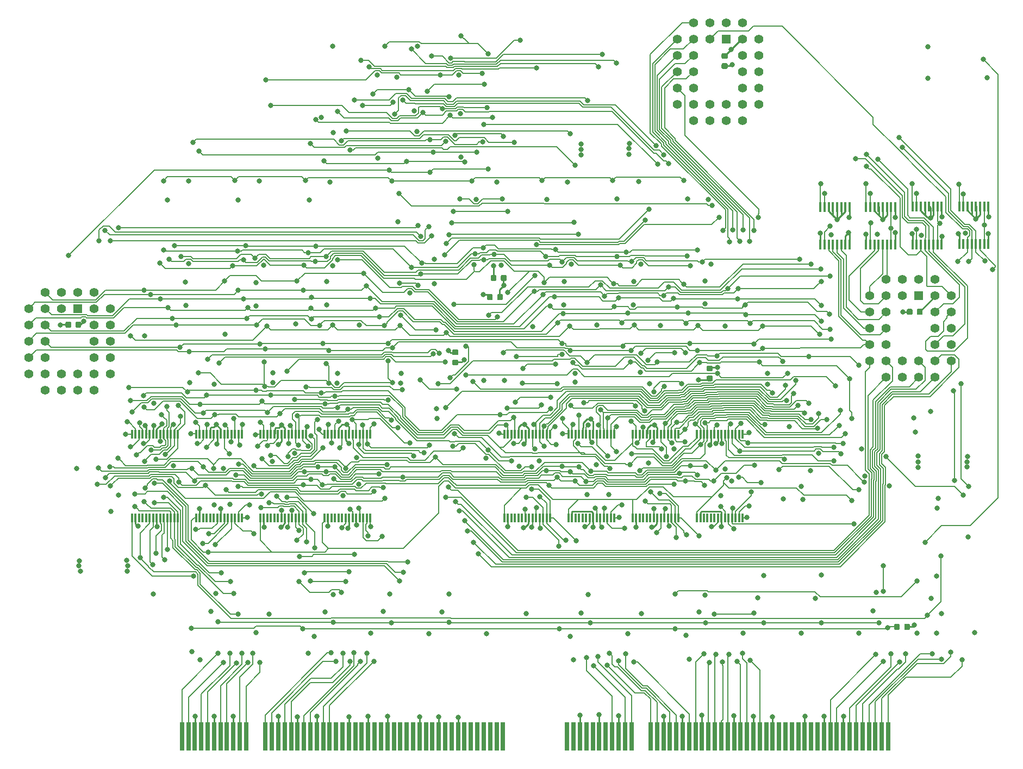
<source format=gbr>
G04 #@! TF.GenerationSoftware,KiCad,Pcbnew,(5.0.1)-4*
G04 #@! TF.CreationDate,2019-01-09T16:13:16-08:00*
G04 #@! TF.ProjectId,alu,616C752E6B696361645F706362000000,rev?*
G04 #@! TF.SameCoordinates,Original*
G04 #@! TF.FileFunction,Copper,L4,Bot,Signal*
G04 #@! TF.FilePolarity,Positive*
%FSLAX46Y46*%
G04 Gerber Fmt 4.6, Leading zero omitted, Abs format (unit mm)*
G04 Created by KiCad (PCBNEW (5.0.1)-4) date 1/9/2019 4:13:16 PM*
%MOMM*%
%LPD*%
G01*
G04 APERTURE LIST*
G04 #@! TA.AperFunction,ComponentPad*
%ADD10C,1.397000*%
G04 #@! TD*
G04 #@! TA.AperFunction,ComponentPad*
%ADD11R,1.397000X1.397000*%
G04 #@! TD*
G04 #@! TA.AperFunction,SMDPad,CuDef*
%ADD12R,0.300000X1.400000*%
G04 #@! TD*
G04 #@! TA.AperFunction,ConnectorPad*
%ADD13R,0.700000X4.400000*%
G04 #@! TD*
G04 #@! TA.AperFunction,SMDPad,CuDef*
%ADD14R,0.450000X1.500000*%
G04 #@! TD*
G04 #@! TA.AperFunction,Conductor*
%ADD15C,0.100000*%
G04 #@! TD*
G04 #@! TA.AperFunction,SMDPad,CuDef*
%ADD16C,0.875000*%
G04 #@! TD*
G04 #@! TA.AperFunction,ComponentPad*
%ADD17R,1.422400X1.422400*%
G04 #@! TD*
G04 #@! TA.AperFunction,ComponentPad*
%ADD18C,1.422400*%
G04 #@! TD*
G04 #@! TA.AperFunction,ViaPad*
%ADD19C,0.800000*%
G04 #@! TD*
G04 #@! TA.AperFunction,Conductor*
%ADD20C,0.254000*%
G04 #@! TD*
G04 #@! TA.AperFunction,Conductor*
%ADD21C,0.178000*%
G04 #@! TD*
G04 APERTURE END LIST*
D10*
G04 #@! TO.P,U35,30*
G04 #@! TO.N,/BOOT_A[13]*
X210810000Y-76380000D03*
G04 #@! TO.P,U35,29*
G04 #@! TO.N,/BOOT_A[8]*
X213350000Y-78920000D03*
G04 #@! TO.P,U35,32*
G04 #@! TO.N,VCC*
X208270000Y-76380000D03*
G04 #@! TO.P,U35,31*
X210810000Y-78920000D03*
G04 #@! TO.P,U35,28*
G04 #@! TO.N,/BOOT_A[9]*
X210810000Y-81460000D03*
G04 #@! TO.P,U35,27*
G04 #@! TO.N,/BOOT_A[11]*
X213350000Y-81460000D03*
G04 #@! TO.P,U35,26*
G04 #@! TO.N,Net-(U35-Pad26)*
X210810000Y-84000000D03*
G04 #@! TO.P,U35,25*
G04 #@! TO.N,GNDREF*
X213350000Y-84000000D03*
G04 #@! TO.P,U35,24*
G04 #@! TO.N,/BOOT_A[10]*
X210810000Y-86540000D03*
G04 #@! TO.P,U35,23*
G04 #@! TO.N,GNDREF*
X213350000Y-86540000D03*
G04 #@! TO.P,U35,22*
G04 #@! TO.N,/CLU_D7*
X210810000Y-89080000D03*
G04 #@! TO.P,U35,21*
G04 #@! TO.N,/CLU_D6*
X213350000Y-89080000D03*
G04 #@! TO.P,U35,20*
G04 #@! TO.N,/CLU_D5*
X210810000Y-91620000D03*
G04 #@! TO.P,U35,19*
G04 #@! TO.N,/CLU_D4*
X208270000Y-89080000D03*
G04 #@! TO.P,U35,18*
G04 #@! TO.N,/CLU_D3*
X208270000Y-91620000D03*
G04 #@! TO.P,U35,17*
G04 #@! TO.N,Net-(U35-Pad17)*
X205730000Y-89080000D03*
G04 #@! TO.P,U35,16*
G04 #@! TO.N,GNDREF*
X205730000Y-91620000D03*
G04 #@! TO.P,U35,15*
G04 #@! TO.N,/CLU_D2*
X203190000Y-89080000D03*
G04 #@! TO.P,U35,14*
G04 #@! TO.N,/CLU_D1*
X203190000Y-91620000D03*
G04 #@! TO.P,U35,13*
G04 #@! TO.N,/CLU_D0*
X200650000Y-89080000D03*
G04 #@! TO.P,U35,12*
G04 #@! TO.N,Net-(U35-Pad12)*
X203190000Y-86540000D03*
G04 #@! TO.P,U35,11*
G04 #@! TO.N,/BOOT_A[0]*
X200650000Y-86540000D03*
G04 #@! TO.P,U35,10*
G04 #@! TO.N,/BOOT_A[1]*
X203190000Y-84000000D03*
G04 #@! TO.P,U35,9*
G04 #@! TO.N,/BOOT_A[2]*
X200650000Y-84000000D03*
G04 #@! TO.P,U35,8*
G04 #@! TO.N,/BOOT_A[3]*
X203190000Y-81460000D03*
G04 #@! TO.P,U35,7*
G04 #@! TO.N,/BOOT_A[4]*
X200650000Y-81460000D03*
G04 #@! TO.P,U35,6*
G04 #@! TO.N,/BOOT_A[5]*
X203190000Y-78920000D03*
G04 #@! TO.P,U35,5*
G04 #@! TO.N,/BOOT_A[6]*
X200650000Y-78920000D03*
G04 #@! TO.P,U35,4*
G04 #@! TO.N,/BOOT_A[7]*
X203190000Y-76380000D03*
G04 #@! TO.P,U35,3*
G04 #@! TO.N,/BOOT_A[12]*
X205730000Y-78920000D03*
G04 #@! TO.P,U35,2*
G04 #@! TO.N,/BOOT_A[14]*
X205730000Y-76380000D03*
D11*
G04 #@! TO.P,U35,1*
G04 #@! TO.N,Net-(U35-Pad1)*
X208270000Y-78920000D03*
G04 #@! TD*
D12*
G04 #@! TO.P,U45,14*
G04 #@! TO.N,GNDREF*
X177550000Y-113500000D03*
G04 #@! TO.P,U45,17*
G04 #@! TO.N,Net-(U45-Pad17)*
X175900000Y-113500000D03*
G04 #@! TO.P,U45,12*
G04 #@! TO.N,/rdb[1]*
X178650000Y-113500000D03*
G04 #@! TO.P,U45,11*
G04 #@! TO.N,/rdb[0]*
X179200000Y-113500000D03*
G04 #@! TO.P,U45,10*
G04 #@! TO.N,/rs1b[0]*
X179750000Y-113500000D03*
G04 #@! TO.P,U45,21*
G04 #@! TO.N,/alu_f[2]*
X173700000Y-113500000D03*
G04 #@! TO.P,U45,16*
G04 #@! TO.N,Net-(U45-Pad16)*
X176450000Y-113500000D03*
G04 #@! TO.P,U45,20*
G04 #@! TO.N,GNDREF*
X174250000Y-113500000D03*
G04 #@! TO.P,U45,19*
G04 #@! TO.N,Net-(U45-Pad19)*
X174800000Y-113500000D03*
G04 #@! TO.P,U45,18*
G04 #@! TO.N,Net-(U45-Pad18)*
X175350000Y-113500000D03*
G04 #@! TO.P,U45,15*
G04 #@! TO.N,/rdb[3]*
X177000000Y-113500000D03*
G04 #@! TO.P,U45,13*
G04 #@! TO.N,/rdb[2]*
X178100000Y-113500000D03*
G04 #@! TO.P,U45,9*
G04 #@! TO.N,/rs1b[1]*
X180300000Y-113500000D03*
G04 #@! TO.P,U45,8*
G04 #@! TO.N,/rs1b[2]*
X180850000Y-113500000D03*
G04 #@! TO.P,U45,7*
G04 #@! TO.N,/rs1b[3]*
X180850000Y-100500000D03*
G04 #@! TO.P,U45,22*
G04 #@! TO.N,/BOOT_ALU_EN*
X173700000Y-100500000D03*
G04 #@! TO.P,U45,23*
G04 #@! TO.N,/alu_f[3]*
X174250000Y-100500000D03*
G04 #@! TO.P,U45,24*
G04 #@! TO.N,/alu_f[1]*
X174800000Y-100500000D03*
G04 #@! TO.P,U45,25*
G04 #@! TO.N,/alu_f[0]*
X175350000Y-100500000D03*
G04 #@! TO.P,U45,26*
G04 #@! TO.N,GNDREF*
X175900000Y-100500000D03*
G04 #@! TO.P,U45,27*
G04 #@! TO.N,/~BOOT_PH0_WR*
X176450000Y-100500000D03*
G04 #@! TO.P,U45,28*
G04 #@! TO.N,VCC*
X177000000Y-100500000D03*
G04 #@! TO.P,U45,1*
G04 #@! TO.N,GNDREF*
X177550000Y-100500000D03*
G04 #@! TO.P,U45,2*
G04 #@! TO.N,/cin0'*
X178100000Y-100500000D03*
G04 #@! TO.P,U45,3*
G04 #@! TO.N,/rs2b[3]*
X178650000Y-100500000D03*
G04 #@! TO.P,U45,4*
G04 #@! TO.N,/rs2b[2]*
X179200000Y-100500000D03*
G04 #@! TO.P,U45,5*
G04 #@! TO.N,/rs2b[1]*
X179750000Y-100500000D03*
G04 #@! TO.P,U45,6*
G04 #@! TO.N,/rs2b[0]*
X180300000Y-100500000D03*
G04 #@! TD*
D13*
G04 #@! TO.P,P1,99*
G04 #@! TO.N,/rs1[31]*
X93500000Y-147600000D03*
G04 #@! TO.P,P1,100*
G04 #@! TO.N,/rs1[30]*
X94500000Y-147600000D03*
G04 #@! TO.P,P1,101*
G04 #@! TO.N,GNDREF*
X95500000Y-147600000D03*
G04 #@! TO.P,P1,102*
G04 #@! TO.N,/rs1[29]*
X96500000Y-147600000D03*
G04 #@! TO.P,P1,103*
G04 #@! TO.N,/rs1[28]*
X97500000Y-147600000D03*
G04 #@! TO.P,P1,104*
G04 #@! TO.N,VCC*
X98500000Y-147600000D03*
G04 #@! TO.P,P1,105*
G04 #@! TO.N,/rs1[27]*
X99500000Y-147600000D03*
G04 #@! TO.P,P1,106*
G04 #@! TO.N,/rs1[26]*
X100500000Y-147600000D03*
G04 #@! TO.P,P1,107*
G04 #@! TO.N,GNDREF*
X101500000Y-147600000D03*
G04 #@! TO.P,P1,108*
G04 #@! TO.N,/rs1[25]*
X102500000Y-147600000D03*
G04 #@! TO.P,P1,109*
G04 #@! TO.N,/rs1[24]*
X103500000Y-147600000D03*
G04 #@! TO.P,P1,110*
G04 #@! TO.N,/rs1[23]*
X106500000Y-147600000D03*
G04 #@! TO.P,P1,111*
G04 #@! TO.N,/rs1[22]*
X107500000Y-147600000D03*
G04 #@! TO.P,P1,112*
G04 #@! TO.N,GNDREF*
X108500000Y-147600000D03*
G04 #@! TO.P,P1,113*
G04 #@! TO.N,/rs1[21]*
X109500000Y-147600000D03*
G04 #@! TO.P,P1,114*
G04 #@! TO.N,/rs1[20]*
X110500000Y-147600000D03*
G04 #@! TO.P,P1,115*
G04 #@! TO.N,VCC*
X111500000Y-147600000D03*
G04 #@! TO.P,P1,116*
G04 #@! TO.N,/rs1[19]*
X112500000Y-147600000D03*
G04 #@! TO.P,P1,117*
G04 #@! TO.N,/rs1[18]*
X113500000Y-147600000D03*
G04 #@! TO.P,P1,118*
G04 #@! TO.N,GNDREF*
X114500000Y-147600000D03*
G04 #@! TO.P,P1,119*
G04 #@! TO.N,/rs1[17]*
X115500000Y-147600000D03*
G04 #@! TO.P,P1,120*
G04 #@! TO.N,/rs1[16]*
X116500000Y-147600000D03*
G04 #@! TO.P,P1,121*
G04 #@! TO.N,Net-(P1-Pad121)*
X117500000Y-147600000D03*
G04 #@! TO.P,P1,122*
G04 #@! TO.N,Net-(P1-Pad122)*
X118500000Y-147600000D03*
G04 #@! TO.P,P1,123*
G04 #@! TO.N,GNDREF*
X119500000Y-147600000D03*
G04 #@! TO.P,P1,124*
G04 #@! TO.N,Net-(P1-Pad124)*
X120500000Y-147600000D03*
G04 #@! TO.P,P1,125*
G04 #@! TO.N,Net-(P1-Pad125)*
X121500000Y-147600000D03*
G04 #@! TO.P,P1,126*
G04 #@! TO.N,VCC*
X122500000Y-147600000D03*
G04 #@! TO.P,P1,127*
G04 #@! TO.N,Net-(P1-Pad127)*
X123500000Y-147600000D03*
G04 #@! TO.P,P1,128*
G04 #@! TO.N,Net-(P1-Pad128)*
X124500000Y-147600000D03*
G04 #@! TO.P,P1,129*
G04 #@! TO.N,GNDREF*
X125500000Y-147600000D03*
G04 #@! TO.P,P1,130*
G04 #@! TO.N,Net-(P1-Pad130)*
X126500000Y-147600000D03*
G04 #@! TO.P,P1,131*
G04 #@! TO.N,Net-(P1-Pad131)*
X127500000Y-147600000D03*
G04 #@! TO.P,P1,132*
G04 #@! TO.N,Net-(P1-Pad132)*
X128500000Y-147600000D03*
G04 #@! TO.P,P1,133*
G04 #@! TO.N,Net-(P1-Pad133)*
X129500000Y-147600000D03*
G04 #@! TO.P,P1,134*
G04 #@! TO.N,GNDREF*
X130500000Y-147600000D03*
G04 #@! TO.P,P1,135*
G04 #@! TO.N,Net-(P1-Pad135)*
X131500000Y-147600000D03*
G04 #@! TO.P,P1,136*
G04 #@! TO.N,Net-(P1-Pad136)*
X132500000Y-147600000D03*
G04 #@! TO.P,P1,137*
G04 #@! TO.N,VCC*
X133500000Y-147600000D03*
G04 #@! TO.P,P1,138*
G04 #@! TO.N,Net-(P1-Pad138)*
X134500000Y-147600000D03*
G04 #@! TO.P,P1,139*
G04 #@! TO.N,Net-(P1-Pad139)*
X135500000Y-147600000D03*
G04 #@! TO.P,P1,140*
G04 #@! TO.N,GNDREF*
X136500000Y-147600000D03*
G04 #@! TO.P,P1,141*
G04 #@! TO.N,Net-(P1-Pad141)*
X137500000Y-147600000D03*
G04 #@! TO.P,P1,142*
G04 #@! TO.N,Net-(P1-Pad142)*
X138500000Y-147600000D03*
G04 #@! TO.P,P1,143*
G04 #@! TO.N,Net-(P1-Pad143)*
X139500000Y-147600000D03*
G04 #@! TO.P,P1,144*
G04 #@! TO.N,Net-(P1-Pad144)*
X140500000Y-147600000D03*
G04 #@! TO.P,P1,145*
G04 #@! TO.N,Net-(P1-Pad145)*
X141500000Y-147600000D03*
G04 #@! TO.P,P1,146*
G04 #@! TO.N,Net-(P1-Pad146)*
X142500000Y-147600000D03*
G04 #@! TO.P,P1,147*
G04 #@! TO.N,Net-(P1-Pad147)*
X143500000Y-147600000D03*
G04 #@! TO.P,P1,148*
G04 #@! TO.N,Net-(P1-Pad148)*
X153500000Y-147600000D03*
G04 #@! TO.P,P1,159*
G04 #@! TO.N,/rs1[12]*
X166500000Y-147600000D03*
G04 #@! TO.P,P1,149*
G04 #@! TO.N,Net-(P1-Pad149)*
X154500000Y-147600000D03*
G04 #@! TO.P,P1,150*
G04 #@! TO.N,GNDREF*
X155500000Y-147600000D03*
G04 #@! TO.P,P1,151*
G04 #@! TO.N,Net-(P1-Pad151)*
X156500000Y-147600000D03*
G04 #@! TO.P,P1,152*
G04 #@! TO.N,Net-(P1-Pad152)*
X157500000Y-147600000D03*
G04 #@! TO.P,P1,153*
G04 #@! TO.N,VCC*
X158500000Y-147600000D03*
G04 #@! TO.P,P1,154*
G04 #@! TO.N,Net-(P1-Pad154)*
X159500000Y-147600000D03*
G04 #@! TO.P,P1,155*
G04 #@! TO.N,/rs1[15]*
X160500000Y-147600000D03*
G04 #@! TO.P,P1,156*
G04 #@! TO.N,GNDREF*
X161500000Y-147600000D03*
G04 #@! TO.P,P1,157*
G04 #@! TO.N,/rs1[14]*
X162500000Y-147600000D03*
G04 #@! TO.P,P1,158*
G04 #@! TO.N,/rs1[13]*
X163500000Y-147600000D03*
G04 #@! TO.P,P1,160*
G04 #@! TO.N,/rs1[11]*
X167500000Y-147600000D03*
G04 #@! TO.P,P1,161*
G04 #@! TO.N,GNDREF*
X168500000Y-147600000D03*
G04 #@! TO.P,P1,162*
G04 #@! TO.N,/rs1[10]*
X169500000Y-147600000D03*
G04 #@! TO.P,P1,163*
G04 #@! TO.N,/rs1[9]*
X170500000Y-147600000D03*
G04 #@! TO.P,P1,164*
G04 #@! TO.N,VCC*
X171500000Y-147600000D03*
G04 #@! TO.P,P1,165*
G04 #@! TO.N,/rs1[8]*
X172500000Y-147600000D03*
G04 #@! TO.P,P1,166*
G04 #@! TO.N,/rs1[7]*
X173500000Y-147600000D03*
G04 #@! TO.P,P1,167*
G04 #@! TO.N,GNDREF*
X174500000Y-147600000D03*
G04 #@! TO.P,P1,168*
G04 #@! TO.N,/rs1[6]*
X175500000Y-147600000D03*
G04 #@! TO.P,P1,169*
G04 #@! TO.N,/rs1[5]*
X176500000Y-147600000D03*
G04 #@! TO.P,P1,170*
G04 #@! TO.N,/rs1[4]*
X177500000Y-147600000D03*
G04 #@! TO.P,P1,171*
G04 #@! TO.N,/rs1[3]*
X178500000Y-147600000D03*
G04 #@! TO.P,P1,172*
G04 #@! TO.N,GNDREF*
X179500000Y-147600000D03*
G04 #@! TO.P,P1,173*
G04 #@! TO.N,/rs1[2]*
X180500000Y-147600000D03*
G04 #@! TO.P,P1,174*
G04 #@! TO.N,/rs1[1]*
X181500000Y-147600000D03*
G04 #@! TO.P,P1,175*
G04 #@! TO.N,VCC*
X182500000Y-147600000D03*
G04 #@! TO.P,P1,176*
G04 #@! TO.N,/rs1[0]*
X183500000Y-147600000D03*
G04 #@! TO.P,P1,177*
G04 #@! TO.N,Net-(P1-Pad177)*
X184500000Y-147600000D03*
G04 #@! TO.P,P1,178*
G04 #@! TO.N,GNDREF*
X185500000Y-147600000D03*
G04 #@! TO.P,P1,179*
G04 #@! TO.N,Net-(P1-Pad179)*
X186500000Y-147600000D03*
G04 #@! TO.P,P1,180*
G04 #@! TO.N,Net-(P1-Pad180)*
X187500000Y-147600000D03*
G04 #@! TO.P,P1,181*
G04 #@! TO.N,Net-(P1-Pad181)*
X188500000Y-147600000D03*
G04 #@! TO.P,P1,182*
G04 #@! TO.N,Net-(P1-Pad182)*
X189500000Y-147600000D03*
G04 #@! TO.P,P1,183*
G04 #@! TO.N,GNDREF*
X190500000Y-147600000D03*
G04 #@! TO.P,P1,184*
G04 #@! TO.N,Net-(P1-Pad184)*
X191500000Y-147600000D03*
G04 #@! TO.P,P1,185*
G04 #@! TO.N,Net-(P1-Pad185)*
X192500000Y-147600000D03*
G04 #@! TO.P,P1,186*
G04 #@! TO.N,VCC*
X193500000Y-147600000D03*
G04 #@! TO.P,P1,187*
G04 #@! TO.N,/~alu_oe'*
X194500000Y-147600000D03*
G04 #@! TO.P,P1,188*
G04 #@! TO.N,/f[0]*
X195500000Y-147600000D03*
G04 #@! TO.P,P1,189*
G04 #@! TO.N,GNDREF*
X196500000Y-147600000D03*
G04 #@! TO.P,P1,190*
G04 #@! TO.N,/f[1]*
X197500000Y-147600000D03*
G04 #@! TO.P,P1,191*
G04 #@! TO.N,/f[2]*
X198500000Y-147600000D03*
G04 #@! TO.P,P1,192*
G04 #@! TO.N,/f[3]*
X199500000Y-147600000D03*
G04 #@! TO.P,P1,193*
G04 #@! TO.N,/~BOOT_ALU_EN'*
X200500000Y-147600000D03*
G04 #@! TO.P,P1,194*
G04 #@! TO.N,/BOOT_CLK'*
X201500000Y-147600000D03*
G04 #@! TO.P,P1,195*
G04 #@! TO.N,/~BOOT_RST'*
X202500000Y-147600000D03*
G04 #@! TO.P,P1,196*
G04 #@! TO.N,/~BOOT_WR'*
X203500000Y-147600000D03*
G04 #@! TD*
D11*
G04 #@! TO.P,U36,1*
G04 #@! TO.N,Net-(U36-Pad1)*
X77270000Y-80920000D03*
D10*
G04 #@! TO.P,U36,2*
G04 #@! TO.N,Net-(U36-Pad2)*
X74730000Y-78380000D03*
G04 #@! TO.P,U36,3*
G04 #@! TO.N,/BOOT_A[12]*
X74730000Y-80920000D03*
G04 #@! TO.P,U36,4*
G04 #@! TO.N,/BOOT_A[7]*
X72190000Y-78380000D03*
G04 #@! TO.P,U36,5*
G04 #@! TO.N,/BOOT_A[6]*
X69650000Y-80920000D03*
G04 #@! TO.P,U36,6*
G04 #@! TO.N,/BOOT_A[5]*
X72190000Y-80920000D03*
G04 #@! TO.P,U36,7*
G04 #@! TO.N,/BOOT_A[4]*
X69650000Y-83460000D03*
G04 #@! TO.P,U36,8*
G04 #@! TO.N,/BOOT_A[3]*
X72190000Y-83460000D03*
G04 #@! TO.P,U36,9*
G04 #@! TO.N,/BOOT_A[2]*
X69650000Y-86000000D03*
G04 #@! TO.P,U36,10*
G04 #@! TO.N,/BOOT_A[1]*
X72190000Y-86000000D03*
G04 #@! TO.P,U36,11*
G04 #@! TO.N,/BOOT_A[0]*
X69650000Y-88540000D03*
G04 #@! TO.P,U36,12*
G04 #@! TO.N,Net-(U36-Pad12)*
X72190000Y-88540000D03*
G04 #@! TO.P,U36,13*
G04 #@! TO.N,/SLICE2_D[0]*
X69650000Y-91080000D03*
G04 #@! TO.P,U36,14*
G04 #@! TO.N,/SLICE2_D[1]*
X72190000Y-93620000D03*
G04 #@! TO.P,U36,15*
G04 #@! TO.N,/SLICE2_D[2]*
X72190000Y-91080000D03*
G04 #@! TO.P,U36,16*
G04 #@! TO.N,GNDREF*
X74730000Y-93620000D03*
G04 #@! TO.P,U36,17*
G04 #@! TO.N,Net-(U36-Pad17)*
X74730000Y-91080000D03*
G04 #@! TO.P,U36,18*
G04 #@! TO.N,/SLICE2_D[3]*
X77270000Y-93620000D03*
G04 #@! TO.P,U36,19*
G04 #@! TO.N,/SLICE2_D[4]*
X77270000Y-91080000D03*
G04 #@! TO.P,U36,20*
G04 #@! TO.N,Net-(U36-Pad20)*
X79810000Y-93620000D03*
G04 #@! TO.P,U36,21*
G04 #@! TO.N,Net-(U36-Pad21)*
X82350000Y-91080000D03*
G04 #@! TO.P,U36,22*
G04 #@! TO.N,Net-(U36-Pad22)*
X79810000Y-91080000D03*
G04 #@! TO.P,U36,23*
G04 #@! TO.N,GNDREF*
X82350000Y-88540000D03*
G04 #@! TO.P,U36,24*
G04 #@! TO.N,/BOOT_A[10]*
X79810000Y-88540000D03*
G04 #@! TO.P,U36,25*
G04 #@! TO.N,GNDREF*
X82350000Y-86000000D03*
G04 #@! TO.P,U36,26*
G04 #@! TO.N,Net-(U36-Pad26)*
X79810000Y-86000000D03*
G04 #@! TO.P,U36,27*
G04 #@! TO.N,/BOOT_A[11]*
X82350000Y-83460000D03*
G04 #@! TO.P,U36,28*
G04 #@! TO.N,/BOOT_A[9]*
X79810000Y-83460000D03*
G04 #@! TO.P,U36,31*
G04 #@! TO.N,VCC*
X79810000Y-80920000D03*
G04 #@! TO.P,U36,32*
X77270000Y-78380000D03*
G04 #@! TO.P,U36,29*
G04 #@! TO.N,/BOOT_A[8]*
X82350000Y-80920000D03*
G04 #@! TO.P,U36,30*
G04 #@! TO.N,Net-(U36-Pad30)*
X79810000Y-78380000D03*
G04 #@! TD*
D12*
G04 #@! TO.P,U46,14*
G04 #@! TO.N,GNDREF*
X167550000Y-113500000D03*
G04 #@! TO.P,U46,17*
G04 #@! TO.N,Net-(U46-Pad17)*
X165900000Y-113500000D03*
G04 #@! TO.P,U46,12*
G04 #@! TO.N,/rdb[5]*
X168650000Y-113500000D03*
G04 #@! TO.P,U46,11*
G04 #@! TO.N,/rdb[4]*
X169200000Y-113500000D03*
G04 #@! TO.P,U46,10*
G04 #@! TO.N,/rs1b[4]*
X169750000Y-113500000D03*
G04 #@! TO.P,U46,21*
G04 #@! TO.N,/alu_f[2]*
X163700000Y-113500000D03*
G04 #@! TO.P,U46,16*
G04 #@! TO.N,Net-(U46-Pad16)*
X166450000Y-113500000D03*
G04 #@! TO.P,U46,20*
G04 #@! TO.N,GNDREF*
X164250000Y-113500000D03*
G04 #@! TO.P,U46,19*
G04 #@! TO.N,Net-(U46-Pad19)*
X164800000Y-113500000D03*
G04 #@! TO.P,U46,18*
G04 #@! TO.N,Net-(U46-Pad18)*
X165350000Y-113500000D03*
G04 #@! TO.P,U46,15*
G04 #@! TO.N,/rdb[7]*
X167000000Y-113500000D03*
G04 #@! TO.P,U46,13*
G04 #@! TO.N,/rdb[6]*
X168100000Y-113500000D03*
G04 #@! TO.P,U46,9*
G04 #@! TO.N,/rs1b[5]*
X170300000Y-113500000D03*
G04 #@! TO.P,U46,8*
G04 #@! TO.N,/rs1b[6]*
X170850000Y-113500000D03*
G04 #@! TO.P,U46,7*
G04 #@! TO.N,/rs1b[7]*
X170850000Y-100500000D03*
G04 #@! TO.P,U46,22*
G04 #@! TO.N,/BOOT_ALU_EN*
X163700000Y-100500000D03*
G04 #@! TO.P,U46,23*
G04 #@! TO.N,/alu_f[3]*
X164250000Y-100500000D03*
G04 #@! TO.P,U46,24*
G04 #@! TO.N,/alu_f[1]*
X164800000Y-100500000D03*
G04 #@! TO.P,U46,25*
G04 #@! TO.N,/alu_f[0]*
X165350000Y-100500000D03*
G04 #@! TO.P,U46,26*
G04 #@! TO.N,GNDREF*
X165900000Y-100500000D03*
G04 #@! TO.P,U46,27*
G04 #@! TO.N,/~BOOT_PH0_WR*
X166450000Y-100500000D03*
G04 #@! TO.P,U46,28*
G04 #@! TO.N,VCC*
X167000000Y-100500000D03*
G04 #@! TO.P,U46,1*
G04 #@! TO.N,GNDREF*
X167550000Y-100500000D03*
G04 #@! TO.P,U46,2*
G04 #@! TO.N,/cin[1]*
X168100000Y-100500000D03*
G04 #@! TO.P,U46,3*
G04 #@! TO.N,/rs2b[7]*
X168650000Y-100500000D03*
G04 #@! TO.P,U46,4*
G04 #@! TO.N,/rs2b[6]*
X169200000Y-100500000D03*
G04 #@! TO.P,U46,5*
G04 #@! TO.N,/rs2b[5]*
X169750000Y-100500000D03*
G04 #@! TO.P,U46,6*
G04 #@! TO.N,/rs2b[4]*
X170300000Y-100500000D03*
G04 #@! TD*
G04 #@! TO.P,U47,6*
G04 #@! TO.N,/rs2b[8]*
X160300000Y-100500000D03*
G04 #@! TO.P,U47,5*
G04 #@! TO.N,/rs2b[9]*
X159750000Y-100500000D03*
G04 #@! TO.P,U47,4*
G04 #@! TO.N,/rs2b[10]*
X159200000Y-100500000D03*
G04 #@! TO.P,U47,3*
G04 #@! TO.N,/rs2b[11]*
X158650000Y-100500000D03*
G04 #@! TO.P,U47,2*
G04 #@! TO.N,/cin[2]*
X158100000Y-100500000D03*
G04 #@! TO.P,U47,1*
G04 #@! TO.N,GNDREF*
X157550000Y-100500000D03*
G04 #@! TO.P,U47,28*
G04 #@! TO.N,VCC*
X157000000Y-100500000D03*
G04 #@! TO.P,U47,27*
G04 #@! TO.N,/~BOOT_PH0_WR*
X156450000Y-100500000D03*
G04 #@! TO.P,U47,26*
G04 #@! TO.N,GNDREF*
X155900000Y-100500000D03*
G04 #@! TO.P,U47,25*
G04 #@! TO.N,/alu_f[0]*
X155350000Y-100500000D03*
G04 #@! TO.P,U47,24*
G04 #@! TO.N,/alu_f[1]*
X154800000Y-100500000D03*
G04 #@! TO.P,U47,23*
G04 #@! TO.N,/alu_f[3]*
X154250000Y-100500000D03*
G04 #@! TO.P,U47,22*
G04 #@! TO.N,/BOOT_ALU_EN*
X153700000Y-100500000D03*
G04 #@! TO.P,U47,7*
G04 #@! TO.N,/rs1b[11]*
X160850000Y-100500000D03*
G04 #@! TO.P,U47,8*
G04 #@! TO.N,/rs1b[10]*
X160850000Y-113500000D03*
G04 #@! TO.P,U47,9*
G04 #@! TO.N,/rs1b[9]*
X160300000Y-113500000D03*
G04 #@! TO.P,U47,13*
G04 #@! TO.N,/rdb[10]*
X158100000Y-113500000D03*
G04 #@! TO.P,U47,15*
G04 #@! TO.N,/rdb[11]*
X157000000Y-113500000D03*
G04 #@! TO.P,U47,18*
G04 #@! TO.N,Net-(U47-Pad18)*
X155350000Y-113500000D03*
G04 #@! TO.P,U47,19*
G04 #@! TO.N,Net-(U47-Pad19)*
X154800000Y-113500000D03*
G04 #@! TO.P,U47,20*
G04 #@! TO.N,GNDREF*
X154250000Y-113500000D03*
G04 #@! TO.P,U47,16*
G04 #@! TO.N,Net-(U47-Pad16)*
X156450000Y-113500000D03*
G04 #@! TO.P,U47,21*
G04 #@! TO.N,/alu_f[2]*
X153700000Y-113500000D03*
G04 #@! TO.P,U47,10*
G04 #@! TO.N,/rs1b[8]*
X159750000Y-113500000D03*
G04 #@! TO.P,U47,11*
G04 #@! TO.N,/rdb[8]*
X159200000Y-113500000D03*
G04 #@! TO.P,U47,12*
G04 #@! TO.N,/rdb[9]*
X158650000Y-113500000D03*
G04 #@! TO.P,U47,17*
G04 #@! TO.N,Net-(U47-Pad17)*
X155900000Y-113500000D03*
G04 #@! TO.P,U47,14*
G04 #@! TO.N,GNDREF*
X157550000Y-113500000D03*
G04 #@! TD*
G04 #@! TO.P,U48,14*
G04 #@! TO.N,GNDREF*
X147550000Y-113500000D03*
G04 #@! TO.P,U48,17*
G04 #@! TO.N,Net-(U48-Pad17)*
X145900000Y-113500000D03*
G04 #@! TO.P,U48,12*
G04 #@! TO.N,/rdb[13]*
X148650000Y-113500000D03*
G04 #@! TO.P,U48,11*
G04 #@! TO.N,/rdb[12]*
X149200000Y-113500000D03*
G04 #@! TO.P,U48,10*
G04 #@! TO.N,/rs1b[12]*
X149750000Y-113500000D03*
G04 #@! TO.P,U48,21*
G04 #@! TO.N,/alu_f[2]*
X143700000Y-113500000D03*
G04 #@! TO.P,U48,16*
G04 #@! TO.N,Net-(U48-Pad16)*
X146450000Y-113500000D03*
G04 #@! TO.P,U48,20*
G04 #@! TO.N,GNDREF*
X144250000Y-113500000D03*
G04 #@! TO.P,U48,19*
G04 #@! TO.N,Net-(U48-Pad19)*
X144800000Y-113500000D03*
G04 #@! TO.P,U48,18*
G04 #@! TO.N,Net-(U48-Pad18)*
X145350000Y-113500000D03*
G04 #@! TO.P,U48,15*
G04 #@! TO.N,/rdb[15]*
X147000000Y-113500000D03*
G04 #@! TO.P,U48,13*
G04 #@! TO.N,/rdb[14]*
X148100000Y-113500000D03*
G04 #@! TO.P,U48,9*
G04 #@! TO.N,/rs1b[13]*
X150300000Y-113500000D03*
G04 #@! TO.P,U48,8*
G04 #@! TO.N,/rs1b[14]*
X150850000Y-113500000D03*
G04 #@! TO.P,U48,7*
G04 #@! TO.N,/rs1b[15]*
X150850000Y-100500000D03*
G04 #@! TO.P,U48,22*
G04 #@! TO.N,/BOOT_ALU_EN*
X143700000Y-100500000D03*
G04 #@! TO.P,U48,23*
G04 #@! TO.N,/alu_f[3]*
X144250000Y-100500000D03*
G04 #@! TO.P,U48,24*
G04 #@! TO.N,/alu_f[1]*
X144800000Y-100500000D03*
G04 #@! TO.P,U48,25*
G04 #@! TO.N,/alu_f[0]*
X145350000Y-100500000D03*
G04 #@! TO.P,U48,26*
G04 #@! TO.N,GNDREF*
X145900000Y-100500000D03*
G04 #@! TO.P,U48,27*
G04 #@! TO.N,/~BOOT_PH0_WR*
X146450000Y-100500000D03*
G04 #@! TO.P,U48,28*
G04 #@! TO.N,VCC*
X147000000Y-100500000D03*
G04 #@! TO.P,U48,1*
G04 #@! TO.N,GNDREF*
X147550000Y-100500000D03*
G04 #@! TO.P,U48,2*
G04 #@! TO.N,/cin[3]*
X148100000Y-100500000D03*
G04 #@! TO.P,U48,3*
G04 #@! TO.N,/rs2b[15]*
X148650000Y-100500000D03*
G04 #@! TO.P,U48,4*
G04 #@! TO.N,/rs2b[14]*
X149200000Y-100500000D03*
G04 #@! TO.P,U48,5*
G04 #@! TO.N,/rs2b[13]*
X149750000Y-100500000D03*
G04 #@! TO.P,U48,6*
G04 #@! TO.N,/rs2b[12]*
X150300000Y-100500000D03*
G04 #@! TD*
G04 #@! TO.P,U49,6*
G04 #@! TO.N,/rs2b[16]*
X122300000Y-100500000D03*
G04 #@! TO.P,U49,5*
G04 #@! TO.N,/rs2b[17]*
X121750000Y-100500000D03*
G04 #@! TO.P,U49,4*
G04 #@! TO.N,/rs2b[18]*
X121200000Y-100500000D03*
G04 #@! TO.P,U49,3*
G04 #@! TO.N,/rs2b[19]*
X120650000Y-100500000D03*
G04 #@! TO.P,U49,2*
G04 #@! TO.N,/cin[4]*
X120100000Y-100500000D03*
G04 #@! TO.P,U49,1*
G04 #@! TO.N,GNDREF*
X119550000Y-100500000D03*
G04 #@! TO.P,U49,28*
G04 #@! TO.N,VCC*
X119000000Y-100500000D03*
G04 #@! TO.P,U49,27*
G04 #@! TO.N,/~BOOT_PH0_WR*
X118450000Y-100500000D03*
G04 #@! TO.P,U49,26*
G04 #@! TO.N,GNDREF*
X117900000Y-100500000D03*
G04 #@! TO.P,U49,25*
G04 #@! TO.N,/alu_f[0]*
X117350000Y-100500000D03*
G04 #@! TO.P,U49,24*
G04 #@! TO.N,/alu_f[1]*
X116800000Y-100500000D03*
G04 #@! TO.P,U49,23*
G04 #@! TO.N,/alu_f[3]*
X116250000Y-100500000D03*
G04 #@! TO.P,U49,22*
G04 #@! TO.N,/BOOT_ALU_EN*
X115700000Y-100500000D03*
G04 #@! TO.P,U49,7*
G04 #@! TO.N,/rs1b[19]*
X122850000Y-100500000D03*
G04 #@! TO.P,U49,8*
G04 #@! TO.N,/rs1b[18]*
X122850000Y-113500000D03*
G04 #@! TO.P,U49,9*
G04 #@! TO.N,/rs1b[17]*
X122300000Y-113500000D03*
G04 #@! TO.P,U49,13*
G04 #@! TO.N,/rdb[18]*
X120100000Y-113500000D03*
G04 #@! TO.P,U49,15*
G04 #@! TO.N,/rdb[19]*
X119000000Y-113500000D03*
G04 #@! TO.P,U49,18*
G04 #@! TO.N,Net-(U49-Pad18)*
X117350000Y-113500000D03*
G04 #@! TO.P,U49,19*
G04 #@! TO.N,Net-(U49-Pad19)*
X116800000Y-113500000D03*
G04 #@! TO.P,U49,20*
G04 #@! TO.N,GNDREF*
X116250000Y-113500000D03*
G04 #@! TO.P,U49,16*
G04 #@! TO.N,Net-(U49-Pad16)*
X118450000Y-113500000D03*
G04 #@! TO.P,U49,21*
G04 #@! TO.N,/alu_f[2]*
X115700000Y-113500000D03*
G04 #@! TO.P,U49,10*
G04 #@! TO.N,/rs1b[16]*
X121750000Y-113500000D03*
G04 #@! TO.P,U49,11*
G04 #@! TO.N,/rdb[16]*
X121200000Y-113500000D03*
G04 #@! TO.P,U49,12*
G04 #@! TO.N,/rdb[17]*
X120650000Y-113500000D03*
G04 #@! TO.P,U49,17*
G04 #@! TO.N,Net-(U49-Pad17)*
X117900000Y-113500000D03*
G04 #@! TO.P,U49,14*
G04 #@! TO.N,GNDREF*
X119550000Y-113500000D03*
G04 #@! TD*
G04 #@! TO.P,U50,14*
G04 #@! TO.N,GNDREF*
X109550000Y-113500000D03*
G04 #@! TO.P,U50,17*
G04 #@! TO.N,Net-(U50-Pad17)*
X107900000Y-113500000D03*
G04 #@! TO.P,U50,12*
G04 #@! TO.N,/rdb[21]*
X110650000Y-113500000D03*
G04 #@! TO.P,U50,11*
G04 #@! TO.N,/rdb[20]*
X111200000Y-113500000D03*
G04 #@! TO.P,U50,10*
G04 #@! TO.N,/rs1b[20]*
X111750000Y-113500000D03*
G04 #@! TO.P,U50,21*
G04 #@! TO.N,/alu_f[2]*
X105700000Y-113500000D03*
G04 #@! TO.P,U50,16*
G04 #@! TO.N,Net-(U50-Pad16)*
X108450000Y-113500000D03*
G04 #@! TO.P,U50,20*
G04 #@! TO.N,GNDREF*
X106250000Y-113500000D03*
G04 #@! TO.P,U50,19*
G04 #@! TO.N,Net-(U50-Pad19)*
X106800000Y-113500000D03*
G04 #@! TO.P,U50,18*
G04 #@! TO.N,Net-(U50-Pad18)*
X107350000Y-113500000D03*
G04 #@! TO.P,U50,15*
G04 #@! TO.N,/rdb[23]*
X109000000Y-113500000D03*
G04 #@! TO.P,U50,13*
G04 #@! TO.N,/rdb[22]*
X110100000Y-113500000D03*
G04 #@! TO.P,U50,9*
G04 #@! TO.N,/rs1b[21]*
X112300000Y-113500000D03*
G04 #@! TO.P,U50,8*
G04 #@! TO.N,/rs1b[22]*
X112850000Y-113500000D03*
G04 #@! TO.P,U50,7*
G04 #@! TO.N,/rs1b[23]*
X112850000Y-100500000D03*
G04 #@! TO.P,U50,22*
G04 #@! TO.N,/BOOT_ALU_EN*
X105700000Y-100500000D03*
G04 #@! TO.P,U50,23*
G04 #@! TO.N,/alu_f[3]*
X106250000Y-100500000D03*
G04 #@! TO.P,U50,24*
G04 #@! TO.N,/alu_f[1]*
X106800000Y-100500000D03*
G04 #@! TO.P,U50,25*
G04 #@! TO.N,/alu_f[0]*
X107350000Y-100500000D03*
G04 #@! TO.P,U50,26*
G04 #@! TO.N,GNDREF*
X107900000Y-100500000D03*
G04 #@! TO.P,U50,27*
G04 #@! TO.N,/~BOOT_PH0_WR*
X108450000Y-100500000D03*
G04 #@! TO.P,U50,28*
G04 #@! TO.N,VCC*
X109000000Y-100500000D03*
G04 #@! TO.P,U50,1*
G04 #@! TO.N,GNDREF*
X109550000Y-100500000D03*
G04 #@! TO.P,U50,2*
G04 #@! TO.N,/cin[5]*
X110100000Y-100500000D03*
G04 #@! TO.P,U50,3*
G04 #@! TO.N,/rs2b[23]*
X110650000Y-100500000D03*
G04 #@! TO.P,U50,4*
G04 #@! TO.N,/rs2b[22]*
X111200000Y-100500000D03*
G04 #@! TO.P,U50,5*
G04 #@! TO.N,/rs2b[21]*
X111750000Y-100500000D03*
G04 #@! TO.P,U50,6*
G04 #@! TO.N,/rs2b[20]*
X112300000Y-100500000D03*
G04 #@! TD*
G04 #@! TO.P,U51,6*
G04 #@! TO.N,/rs2b[24]*
X102300000Y-100500000D03*
G04 #@! TO.P,U51,5*
G04 #@! TO.N,/rs2b[25]*
X101750000Y-100500000D03*
G04 #@! TO.P,U51,4*
G04 #@! TO.N,/rs2b[26]*
X101200000Y-100500000D03*
G04 #@! TO.P,U51,3*
G04 #@! TO.N,/rs2b[27]*
X100650000Y-100500000D03*
G04 #@! TO.P,U51,2*
G04 #@! TO.N,/cin[6]*
X100100000Y-100500000D03*
G04 #@! TO.P,U51,1*
G04 #@! TO.N,GNDREF*
X99550000Y-100500000D03*
G04 #@! TO.P,U51,28*
G04 #@! TO.N,VCC*
X99000000Y-100500000D03*
G04 #@! TO.P,U51,27*
G04 #@! TO.N,/~BOOT_PH0_WR*
X98450000Y-100500000D03*
G04 #@! TO.P,U51,26*
G04 #@! TO.N,GNDREF*
X97900000Y-100500000D03*
G04 #@! TO.P,U51,25*
G04 #@! TO.N,/alu_f[0]*
X97350000Y-100500000D03*
G04 #@! TO.P,U51,24*
G04 #@! TO.N,/alu_f[1]*
X96800000Y-100500000D03*
G04 #@! TO.P,U51,23*
G04 #@! TO.N,/alu_f[3]*
X96250000Y-100500000D03*
G04 #@! TO.P,U51,22*
G04 #@! TO.N,/BOOT_ALU_EN*
X95700000Y-100500000D03*
G04 #@! TO.P,U51,7*
G04 #@! TO.N,/rs1b[27]*
X102850000Y-100500000D03*
G04 #@! TO.P,U51,8*
G04 #@! TO.N,/rs1b[26]*
X102850000Y-113500000D03*
G04 #@! TO.P,U51,9*
G04 #@! TO.N,/rs1b[25]*
X102300000Y-113500000D03*
G04 #@! TO.P,U51,13*
G04 #@! TO.N,/rdb[26]*
X100100000Y-113500000D03*
G04 #@! TO.P,U51,15*
G04 #@! TO.N,/rdb[27]*
X99000000Y-113500000D03*
G04 #@! TO.P,U51,18*
G04 #@! TO.N,Net-(U51-Pad18)*
X97350000Y-113500000D03*
G04 #@! TO.P,U51,19*
G04 #@! TO.N,Net-(U51-Pad19)*
X96800000Y-113500000D03*
G04 #@! TO.P,U51,20*
G04 #@! TO.N,GNDREF*
X96250000Y-113500000D03*
G04 #@! TO.P,U51,16*
G04 #@! TO.N,Net-(U51-Pad16)*
X98450000Y-113500000D03*
G04 #@! TO.P,U51,21*
G04 #@! TO.N,/alu_f[2]*
X95700000Y-113500000D03*
G04 #@! TO.P,U51,10*
G04 #@! TO.N,/rs1b[24]*
X101750000Y-113500000D03*
G04 #@! TO.P,U51,11*
G04 #@! TO.N,/rdb[24]*
X101200000Y-113500000D03*
G04 #@! TO.P,U51,12*
G04 #@! TO.N,/rdb[25]*
X100650000Y-113500000D03*
G04 #@! TO.P,U51,17*
G04 #@! TO.N,Net-(U51-Pad17)*
X97900000Y-113500000D03*
G04 #@! TO.P,U51,14*
G04 #@! TO.N,GNDREF*
X99550000Y-113500000D03*
G04 #@! TD*
G04 #@! TO.P,U52,14*
G04 #@! TO.N,GNDREF*
X89550000Y-113500000D03*
G04 #@! TO.P,U52,17*
G04 #@! TO.N,Net-(U52-Pad17)*
X87900000Y-113500000D03*
G04 #@! TO.P,U52,12*
G04 #@! TO.N,/rdb[29]*
X90650000Y-113500000D03*
G04 #@! TO.P,U52,11*
G04 #@! TO.N,/rdb[28]*
X91200000Y-113500000D03*
G04 #@! TO.P,U52,10*
G04 #@! TO.N,/rs1b[28]*
X91750000Y-113500000D03*
G04 #@! TO.P,U52,21*
G04 #@! TO.N,/alu_f[2]*
X85700000Y-113500000D03*
G04 #@! TO.P,U52,16*
G04 #@! TO.N,/cmp[7]*
X88450000Y-113500000D03*
G04 #@! TO.P,U52,20*
G04 #@! TO.N,GNDREF*
X86250000Y-113500000D03*
G04 #@! TO.P,U52,19*
G04 #@! TO.N,Net-(U52-Pad19)*
X86800000Y-113500000D03*
G04 #@! TO.P,U52,18*
G04 #@! TO.N,Net-(U52-Pad18)*
X87350000Y-113500000D03*
G04 #@! TO.P,U52,15*
G04 #@! TO.N,/rdb[31]*
X89000000Y-113500000D03*
G04 #@! TO.P,U52,13*
G04 #@! TO.N,/rdb[30]*
X90100000Y-113500000D03*
G04 #@! TO.P,U52,9*
G04 #@! TO.N,/rs1b[29]*
X92300000Y-113500000D03*
G04 #@! TO.P,U52,8*
G04 #@! TO.N,/rs1b[30]*
X92850000Y-113500000D03*
G04 #@! TO.P,U52,7*
G04 #@! TO.N,/rs1b[31]*
X92850000Y-100500000D03*
G04 #@! TO.P,U52,22*
G04 #@! TO.N,/BOOT_ALU_EN*
X85700000Y-100500000D03*
G04 #@! TO.P,U52,23*
G04 #@! TO.N,/alu_f[3]*
X86250000Y-100500000D03*
G04 #@! TO.P,U52,24*
G04 #@! TO.N,/alu_f[1]*
X86800000Y-100500000D03*
G04 #@! TO.P,U52,25*
G04 #@! TO.N,/alu_f[0]*
X87350000Y-100500000D03*
G04 #@! TO.P,U52,26*
G04 #@! TO.N,GNDREF*
X87900000Y-100500000D03*
G04 #@! TO.P,U52,27*
G04 #@! TO.N,/~BOOT_PH0_WR*
X88450000Y-100500000D03*
G04 #@! TO.P,U52,28*
G04 #@! TO.N,VCC*
X89000000Y-100500000D03*
G04 #@! TO.P,U52,1*
G04 #@! TO.N,GNDREF*
X89550000Y-100500000D03*
G04 #@! TO.P,U52,2*
G04 #@! TO.N,/cin[7]*
X90100000Y-100500000D03*
G04 #@! TO.P,U52,3*
G04 #@! TO.N,/rs2b[31]*
X90650000Y-100500000D03*
G04 #@! TO.P,U52,4*
G04 #@! TO.N,/rs2b[30]*
X91200000Y-100500000D03*
G04 #@! TO.P,U52,5*
G04 #@! TO.N,/rs2b[29]*
X91750000Y-100500000D03*
G04 #@! TO.P,U52,6*
G04 #@! TO.N,/rs2b[28]*
X92300000Y-100500000D03*
G04 #@! TD*
D14*
G04 #@! TO.P,U4,16*
G04 #@! TO.N,VCC*
X192936700Y-70983900D03*
G04 #@! TO.P,U4,15*
G04 #@! TO.N,/counter16/TC0*
X193586700Y-70983900D03*
G04 #@! TO.P,U4,14*
G04 #@! TO.N,/BOOT_A[0]*
X194236700Y-70983900D03*
G04 #@! TO.P,U4,13*
G04 #@! TO.N,/BOOT_A[1]*
X194886700Y-70983900D03*
G04 #@! TO.P,U4,12*
G04 #@! TO.N,/BOOT_A[2]*
X195536700Y-70983900D03*
G04 #@! TO.P,U4,11*
G04 #@! TO.N,/BOOT_A[3]*
X196186700Y-70983900D03*
G04 #@! TO.P,U4,10*
G04 #@! TO.N,VCC*
X196836700Y-70983900D03*
G04 #@! TO.P,U4,9*
X197486700Y-70983900D03*
G04 #@! TO.P,U4,8*
G04 #@! TO.N,GNDREF*
X197486700Y-65083900D03*
G04 #@! TO.P,U4,7*
G04 #@! TO.N,VCC*
X196836700Y-65083900D03*
G04 #@! TO.P,U4,6*
X196186700Y-65083900D03*
G04 #@! TO.P,U4,5*
X195536700Y-65083900D03*
G04 #@! TO.P,U4,4*
X194886700Y-65083900D03*
G04 #@! TO.P,U4,3*
X194236700Y-65083900D03*
G04 #@! TO.P,U4,2*
G04 #@! TO.N,/BOOT_CLK*
X193586700Y-65083900D03*
G04 #@! TO.P,U4,1*
G04 #@! TO.N,/~BOOT_RST*
X192936700Y-65083900D03*
G04 #@! TD*
G04 #@! TO.P,U5,1*
G04 #@! TO.N,/~BOOT_RST*
X200050400Y-65067600D03*
G04 #@! TO.P,U5,2*
G04 #@! TO.N,/BOOT_CLK*
X200700400Y-65067600D03*
G04 #@! TO.P,U5,3*
G04 #@! TO.N,VCC*
X201350400Y-65067600D03*
G04 #@! TO.P,U5,4*
X202000400Y-65067600D03*
G04 #@! TO.P,U5,5*
X202650400Y-65067600D03*
G04 #@! TO.P,U5,6*
X203300400Y-65067600D03*
G04 #@! TO.P,U5,7*
G04 #@! TO.N,/counter16/TC0*
X203950400Y-65067600D03*
G04 #@! TO.P,U5,8*
G04 #@! TO.N,GNDREF*
X204600400Y-65067600D03*
G04 #@! TO.P,U5,9*
G04 #@! TO.N,VCC*
X204600400Y-70967600D03*
G04 #@! TO.P,U5,10*
G04 #@! TO.N,/counter16/TC0*
X203950400Y-70967600D03*
G04 #@! TO.P,U5,11*
G04 #@! TO.N,/BOOT_A[7]*
X203300400Y-70967600D03*
G04 #@! TO.P,U5,12*
G04 #@! TO.N,/BOOT_A[6]*
X202650400Y-70967600D03*
G04 #@! TO.P,U5,13*
G04 #@! TO.N,/BOOT_A[5]*
X202000400Y-70967600D03*
G04 #@! TO.P,U5,14*
G04 #@! TO.N,/BOOT_A[4]*
X201350400Y-70967600D03*
G04 #@! TO.P,U5,15*
G04 #@! TO.N,/counter16/TC1*
X200700400Y-70967600D03*
G04 #@! TO.P,U5,16*
G04 #@! TO.N,VCC*
X200050400Y-70967600D03*
G04 #@! TD*
G04 #@! TO.P,U57,16*
G04 #@! TO.N,VCC*
X207275000Y-70958500D03*
G04 #@! TO.P,U57,15*
G04 #@! TO.N,/counter16/TC2*
X207925000Y-70958500D03*
G04 #@! TO.P,U57,14*
G04 #@! TO.N,/BOOT_A[8]*
X208575000Y-70958500D03*
G04 #@! TO.P,U57,13*
G04 #@! TO.N,/BOOT_A[9]*
X209225000Y-70958500D03*
G04 #@! TO.P,U57,12*
G04 #@! TO.N,/BOOT_A[10]*
X209875000Y-70958500D03*
G04 #@! TO.P,U57,11*
G04 #@! TO.N,/BOOT_A[11]*
X210525000Y-70958500D03*
G04 #@! TO.P,U57,10*
G04 #@! TO.N,/counter16/TC1*
X211175000Y-70958500D03*
G04 #@! TO.P,U57,9*
G04 #@! TO.N,VCC*
X211825000Y-70958500D03*
G04 #@! TO.P,U57,8*
G04 #@! TO.N,GNDREF*
X211825000Y-65058500D03*
G04 #@! TO.P,U57,7*
G04 #@! TO.N,/counter16/TC1*
X211175000Y-65058500D03*
G04 #@! TO.P,U57,6*
G04 #@! TO.N,VCC*
X210525000Y-65058500D03*
G04 #@! TO.P,U57,5*
X209875000Y-65058500D03*
G04 #@! TO.P,U57,4*
X209225000Y-65058500D03*
G04 #@! TO.P,U57,3*
X208575000Y-65058500D03*
G04 #@! TO.P,U57,2*
G04 #@! TO.N,/BOOT_CLK*
X207925000Y-65058500D03*
G04 #@! TO.P,U57,1*
G04 #@! TO.N,/~BOOT_RST*
X207275000Y-65058500D03*
G04 #@! TD*
G04 #@! TO.P,U58,1*
G04 #@! TO.N,/~BOOT_RST*
X214552100Y-64995000D03*
G04 #@! TO.P,U58,2*
G04 #@! TO.N,/BOOT_CLK*
X215202100Y-64995000D03*
G04 #@! TO.P,U58,3*
G04 #@! TO.N,VCC*
X215852100Y-64995000D03*
G04 #@! TO.P,U58,4*
X216502100Y-64995000D03*
G04 #@! TO.P,U58,5*
X217152100Y-64995000D03*
G04 #@! TO.P,U58,6*
X217802100Y-64995000D03*
G04 #@! TO.P,U58,7*
G04 #@! TO.N,/counter16/TC2*
X218452100Y-64995000D03*
G04 #@! TO.P,U58,8*
G04 #@! TO.N,GNDREF*
X219102100Y-64995000D03*
G04 #@! TO.P,U58,9*
G04 #@! TO.N,VCC*
X219102100Y-70895000D03*
G04 #@! TO.P,U58,10*
G04 #@! TO.N,/counter16/TC2*
X218452100Y-70895000D03*
G04 #@! TO.P,U58,11*
G04 #@! TO.N,/BOOT_A[15]*
X217802100Y-70895000D03*
G04 #@! TO.P,U58,12*
G04 #@! TO.N,/BOOT_A[14]*
X217152100Y-70895000D03*
G04 #@! TO.P,U58,13*
G04 #@! TO.N,/BOOT_A[13]*
X216502100Y-70895000D03*
G04 #@! TO.P,U58,14*
G04 #@! TO.N,/BOOT_A[12]*
X215852100Y-70895000D03*
G04 #@! TO.P,U58,15*
G04 #@! TO.N,Net-(U58-Pad15)*
X215202100Y-70895000D03*
G04 #@! TO.P,U58,16*
G04 #@! TO.N,VCC*
X214552100Y-70895000D03*
G04 #@! TD*
D15*
G04 #@! TO.N,VCC*
G04 #@! TO.C,C15*
G36*
X178302691Y-41126053D02*
X178323926Y-41129203D01*
X178344750Y-41134419D01*
X178364962Y-41141651D01*
X178384368Y-41150830D01*
X178402781Y-41161866D01*
X178420024Y-41174654D01*
X178435930Y-41189070D01*
X178450346Y-41204976D01*
X178463134Y-41222219D01*
X178474170Y-41240632D01*
X178483349Y-41260038D01*
X178490581Y-41280250D01*
X178495797Y-41301074D01*
X178498947Y-41322309D01*
X178500000Y-41343750D01*
X178500000Y-41781250D01*
X178498947Y-41802691D01*
X178495797Y-41823926D01*
X178490581Y-41844750D01*
X178483349Y-41864962D01*
X178474170Y-41884368D01*
X178463134Y-41902781D01*
X178450346Y-41920024D01*
X178435930Y-41935930D01*
X178420024Y-41950346D01*
X178402781Y-41963134D01*
X178384368Y-41974170D01*
X178364962Y-41983349D01*
X178344750Y-41990581D01*
X178323926Y-41995797D01*
X178302691Y-41998947D01*
X178281250Y-42000000D01*
X177768750Y-42000000D01*
X177747309Y-41998947D01*
X177726074Y-41995797D01*
X177705250Y-41990581D01*
X177685038Y-41983349D01*
X177665632Y-41974170D01*
X177647219Y-41963134D01*
X177629976Y-41950346D01*
X177614070Y-41935930D01*
X177599654Y-41920024D01*
X177586866Y-41902781D01*
X177575830Y-41884368D01*
X177566651Y-41864962D01*
X177559419Y-41844750D01*
X177554203Y-41823926D01*
X177551053Y-41802691D01*
X177550000Y-41781250D01*
X177550000Y-41343750D01*
X177551053Y-41322309D01*
X177554203Y-41301074D01*
X177559419Y-41280250D01*
X177566651Y-41260038D01*
X177575830Y-41240632D01*
X177586866Y-41222219D01*
X177599654Y-41204976D01*
X177614070Y-41189070D01*
X177629976Y-41174654D01*
X177647219Y-41161866D01*
X177665632Y-41150830D01*
X177685038Y-41141651D01*
X177705250Y-41134419D01*
X177726074Y-41129203D01*
X177747309Y-41126053D01*
X177768750Y-41125000D01*
X178281250Y-41125000D01*
X178302691Y-41126053D01*
X178302691Y-41126053D01*
G37*
D16*
G04 #@! TD*
G04 #@! TO.P,C15,1*
G04 #@! TO.N,VCC*
X178025000Y-41562500D03*
D15*
G04 #@! TO.N,GNDREF*
G04 #@! TO.C,C15*
G36*
X178302691Y-42701053D02*
X178323926Y-42704203D01*
X178344750Y-42709419D01*
X178364962Y-42716651D01*
X178384368Y-42725830D01*
X178402781Y-42736866D01*
X178420024Y-42749654D01*
X178435930Y-42764070D01*
X178450346Y-42779976D01*
X178463134Y-42797219D01*
X178474170Y-42815632D01*
X178483349Y-42835038D01*
X178490581Y-42855250D01*
X178495797Y-42876074D01*
X178498947Y-42897309D01*
X178500000Y-42918750D01*
X178500000Y-43356250D01*
X178498947Y-43377691D01*
X178495797Y-43398926D01*
X178490581Y-43419750D01*
X178483349Y-43439962D01*
X178474170Y-43459368D01*
X178463134Y-43477781D01*
X178450346Y-43495024D01*
X178435930Y-43510930D01*
X178420024Y-43525346D01*
X178402781Y-43538134D01*
X178384368Y-43549170D01*
X178364962Y-43558349D01*
X178344750Y-43565581D01*
X178323926Y-43570797D01*
X178302691Y-43573947D01*
X178281250Y-43575000D01*
X177768750Y-43575000D01*
X177747309Y-43573947D01*
X177726074Y-43570797D01*
X177705250Y-43565581D01*
X177685038Y-43558349D01*
X177665632Y-43549170D01*
X177647219Y-43538134D01*
X177629976Y-43525346D01*
X177614070Y-43510930D01*
X177599654Y-43495024D01*
X177586866Y-43477781D01*
X177575830Y-43459368D01*
X177566651Y-43439962D01*
X177559419Y-43419750D01*
X177554203Y-43398926D01*
X177551053Y-43377691D01*
X177550000Y-43356250D01*
X177550000Y-42918750D01*
X177551053Y-42897309D01*
X177554203Y-42876074D01*
X177559419Y-42855250D01*
X177566651Y-42835038D01*
X177575830Y-42815632D01*
X177586866Y-42797219D01*
X177599654Y-42779976D01*
X177614070Y-42764070D01*
X177629976Y-42749654D01*
X177647219Y-42736866D01*
X177665632Y-42725830D01*
X177685038Y-42716651D01*
X177705250Y-42709419D01*
X177726074Y-42704203D01*
X177747309Y-42701053D01*
X177768750Y-42700000D01*
X178281250Y-42700000D01*
X178302691Y-42701053D01*
X178302691Y-42701053D01*
G37*
D16*
G04 #@! TD*
G04 #@! TO.P,C15,2*
G04 #@! TO.N,GNDREF*
X178025000Y-43137500D03*
D15*
G04 #@! TO.N,VCC*
G04 #@! TO.C,C18*
G36*
X175977691Y-91376053D02*
X175998926Y-91379203D01*
X176019750Y-91384419D01*
X176039962Y-91391651D01*
X176059368Y-91400830D01*
X176077781Y-91411866D01*
X176095024Y-91424654D01*
X176110930Y-91439070D01*
X176125346Y-91454976D01*
X176138134Y-91472219D01*
X176149170Y-91490632D01*
X176158349Y-91510038D01*
X176165581Y-91530250D01*
X176170797Y-91551074D01*
X176173947Y-91572309D01*
X176175000Y-91593750D01*
X176175000Y-92031250D01*
X176173947Y-92052691D01*
X176170797Y-92073926D01*
X176165581Y-92094750D01*
X176158349Y-92114962D01*
X176149170Y-92134368D01*
X176138134Y-92152781D01*
X176125346Y-92170024D01*
X176110930Y-92185930D01*
X176095024Y-92200346D01*
X176077781Y-92213134D01*
X176059368Y-92224170D01*
X176039962Y-92233349D01*
X176019750Y-92240581D01*
X175998926Y-92245797D01*
X175977691Y-92248947D01*
X175956250Y-92250000D01*
X175443750Y-92250000D01*
X175422309Y-92248947D01*
X175401074Y-92245797D01*
X175380250Y-92240581D01*
X175360038Y-92233349D01*
X175340632Y-92224170D01*
X175322219Y-92213134D01*
X175304976Y-92200346D01*
X175289070Y-92185930D01*
X175274654Y-92170024D01*
X175261866Y-92152781D01*
X175250830Y-92134368D01*
X175241651Y-92114962D01*
X175234419Y-92094750D01*
X175229203Y-92073926D01*
X175226053Y-92052691D01*
X175225000Y-92031250D01*
X175225000Y-91593750D01*
X175226053Y-91572309D01*
X175229203Y-91551074D01*
X175234419Y-91530250D01*
X175241651Y-91510038D01*
X175250830Y-91490632D01*
X175261866Y-91472219D01*
X175274654Y-91454976D01*
X175289070Y-91439070D01*
X175304976Y-91424654D01*
X175322219Y-91411866D01*
X175340632Y-91400830D01*
X175360038Y-91391651D01*
X175380250Y-91384419D01*
X175401074Y-91379203D01*
X175422309Y-91376053D01*
X175443750Y-91375000D01*
X175956250Y-91375000D01*
X175977691Y-91376053D01*
X175977691Y-91376053D01*
G37*
D16*
G04 #@! TD*
G04 #@! TO.P,C18,1*
G04 #@! TO.N,VCC*
X175700000Y-91812500D03*
D15*
G04 #@! TO.N,GNDREF*
G04 #@! TO.C,C18*
G36*
X175977691Y-89801053D02*
X175998926Y-89804203D01*
X176019750Y-89809419D01*
X176039962Y-89816651D01*
X176059368Y-89825830D01*
X176077781Y-89836866D01*
X176095024Y-89849654D01*
X176110930Y-89864070D01*
X176125346Y-89879976D01*
X176138134Y-89897219D01*
X176149170Y-89915632D01*
X176158349Y-89935038D01*
X176165581Y-89955250D01*
X176170797Y-89976074D01*
X176173947Y-89997309D01*
X176175000Y-90018750D01*
X176175000Y-90456250D01*
X176173947Y-90477691D01*
X176170797Y-90498926D01*
X176165581Y-90519750D01*
X176158349Y-90539962D01*
X176149170Y-90559368D01*
X176138134Y-90577781D01*
X176125346Y-90595024D01*
X176110930Y-90610930D01*
X176095024Y-90625346D01*
X176077781Y-90638134D01*
X176059368Y-90649170D01*
X176039962Y-90658349D01*
X176019750Y-90665581D01*
X175998926Y-90670797D01*
X175977691Y-90673947D01*
X175956250Y-90675000D01*
X175443750Y-90675000D01*
X175422309Y-90673947D01*
X175401074Y-90670797D01*
X175380250Y-90665581D01*
X175360038Y-90658349D01*
X175340632Y-90649170D01*
X175322219Y-90638134D01*
X175304976Y-90625346D01*
X175289070Y-90610930D01*
X175274654Y-90595024D01*
X175261866Y-90577781D01*
X175250830Y-90559368D01*
X175241651Y-90539962D01*
X175234419Y-90519750D01*
X175229203Y-90498926D01*
X175226053Y-90477691D01*
X175225000Y-90456250D01*
X175225000Y-90018750D01*
X175226053Y-89997309D01*
X175229203Y-89976074D01*
X175234419Y-89955250D01*
X175241651Y-89935038D01*
X175250830Y-89915632D01*
X175261866Y-89897219D01*
X175274654Y-89879976D01*
X175289070Y-89864070D01*
X175304976Y-89849654D01*
X175322219Y-89836866D01*
X175340632Y-89825830D01*
X175360038Y-89816651D01*
X175380250Y-89809419D01*
X175401074Y-89804203D01*
X175422309Y-89801053D01*
X175443750Y-89800000D01*
X175956250Y-89800000D01*
X175977691Y-89801053D01*
X175977691Y-89801053D01*
G37*
D16*
G04 #@! TD*
G04 #@! TO.P,C18,2*
G04 #@! TO.N,GNDREF*
X175700000Y-90237500D03*
D15*
G04 #@! TO.N,GNDREF*
G04 #@! TO.C,C31*
G36*
X143852691Y-75676053D02*
X143873926Y-75679203D01*
X143894750Y-75684419D01*
X143914962Y-75691651D01*
X143934368Y-75700830D01*
X143952781Y-75711866D01*
X143970024Y-75724654D01*
X143985930Y-75739070D01*
X144000346Y-75754976D01*
X144013134Y-75772219D01*
X144024170Y-75790632D01*
X144033349Y-75810038D01*
X144040581Y-75830250D01*
X144045797Y-75851074D01*
X144048947Y-75872309D01*
X144050000Y-75893750D01*
X144050000Y-76406250D01*
X144048947Y-76427691D01*
X144045797Y-76448926D01*
X144040581Y-76469750D01*
X144033349Y-76489962D01*
X144024170Y-76509368D01*
X144013134Y-76527781D01*
X144000346Y-76545024D01*
X143985930Y-76560930D01*
X143970024Y-76575346D01*
X143952781Y-76588134D01*
X143934368Y-76599170D01*
X143914962Y-76608349D01*
X143894750Y-76615581D01*
X143873926Y-76620797D01*
X143852691Y-76623947D01*
X143831250Y-76625000D01*
X143393750Y-76625000D01*
X143372309Y-76623947D01*
X143351074Y-76620797D01*
X143330250Y-76615581D01*
X143310038Y-76608349D01*
X143290632Y-76599170D01*
X143272219Y-76588134D01*
X143254976Y-76575346D01*
X143239070Y-76560930D01*
X143224654Y-76545024D01*
X143211866Y-76527781D01*
X143200830Y-76509368D01*
X143191651Y-76489962D01*
X143184419Y-76469750D01*
X143179203Y-76448926D01*
X143176053Y-76427691D01*
X143175000Y-76406250D01*
X143175000Y-75893750D01*
X143176053Y-75872309D01*
X143179203Y-75851074D01*
X143184419Y-75830250D01*
X143191651Y-75810038D01*
X143200830Y-75790632D01*
X143211866Y-75772219D01*
X143224654Y-75754976D01*
X143239070Y-75739070D01*
X143254976Y-75724654D01*
X143272219Y-75711866D01*
X143290632Y-75700830D01*
X143310038Y-75691651D01*
X143330250Y-75684419D01*
X143351074Y-75679203D01*
X143372309Y-75676053D01*
X143393750Y-75675000D01*
X143831250Y-75675000D01*
X143852691Y-75676053D01*
X143852691Y-75676053D01*
G37*
D16*
G04 #@! TD*
G04 #@! TO.P,C31,2*
G04 #@! TO.N,GNDREF*
X143612500Y-76150000D03*
D15*
G04 #@! TO.N,VCC*
G04 #@! TO.C,C31*
G36*
X142277691Y-75676053D02*
X142298926Y-75679203D01*
X142319750Y-75684419D01*
X142339962Y-75691651D01*
X142359368Y-75700830D01*
X142377781Y-75711866D01*
X142395024Y-75724654D01*
X142410930Y-75739070D01*
X142425346Y-75754976D01*
X142438134Y-75772219D01*
X142449170Y-75790632D01*
X142458349Y-75810038D01*
X142465581Y-75830250D01*
X142470797Y-75851074D01*
X142473947Y-75872309D01*
X142475000Y-75893750D01*
X142475000Y-76406250D01*
X142473947Y-76427691D01*
X142470797Y-76448926D01*
X142465581Y-76469750D01*
X142458349Y-76489962D01*
X142449170Y-76509368D01*
X142438134Y-76527781D01*
X142425346Y-76545024D01*
X142410930Y-76560930D01*
X142395024Y-76575346D01*
X142377781Y-76588134D01*
X142359368Y-76599170D01*
X142339962Y-76608349D01*
X142319750Y-76615581D01*
X142298926Y-76620797D01*
X142277691Y-76623947D01*
X142256250Y-76625000D01*
X141818750Y-76625000D01*
X141797309Y-76623947D01*
X141776074Y-76620797D01*
X141755250Y-76615581D01*
X141735038Y-76608349D01*
X141715632Y-76599170D01*
X141697219Y-76588134D01*
X141679976Y-76575346D01*
X141664070Y-76560930D01*
X141649654Y-76545024D01*
X141636866Y-76527781D01*
X141625830Y-76509368D01*
X141616651Y-76489962D01*
X141609419Y-76469750D01*
X141604203Y-76448926D01*
X141601053Y-76427691D01*
X141600000Y-76406250D01*
X141600000Y-75893750D01*
X141601053Y-75872309D01*
X141604203Y-75851074D01*
X141609419Y-75830250D01*
X141616651Y-75810038D01*
X141625830Y-75790632D01*
X141636866Y-75772219D01*
X141649654Y-75754976D01*
X141664070Y-75739070D01*
X141679976Y-75724654D01*
X141697219Y-75711866D01*
X141715632Y-75700830D01*
X141735038Y-75691651D01*
X141755250Y-75684419D01*
X141776074Y-75679203D01*
X141797309Y-75676053D01*
X141818750Y-75675000D01*
X142256250Y-75675000D01*
X142277691Y-75676053D01*
X142277691Y-75676053D01*
G37*
D16*
G04 #@! TD*
G04 #@! TO.P,C31,1*
G04 #@! TO.N,VCC*
X142037500Y-76150000D03*
D15*
G04 #@! TO.N,GNDREF*
G04 #@! TO.C,C35*
G36*
X207077691Y-80951053D02*
X207098926Y-80954203D01*
X207119750Y-80959419D01*
X207139962Y-80966651D01*
X207159368Y-80975830D01*
X207177781Y-80986866D01*
X207195024Y-80999654D01*
X207210930Y-81014070D01*
X207225346Y-81029976D01*
X207238134Y-81047219D01*
X207249170Y-81065632D01*
X207258349Y-81085038D01*
X207265581Y-81105250D01*
X207270797Y-81126074D01*
X207273947Y-81147309D01*
X207275000Y-81168750D01*
X207275000Y-81681250D01*
X207273947Y-81702691D01*
X207270797Y-81723926D01*
X207265581Y-81744750D01*
X207258349Y-81764962D01*
X207249170Y-81784368D01*
X207238134Y-81802781D01*
X207225346Y-81820024D01*
X207210930Y-81835930D01*
X207195024Y-81850346D01*
X207177781Y-81863134D01*
X207159368Y-81874170D01*
X207139962Y-81883349D01*
X207119750Y-81890581D01*
X207098926Y-81895797D01*
X207077691Y-81898947D01*
X207056250Y-81900000D01*
X206618750Y-81900000D01*
X206597309Y-81898947D01*
X206576074Y-81895797D01*
X206555250Y-81890581D01*
X206535038Y-81883349D01*
X206515632Y-81874170D01*
X206497219Y-81863134D01*
X206479976Y-81850346D01*
X206464070Y-81835930D01*
X206449654Y-81820024D01*
X206436866Y-81802781D01*
X206425830Y-81784368D01*
X206416651Y-81764962D01*
X206409419Y-81744750D01*
X206404203Y-81723926D01*
X206401053Y-81702691D01*
X206400000Y-81681250D01*
X206400000Y-81168750D01*
X206401053Y-81147309D01*
X206404203Y-81126074D01*
X206409419Y-81105250D01*
X206416651Y-81085038D01*
X206425830Y-81065632D01*
X206436866Y-81047219D01*
X206449654Y-81029976D01*
X206464070Y-81014070D01*
X206479976Y-80999654D01*
X206497219Y-80986866D01*
X206515632Y-80975830D01*
X206535038Y-80966651D01*
X206555250Y-80959419D01*
X206576074Y-80954203D01*
X206597309Y-80951053D01*
X206618750Y-80950000D01*
X207056250Y-80950000D01*
X207077691Y-80951053D01*
X207077691Y-80951053D01*
G37*
D16*
G04 #@! TD*
G04 #@! TO.P,C35,2*
G04 #@! TO.N,GNDREF*
X206837500Y-81425000D03*
D15*
G04 #@! TO.N,VCC*
G04 #@! TO.C,C35*
G36*
X208652691Y-80951053D02*
X208673926Y-80954203D01*
X208694750Y-80959419D01*
X208714962Y-80966651D01*
X208734368Y-80975830D01*
X208752781Y-80986866D01*
X208770024Y-80999654D01*
X208785930Y-81014070D01*
X208800346Y-81029976D01*
X208813134Y-81047219D01*
X208824170Y-81065632D01*
X208833349Y-81085038D01*
X208840581Y-81105250D01*
X208845797Y-81126074D01*
X208848947Y-81147309D01*
X208850000Y-81168750D01*
X208850000Y-81681250D01*
X208848947Y-81702691D01*
X208845797Y-81723926D01*
X208840581Y-81744750D01*
X208833349Y-81764962D01*
X208824170Y-81784368D01*
X208813134Y-81802781D01*
X208800346Y-81820024D01*
X208785930Y-81835930D01*
X208770024Y-81850346D01*
X208752781Y-81863134D01*
X208734368Y-81874170D01*
X208714962Y-81883349D01*
X208694750Y-81890581D01*
X208673926Y-81895797D01*
X208652691Y-81898947D01*
X208631250Y-81900000D01*
X208193750Y-81900000D01*
X208172309Y-81898947D01*
X208151074Y-81895797D01*
X208130250Y-81890581D01*
X208110038Y-81883349D01*
X208090632Y-81874170D01*
X208072219Y-81863134D01*
X208054976Y-81850346D01*
X208039070Y-81835930D01*
X208024654Y-81820024D01*
X208011866Y-81802781D01*
X208000830Y-81784368D01*
X207991651Y-81764962D01*
X207984419Y-81744750D01*
X207979203Y-81723926D01*
X207976053Y-81702691D01*
X207975000Y-81681250D01*
X207975000Y-81168750D01*
X207976053Y-81147309D01*
X207979203Y-81126074D01*
X207984419Y-81105250D01*
X207991651Y-81085038D01*
X208000830Y-81065632D01*
X208011866Y-81047219D01*
X208024654Y-81029976D01*
X208039070Y-81014070D01*
X208054976Y-80999654D01*
X208072219Y-80986866D01*
X208090632Y-80975830D01*
X208110038Y-80966651D01*
X208130250Y-80959419D01*
X208151074Y-80954203D01*
X208172309Y-80951053D01*
X208193750Y-80950000D01*
X208631250Y-80950000D01*
X208652691Y-80951053D01*
X208652691Y-80951053D01*
G37*
D16*
G04 #@! TD*
G04 #@! TO.P,C35,1*
G04 #@! TO.N,VCC*
X208412500Y-81425000D03*
D15*
G04 #@! TO.N,GNDREF*
G04 #@! TO.C,C36*
G36*
X76027691Y-82951053D02*
X76048926Y-82954203D01*
X76069750Y-82959419D01*
X76089962Y-82966651D01*
X76109368Y-82975830D01*
X76127781Y-82986866D01*
X76145024Y-82999654D01*
X76160930Y-83014070D01*
X76175346Y-83029976D01*
X76188134Y-83047219D01*
X76199170Y-83065632D01*
X76208349Y-83085038D01*
X76215581Y-83105250D01*
X76220797Y-83126074D01*
X76223947Y-83147309D01*
X76225000Y-83168750D01*
X76225000Y-83681250D01*
X76223947Y-83702691D01*
X76220797Y-83723926D01*
X76215581Y-83744750D01*
X76208349Y-83764962D01*
X76199170Y-83784368D01*
X76188134Y-83802781D01*
X76175346Y-83820024D01*
X76160930Y-83835930D01*
X76145024Y-83850346D01*
X76127781Y-83863134D01*
X76109368Y-83874170D01*
X76089962Y-83883349D01*
X76069750Y-83890581D01*
X76048926Y-83895797D01*
X76027691Y-83898947D01*
X76006250Y-83900000D01*
X75568750Y-83900000D01*
X75547309Y-83898947D01*
X75526074Y-83895797D01*
X75505250Y-83890581D01*
X75485038Y-83883349D01*
X75465632Y-83874170D01*
X75447219Y-83863134D01*
X75429976Y-83850346D01*
X75414070Y-83835930D01*
X75399654Y-83820024D01*
X75386866Y-83802781D01*
X75375830Y-83784368D01*
X75366651Y-83764962D01*
X75359419Y-83744750D01*
X75354203Y-83723926D01*
X75351053Y-83702691D01*
X75350000Y-83681250D01*
X75350000Y-83168750D01*
X75351053Y-83147309D01*
X75354203Y-83126074D01*
X75359419Y-83105250D01*
X75366651Y-83085038D01*
X75375830Y-83065632D01*
X75386866Y-83047219D01*
X75399654Y-83029976D01*
X75414070Y-83014070D01*
X75429976Y-82999654D01*
X75447219Y-82986866D01*
X75465632Y-82975830D01*
X75485038Y-82966651D01*
X75505250Y-82959419D01*
X75526074Y-82954203D01*
X75547309Y-82951053D01*
X75568750Y-82950000D01*
X76006250Y-82950000D01*
X76027691Y-82951053D01*
X76027691Y-82951053D01*
G37*
D16*
G04 #@! TD*
G04 #@! TO.P,C36,2*
G04 #@! TO.N,GNDREF*
X75787500Y-83425000D03*
D15*
G04 #@! TO.N,VCC*
G04 #@! TO.C,C36*
G36*
X77602691Y-82951053D02*
X77623926Y-82954203D01*
X77644750Y-82959419D01*
X77664962Y-82966651D01*
X77684368Y-82975830D01*
X77702781Y-82986866D01*
X77720024Y-82999654D01*
X77735930Y-83014070D01*
X77750346Y-83029976D01*
X77763134Y-83047219D01*
X77774170Y-83065632D01*
X77783349Y-83085038D01*
X77790581Y-83105250D01*
X77795797Y-83126074D01*
X77798947Y-83147309D01*
X77800000Y-83168750D01*
X77800000Y-83681250D01*
X77798947Y-83702691D01*
X77795797Y-83723926D01*
X77790581Y-83744750D01*
X77783349Y-83764962D01*
X77774170Y-83784368D01*
X77763134Y-83802781D01*
X77750346Y-83820024D01*
X77735930Y-83835930D01*
X77720024Y-83850346D01*
X77702781Y-83863134D01*
X77684368Y-83874170D01*
X77664962Y-83883349D01*
X77644750Y-83890581D01*
X77623926Y-83895797D01*
X77602691Y-83898947D01*
X77581250Y-83900000D01*
X77143750Y-83900000D01*
X77122309Y-83898947D01*
X77101074Y-83895797D01*
X77080250Y-83890581D01*
X77060038Y-83883349D01*
X77040632Y-83874170D01*
X77022219Y-83863134D01*
X77004976Y-83850346D01*
X76989070Y-83835930D01*
X76974654Y-83820024D01*
X76961866Y-83802781D01*
X76950830Y-83784368D01*
X76941651Y-83764962D01*
X76934419Y-83744750D01*
X76929203Y-83723926D01*
X76926053Y-83702691D01*
X76925000Y-83681250D01*
X76925000Y-83168750D01*
X76926053Y-83147309D01*
X76929203Y-83126074D01*
X76934419Y-83105250D01*
X76941651Y-83085038D01*
X76950830Y-83065632D01*
X76961866Y-83047219D01*
X76974654Y-83029976D01*
X76989070Y-83014070D01*
X77004976Y-82999654D01*
X77022219Y-82986866D01*
X77040632Y-82975830D01*
X77060038Y-82966651D01*
X77080250Y-82959419D01*
X77101074Y-82954203D01*
X77122309Y-82951053D01*
X77143750Y-82950000D01*
X77581250Y-82950000D01*
X77602691Y-82951053D01*
X77602691Y-82951053D01*
G37*
D16*
G04 #@! TD*
G04 #@! TO.P,C36,1*
G04 #@! TO.N,VCC*
X77362500Y-83425000D03*
D15*
G04 #@! TO.N,VCC*
G04 #@! TO.C,C38*
G36*
X136352691Y-87301053D02*
X136373926Y-87304203D01*
X136394750Y-87309419D01*
X136414962Y-87316651D01*
X136434368Y-87325830D01*
X136452781Y-87336866D01*
X136470024Y-87349654D01*
X136485930Y-87364070D01*
X136500346Y-87379976D01*
X136513134Y-87397219D01*
X136524170Y-87415632D01*
X136533349Y-87435038D01*
X136540581Y-87455250D01*
X136545797Y-87476074D01*
X136548947Y-87497309D01*
X136550000Y-87518750D01*
X136550000Y-87956250D01*
X136548947Y-87977691D01*
X136545797Y-87998926D01*
X136540581Y-88019750D01*
X136533349Y-88039962D01*
X136524170Y-88059368D01*
X136513134Y-88077781D01*
X136500346Y-88095024D01*
X136485930Y-88110930D01*
X136470024Y-88125346D01*
X136452781Y-88138134D01*
X136434368Y-88149170D01*
X136414962Y-88158349D01*
X136394750Y-88165581D01*
X136373926Y-88170797D01*
X136352691Y-88173947D01*
X136331250Y-88175000D01*
X135818750Y-88175000D01*
X135797309Y-88173947D01*
X135776074Y-88170797D01*
X135755250Y-88165581D01*
X135735038Y-88158349D01*
X135715632Y-88149170D01*
X135697219Y-88138134D01*
X135679976Y-88125346D01*
X135664070Y-88110930D01*
X135649654Y-88095024D01*
X135636866Y-88077781D01*
X135625830Y-88059368D01*
X135616651Y-88039962D01*
X135609419Y-88019750D01*
X135604203Y-87998926D01*
X135601053Y-87977691D01*
X135600000Y-87956250D01*
X135600000Y-87518750D01*
X135601053Y-87497309D01*
X135604203Y-87476074D01*
X135609419Y-87455250D01*
X135616651Y-87435038D01*
X135625830Y-87415632D01*
X135636866Y-87397219D01*
X135649654Y-87379976D01*
X135664070Y-87364070D01*
X135679976Y-87349654D01*
X135697219Y-87336866D01*
X135715632Y-87325830D01*
X135735038Y-87316651D01*
X135755250Y-87309419D01*
X135776074Y-87304203D01*
X135797309Y-87301053D01*
X135818750Y-87300000D01*
X136331250Y-87300000D01*
X136352691Y-87301053D01*
X136352691Y-87301053D01*
G37*
D16*
G04 #@! TD*
G04 #@! TO.P,C38,1*
G04 #@! TO.N,VCC*
X136075000Y-87737500D03*
D15*
G04 #@! TO.N,GNDREF*
G04 #@! TO.C,C38*
G36*
X136352691Y-88876053D02*
X136373926Y-88879203D01*
X136394750Y-88884419D01*
X136414962Y-88891651D01*
X136434368Y-88900830D01*
X136452781Y-88911866D01*
X136470024Y-88924654D01*
X136485930Y-88939070D01*
X136500346Y-88954976D01*
X136513134Y-88972219D01*
X136524170Y-88990632D01*
X136533349Y-89010038D01*
X136540581Y-89030250D01*
X136545797Y-89051074D01*
X136548947Y-89072309D01*
X136550000Y-89093750D01*
X136550000Y-89531250D01*
X136548947Y-89552691D01*
X136545797Y-89573926D01*
X136540581Y-89594750D01*
X136533349Y-89614962D01*
X136524170Y-89634368D01*
X136513134Y-89652781D01*
X136500346Y-89670024D01*
X136485930Y-89685930D01*
X136470024Y-89700346D01*
X136452781Y-89713134D01*
X136434368Y-89724170D01*
X136414962Y-89733349D01*
X136394750Y-89740581D01*
X136373926Y-89745797D01*
X136352691Y-89748947D01*
X136331250Y-89750000D01*
X135818750Y-89750000D01*
X135797309Y-89748947D01*
X135776074Y-89745797D01*
X135755250Y-89740581D01*
X135735038Y-89733349D01*
X135715632Y-89724170D01*
X135697219Y-89713134D01*
X135679976Y-89700346D01*
X135664070Y-89685930D01*
X135649654Y-89670024D01*
X135636866Y-89652781D01*
X135625830Y-89634368D01*
X135616651Y-89614962D01*
X135609419Y-89594750D01*
X135604203Y-89573926D01*
X135601053Y-89552691D01*
X135600000Y-89531250D01*
X135600000Y-89093750D01*
X135601053Y-89072309D01*
X135604203Y-89051074D01*
X135609419Y-89030250D01*
X135616651Y-89010038D01*
X135625830Y-88990632D01*
X135636866Y-88972219D01*
X135649654Y-88954976D01*
X135664070Y-88939070D01*
X135679976Y-88924654D01*
X135697219Y-88911866D01*
X135715632Y-88900830D01*
X135735038Y-88891651D01*
X135755250Y-88884419D01*
X135776074Y-88879203D01*
X135797309Y-88876053D01*
X135818750Y-88875000D01*
X136331250Y-88875000D01*
X136352691Y-88876053D01*
X136352691Y-88876053D01*
G37*
D16*
G04 #@! TD*
G04 #@! TO.P,C38,2*
G04 #@! TO.N,GNDREF*
X136075000Y-89312500D03*
D15*
G04 #@! TO.N,VCC*
G04 #@! TO.C,C39*
G36*
X141702691Y-78651053D02*
X141723926Y-78654203D01*
X141744750Y-78659419D01*
X141764962Y-78666651D01*
X141784368Y-78675830D01*
X141802781Y-78686866D01*
X141820024Y-78699654D01*
X141835930Y-78714070D01*
X141850346Y-78729976D01*
X141863134Y-78747219D01*
X141874170Y-78765632D01*
X141883349Y-78785038D01*
X141890581Y-78805250D01*
X141895797Y-78826074D01*
X141898947Y-78847309D01*
X141900000Y-78868750D01*
X141900000Y-79381250D01*
X141898947Y-79402691D01*
X141895797Y-79423926D01*
X141890581Y-79444750D01*
X141883349Y-79464962D01*
X141874170Y-79484368D01*
X141863134Y-79502781D01*
X141850346Y-79520024D01*
X141835930Y-79535930D01*
X141820024Y-79550346D01*
X141802781Y-79563134D01*
X141784368Y-79574170D01*
X141764962Y-79583349D01*
X141744750Y-79590581D01*
X141723926Y-79595797D01*
X141702691Y-79598947D01*
X141681250Y-79600000D01*
X141243750Y-79600000D01*
X141222309Y-79598947D01*
X141201074Y-79595797D01*
X141180250Y-79590581D01*
X141160038Y-79583349D01*
X141140632Y-79574170D01*
X141122219Y-79563134D01*
X141104976Y-79550346D01*
X141089070Y-79535930D01*
X141074654Y-79520024D01*
X141061866Y-79502781D01*
X141050830Y-79484368D01*
X141041651Y-79464962D01*
X141034419Y-79444750D01*
X141029203Y-79423926D01*
X141026053Y-79402691D01*
X141025000Y-79381250D01*
X141025000Y-78868750D01*
X141026053Y-78847309D01*
X141029203Y-78826074D01*
X141034419Y-78805250D01*
X141041651Y-78785038D01*
X141050830Y-78765632D01*
X141061866Y-78747219D01*
X141074654Y-78729976D01*
X141089070Y-78714070D01*
X141104976Y-78699654D01*
X141122219Y-78686866D01*
X141140632Y-78675830D01*
X141160038Y-78666651D01*
X141180250Y-78659419D01*
X141201074Y-78654203D01*
X141222309Y-78651053D01*
X141243750Y-78650000D01*
X141681250Y-78650000D01*
X141702691Y-78651053D01*
X141702691Y-78651053D01*
G37*
D16*
G04 #@! TD*
G04 #@! TO.P,C39,1*
G04 #@! TO.N,VCC*
X141462500Y-79125000D03*
D15*
G04 #@! TO.N,GNDREF*
G04 #@! TO.C,C39*
G36*
X143277691Y-78651053D02*
X143298926Y-78654203D01*
X143319750Y-78659419D01*
X143339962Y-78666651D01*
X143359368Y-78675830D01*
X143377781Y-78686866D01*
X143395024Y-78699654D01*
X143410930Y-78714070D01*
X143425346Y-78729976D01*
X143438134Y-78747219D01*
X143449170Y-78765632D01*
X143458349Y-78785038D01*
X143465581Y-78805250D01*
X143470797Y-78826074D01*
X143473947Y-78847309D01*
X143475000Y-78868750D01*
X143475000Y-79381250D01*
X143473947Y-79402691D01*
X143470797Y-79423926D01*
X143465581Y-79444750D01*
X143458349Y-79464962D01*
X143449170Y-79484368D01*
X143438134Y-79502781D01*
X143425346Y-79520024D01*
X143410930Y-79535930D01*
X143395024Y-79550346D01*
X143377781Y-79563134D01*
X143359368Y-79574170D01*
X143339962Y-79583349D01*
X143319750Y-79590581D01*
X143298926Y-79595797D01*
X143277691Y-79598947D01*
X143256250Y-79600000D01*
X142818750Y-79600000D01*
X142797309Y-79598947D01*
X142776074Y-79595797D01*
X142755250Y-79590581D01*
X142735038Y-79583349D01*
X142715632Y-79574170D01*
X142697219Y-79563134D01*
X142679976Y-79550346D01*
X142664070Y-79535930D01*
X142649654Y-79520024D01*
X142636866Y-79502781D01*
X142625830Y-79484368D01*
X142616651Y-79464962D01*
X142609419Y-79444750D01*
X142604203Y-79423926D01*
X142601053Y-79402691D01*
X142600000Y-79381250D01*
X142600000Y-78868750D01*
X142601053Y-78847309D01*
X142604203Y-78826074D01*
X142609419Y-78805250D01*
X142616651Y-78785038D01*
X142625830Y-78765632D01*
X142636866Y-78747219D01*
X142649654Y-78729976D01*
X142664070Y-78714070D01*
X142679976Y-78699654D01*
X142697219Y-78686866D01*
X142715632Y-78675830D01*
X142735038Y-78666651D01*
X142755250Y-78659419D01*
X142776074Y-78654203D01*
X142797309Y-78651053D01*
X142818750Y-78650000D01*
X143256250Y-78650000D01*
X143277691Y-78651053D01*
X143277691Y-78651053D01*
G37*
D16*
G04 #@! TD*
G04 #@! TO.P,C39,2*
G04 #@! TO.N,GNDREF*
X143037500Y-79125000D03*
D15*
G04 #@! TO.N,VCC*
G04 #@! TO.C,R3*
G36*
X206677691Y-130026053D02*
X206698926Y-130029203D01*
X206719750Y-130034419D01*
X206739962Y-130041651D01*
X206759368Y-130050830D01*
X206777781Y-130061866D01*
X206795024Y-130074654D01*
X206810930Y-130089070D01*
X206825346Y-130104976D01*
X206838134Y-130122219D01*
X206849170Y-130140632D01*
X206858349Y-130160038D01*
X206865581Y-130180250D01*
X206870797Y-130201074D01*
X206873947Y-130222309D01*
X206875000Y-130243750D01*
X206875000Y-130756250D01*
X206873947Y-130777691D01*
X206870797Y-130798926D01*
X206865581Y-130819750D01*
X206858349Y-130839962D01*
X206849170Y-130859368D01*
X206838134Y-130877781D01*
X206825346Y-130895024D01*
X206810930Y-130910930D01*
X206795024Y-130925346D01*
X206777781Y-130938134D01*
X206759368Y-130949170D01*
X206739962Y-130958349D01*
X206719750Y-130965581D01*
X206698926Y-130970797D01*
X206677691Y-130973947D01*
X206656250Y-130975000D01*
X206218750Y-130975000D01*
X206197309Y-130973947D01*
X206176074Y-130970797D01*
X206155250Y-130965581D01*
X206135038Y-130958349D01*
X206115632Y-130949170D01*
X206097219Y-130938134D01*
X206079976Y-130925346D01*
X206064070Y-130910930D01*
X206049654Y-130895024D01*
X206036866Y-130877781D01*
X206025830Y-130859368D01*
X206016651Y-130839962D01*
X206009419Y-130819750D01*
X206004203Y-130798926D01*
X206001053Y-130777691D01*
X206000000Y-130756250D01*
X206000000Y-130243750D01*
X206001053Y-130222309D01*
X206004203Y-130201074D01*
X206009419Y-130180250D01*
X206016651Y-130160038D01*
X206025830Y-130140632D01*
X206036866Y-130122219D01*
X206049654Y-130104976D01*
X206064070Y-130089070D01*
X206079976Y-130074654D01*
X206097219Y-130061866D01*
X206115632Y-130050830D01*
X206135038Y-130041651D01*
X206155250Y-130034419D01*
X206176074Y-130029203D01*
X206197309Y-130026053D01*
X206218750Y-130025000D01*
X206656250Y-130025000D01*
X206677691Y-130026053D01*
X206677691Y-130026053D01*
G37*
D16*
G04 #@! TD*
G04 #@! TO.P,R3,1*
G04 #@! TO.N,VCC*
X206437500Y-130500000D03*
D15*
G04 #@! TO.N,/~alu_oe*
G04 #@! TO.C,R3*
G36*
X205102691Y-130026053D02*
X205123926Y-130029203D01*
X205144750Y-130034419D01*
X205164962Y-130041651D01*
X205184368Y-130050830D01*
X205202781Y-130061866D01*
X205220024Y-130074654D01*
X205235930Y-130089070D01*
X205250346Y-130104976D01*
X205263134Y-130122219D01*
X205274170Y-130140632D01*
X205283349Y-130160038D01*
X205290581Y-130180250D01*
X205295797Y-130201074D01*
X205298947Y-130222309D01*
X205300000Y-130243750D01*
X205300000Y-130756250D01*
X205298947Y-130777691D01*
X205295797Y-130798926D01*
X205290581Y-130819750D01*
X205283349Y-130839962D01*
X205274170Y-130859368D01*
X205263134Y-130877781D01*
X205250346Y-130895024D01*
X205235930Y-130910930D01*
X205220024Y-130925346D01*
X205202781Y-130938134D01*
X205184368Y-130949170D01*
X205164962Y-130958349D01*
X205144750Y-130965581D01*
X205123926Y-130970797D01*
X205102691Y-130973947D01*
X205081250Y-130975000D01*
X204643750Y-130975000D01*
X204622309Y-130973947D01*
X204601074Y-130970797D01*
X204580250Y-130965581D01*
X204560038Y-130958349D01*
X204540632Y-130949170D01*
X204522219Y-130938134D01*
X204504976Y-130925346D01*
X204489070Y-130910930D01*
X204474654Y-130895024D01*
X204461866Y-130877781D01*
X204450830Y-130859368D01*
X204441651Y-130839962D01*
X204434419Y-130819750D01*
X204429203Y-130798926D01*
X204426053Y-130777691D01*
X204425000Y-130756250D01*
X204425000Y-130243750D01*
X204426053Y-130222309D01*
X204429203Y-130201074D01*
X204434419Y-130180250D01*
X204441651Y-130160038D01*
X204450830Y-130140632D01*
X204461866Y-130122219D01*
X204474654Y-130104976D01*
X204489070Y-130089070D01*
X204504976Y-130074654D01*
X204522219Y-130061866D01*
X204540632Y-130050830D01*
X204560038Y-130041651D01*
X204580250Y-130034419D01*
X204601074Y-130029203D01*
X204622309Y-130026053D01*
X204643750Y-130025000D01*
X205081250Y-130025000D01*
X205102691Y-130026053D01*
X205102691Y-130026053D01*
G37*
D16*
G04 #@! TD*
G04 #@! TO.P,R3,2*
G04 #@! TO.N,/~alu_oe*
X204862500Y-130500000D03*
D17*
G04 #@! TO.P,U15,1*
G04 #@! TO.N,Net-(U15-Pad1)*
X178269900Y-38963600D03*
D18*
G04 #@! TO.P,U15,3*
G04 #@! TO.N,/BOOT_A[12]*
X175729900Y-38963600D03*
G04 #@! TO.P,U15,31*
G04 #@! TO.N,VCC*
X180809900Y-38963600D03*
G04 #@! TO.P,U15,2*
G04 #@! TO.N,Net-(U15-Pad2)*
X175729900Y-36423600D03*
G04 #@! TO.P,U15,4*
G04 #@! TO.N,/BOOT_A[7]*
X173189900Y-36423600D03*
G04 #@! TO.P,U15,32*
G04 #@! TO.N,VCC*
X178269900Y-36423600D03*
G04 #@! TO.P,U15,30*
G04 #@! TO.N,Net-(U15-Pad30)*
X180809900Y-36423600D03*
G04 #@! TO.P,U15,6*
G04 #@! TO.N,/BOOT_A[5]*
X173189900Y-38963600D03*
G04 #@! TO.P,U15,8*
G04 #@! TO.N,/BOOT_A[3]*
X173189900Y-41503600D03*
G04 #@! TO.P,U15,10*
G04 #@! TO.N,/BOOT_A[1]*
X173189900Y-44043600D03*
G04 #@! TO.P,U15,12*
G04 #@! TO.N,Net-(U15-Pad12)*
X173189900Y-46583600D03*
G04 #@! TO.P,U15,5*
G04 #@! TO.N,/BOOT_A[6]*
X170649900Y-38963600D03*
G04 #@! TO.P,U15,7*
G04 #@! TO.N,/BOOT_A[4]*
X170649900Y-41503600D03*
G04 #@! TO.P,U15,9*
G04 #@! TO.N,/BOOT_A[2]*
X170649900Y-44043600D03*
G04 #@! TO.P,U15,11*
G04 #@! TO.N,/BOOT_A[0]*
X170649900Y-46583600D03*
G04 #@! TO.P,U15,13*
G04 #@! TO.N,/SLICE1_G*
X170649900Y-49123600D03*
G04 #@! TO.P,U15,15*
G04 #@! TO.N,/SLICE1_CIN*
X173189900Y-49123600D03*
G04 #@! TO.P,U15,17*
G04 #@! TO.N,Net-(U15-Pad17)*
X175729900Y-49123600D03*
G04 #@! TO.P,U15,19*
G04 #@! TO.N,Net-(U15-Pad19)*
X178269900Y-49123600D03*
G04 #@! TO.P,U15,21*
G04 #@! TO.N,Net-(U15-Pad21)*
X183349900Y-49123600D03*
G04 #@! TO.P,U15,14*
G04 #@! TO.N,/SLICE1_P*
X173189900Y-51663600D03*
G04 #@! TO.P,U15,16*
G04 #@! TO.N,GNDREF*
X175729900Y-51663600D03*
G04 #@! TO.P,U15,18*
G04 #@! TO.N,Net-(U15-Pad18)*
X178269900Y-51663600D03*
G04 #@! TO.P,U15,20*
G04 #@! TO.N,Net-(U15-Pad20)*
X180809900Y-51663600D03*
G04 #@! TO.P,U15,22*
G04 #@! TO.N,Net-(U15-Pad22)*
X180809900Y-49123600D03*
G04 #@! TO.P,U15,24*
G04 #@! TO.N,/BOOT_A[10]*
X180809900Y-46583600D03*
G04 #@! TO.P,U15,26*
G04 #@! TO.N,Net-(U15-Pad26)*
X180809900Y-44043600D03*
G04 #@! TO.P,U15,28*
G04 #@! TO.N,/BOOT_A[9]*
X180809900Y-41503600D03*
G04 #@! TO.P,U15,23*
G04 #@! TO.N,GNDREF*
X183349900Y-46583600D03*
G04 #@! TO.P,U15,25*
X183349900Y-44043600D03*
G04 #@! TO.P,U15,27*
G04 #@! TO.N,/BOOT_A[11]*
X183349900Y-41503600D03*
G04 #@! TO.P,U15,29*
G04 #@! TO.N,/BOOT_A[8]*
X183349900Y-38963600D03*
G04 #@! TD*
D19*
G04 #@! TO.N,VCC*
X98500000Y-144450000D03*
X111475000Y-144550000D03*
X122475000Y-144425000D03*
X133475000Y-144500000D03*
X158450000Y-144175000D03*
X171450000Y-144475000D03*
X182500000Y-144425000D03*
X193500000Y-144400000D03*
X136575000Y-44550000D03*
X123925000Y-44550000D03*
X117075000Y-53500000D03*
X130075000Y-53375000D03*
X155650000Y-55250000D03*
X155675000Y-56175000D03*
X155650000Y-56975000D03*
X179050000Y-40550000D03*
X175004681Y-76621674D03*
X163869202Y-76711485D03*
X153000000Y-76700000D03*
X142027247Y-74217010D03*
X140451902Y-78727133D03*
X132825000Y-73275000D03*
X116050000Y-76725000D03*
X105025000Y-76900000D03*
X94025000Y-76750000D03*
X78185103Y-82908522D03*
X184725000Y-91025000D03*
X173977029Y-92001388D03*
X154750000Y-91025000D03*
X135000000Y-87425000D03*
X127675000Y-91000000D03*
X117700000Y-91025000D03*
X107650000Y-90950000D03*
X133200000Y-98050000D03*
X83625000Y-109975000D03*
X98950000Y-102025000D03*
X98550000Y-111475000D03*
X119500000Y-101900000D03*
X118575000Y-110050000D03*
X146775000Y-102000000D03*
X157375000Y-101800000D03*
X156575000Y-109900000D03*
X207450000Y-98000000D03*
X208150000Y-104775000D03*
X208150000Y-103925000D03*
X203703145Y-108550847D03*
X211125000Y-111975000D03*
X210200000Y-126100000D03*
X201125000Y-128025000D03*
X207575000Y-130250000D03*
X192125000Y-126075000D03*
X183150000Y-125975000D03*
X174000000Y-128200000D03*
X171975000Y-131825000D03*
X155700000Y-128350000D03*
X153975000Y-131975000D03*
X133975000Y-128150000D03*
X124875000Y-128100000D03*
X115825000Y-128225000D03*
X114100000Y-131975000D03*
X98025000Y-128125000D03*
X95050000Y-134325000D03*
X77425000Y-121000000D03*
X77500000Y-120225000D03*
X77700000Y-121850000D03*
X177434143Y-110099992D03*
X166877619Y-101774993D03*
X108489310Y-102094662D03*
X195529200Y-67068700D03*
X202666600Y-67017900D03*
X217170000Y-66941700D03*
X200012300Y-69303900D03*
X204635100Y-69113400D03*
X211842010Y-69710294D03*
X219119110Y-69268110D03*
X192919690Y-69138800D03*
X197319900Y-69081910D03*
X210071285Y-66839515D03*
X207216881Y-69280970D03*
X214413760Y-69236850D03*
X208146448Y-105628552D03*
X164869844Y-90823688D03*
X191424560Y-106131360D03*
X94675960Y-92476320D03*
X89110111Y-99104469D03*
X176648524Y-101916998D03*
X209722720Y-40121840D03*
X209707480Y-45018960D03*
G04 #@! TO.N,/rdb[31]*
X88935560Y-120827800D03*
G04 #@! TO.N,/rdb[30]*
X89432663Y-119037821D03*
G04 #@! TO.N,/rdb[29]*
X90850718Y-120091200D03*
G04 #@! TO.N,/rdb[28]*
X91201240Y-118414799D03*
G04 #@! TO.N,/rdb[27]*
X95618923Y-115351029D03*
G04 #@! TO.N,/rdb[26]*
X97675000Y-115975000D03*
G04 #@! TO.N,/rdb[25]*
X96700000Y-117475000D03*
G04 #@! TO.N,/rdb[24]*
X98725000Y-117700000D03*
G04 #@! TO.N,/rs1b[31]*
X99625000Y-122075000D03*
X90637360Y-110296960D03*
X92916665Y-96001840D03*
X89474040Y-104404160D03*
G04 #@! TO.N,/rs1b[30]*
X101042010Y-123475000D03*
X89184480Y-111165640D03*
G04 #@! TO.N,/rs1b[29]*
X101575000Y-125325000D03*
X87609680Y-111004963D03*
G04 #@! TO.N,/rs1b[28]*
X102250000Y-128550000D03*
X86136480Y-111734600D03*
G04 #@! TO.N,/rs1b[27]*
X102907990Y-99000000D03*
G04 #@! TO.N,/rs1b[26]*
X103642010Y-113468689D03*
G04 #@! TO.N,/rs1b[25]*
X104032990Y-111525000D03*
G04 #@! TO.N,/rs1b[24]*
X104700000Y-116000000D03*
G04 #@! TO.N,/rdb[23]*
X108999747Y-112382507D03*
G04 #@! TO.N,/rdb[22]*
X109933121Y-114954636D03*
G04 #@! TO.N,/rdb[21]*
X110649616Y-112382381D03*
G04 #@! TO.N,/rdb[20]*
X111700000Y-115475000D03*
G04 #@! TO.N,/rdb[19]*
X118372087Y-115036101D03*
G04 #@! TO.N,/rdb[18]*
X119698975Y-112221989D03*
G04 #@! TO.N,/rdb[17]*
X120726317Y-114678881D03*
G04 #@! TO.N,/rdb[16]*
X121032990Y-112000000D03*
G04 #@! TO.N,/rs2b[31]*
X127400000Y-123400000D03*
X86182200Y-109819440D03*
X86415880Y-103748840D03*
X90281760Y-97475040D03*
G04 #@! TO.N,/rs2b[30]*
X128000000Y-122000000D03*
X88655265Y-102929738D03*
X89211318Y-108117041D03*
X91114880Y-96202841D03*
G04 #@! TO.N,/rs2b[29]*
X128625000Y-120425000D03*
X87726520Y-108859320D03*
X92134342Y-98981115D03*
X87655400Y-104708960D03*
G04 #@! TO.N,/rs2b[28]*
X125075000Y-110475000D03*
X90929387Y-103629284D03*
X91591585Y-107775296D03*
X93268800Y-97673160D03*
G04 #@! TO.N,/rs2b[27]*
X100239967Y-99031651D03*
X123425000Y-109382990D03*
X100375000Y-109157990D03*
G04 #@! TO.N,/rs2b[26]*
X124185485Y-106716204D03*
X101157931Y-101653843D03*
X101866607Y-106876058D03*
G04 #@! TO.N,/rs2b[25]*
X124867906Y-108758831D03*
X101550000Y-98050000D03*
X102250000Y-108625000D03*
G04 #@! TO.N,/rs2b[24]*
X125470420Y-105207651D03*
X102491945Y-102158242D03*
X102322956Y-105186035D03*
G04 #@! TO.N,/rs2b[23]*
X125575000Y-95150000D03*
X111075000Y-95100000D03*
X110397650Y-99145061D03*
G04 #@! TO.N,/rs2b[22]*
X126142010Y-98325000D03*
X111600000Y-102225000D03*
G04 #@! TO.N,/rs2b[21]*
X127100000Y-99500000D03*
X111436526Y-97654494D03*
G04 #@! TO.N,/rs2b[20]*
X127816686Y-93589075D03*
X112786890Y-93151819D03*
X113125000Y-102375000D03*
G04 #@! TO.N,/rs2b[19]*
X128986019Y-101873428D03*
X120050000Y-98250000D03*
G04 #@! TO.N,/rs2b[18]*
X121043515Y-102081970D03*
X129625000Y-103850000D03*
G04 #@! TO.N,/rs2b[17]*
X121611956Y-99025000D03*
X131175000Y-103350000D03*
G04 #@! TO.N,/rs2b[16]*
X132075000Y-102200000D03*
X122417010Y-102060311D03*
G04 #@! TO.N,/rs1b[23]*
X118350000Y-125150000D03*
X111700000Y-123425000D03*
X114000000Y-112875000D03*
X110000000Y-104000000D03*
X113018338Y-99274166D03*
X109889372Y-110352332D03*
G04 #@! TO.N,/rs1b[22]*
X118975000Y-123475000D03*
X113500000Y-123400000D03*
X114213297Y-118182990D03*
X108275000Y-110177120D03*
X113578014Y-100725000D03*
X107300000Y-103825000D03*
G04 #@! TO.N,/rs1b[21]*
X119550000Y-121900000D03*
X112600000Y-122125000D03*
X112867900Y-117225395D03*
X114575000Y-98175000D03*
X105925000Y-104300000D03*
X107050000Y-111175000D03*
G04 #@! TO.N,/rs1b[20]*
X120350000Y-119250000D03*
X111785649Y-119517010D03*
X104725000Y-105425000D03*
X105825000Y-111950000D03*
X115425000Y-102600002D03*
X111400000Y-117050000D03*
G04 #@! TO.N,/rs1b[19]*
X123425000Y-98875000D03*
G04 #@! TO.N,/rs1b[18]*
X122925000Y-114875000D03*
G04 #@! TO.N,/rs1b[17]*
X122434148Y-116365852D03*
G04 #@! TO.N,/rs1b[16]*
X124675000Y-116425000D03*
G04 #@! TO.N,/~alu_oe*
X170275000Y-130800000D03*
X152275000Y-130775000D03*
X112275000Y-130800000D03*
X94925000Y-130750000D03*
X203450000Y-130650000D03*
G04 #@! TO.N,/alu_f[0]*
X162690482Y-72132990D03*
X114325000Y-71225000D03*
X103450000Y-71150000D03*
X92325000Y-71150000D03*
X107325000Y-94425000D03*
X97350000Y-94425000D03*
X97392010Y-98975000D03*
X107584327Y-98971008D03*
X130832990Y-73867914D03*
X117325000Y-94571033D03*
X145401713Y-95520057D03*
X173775000Y-71775000D03*
X151650000Y-71700000D03*
X140425000Y-71475000D03*
X117875000Y-98425000D03*
X145125000Y-97875000D03*
X150925000Y-94775000D03*
X156100000Y-95575000D03*
X155350000Y-97550000D03*
X196775000Y-100375000D03*
X165319172Y-99355257D03*
X164825000Y-106200000D03*
X87534297Y-94491758D03*
X86917148Y-98713165D03*
X165554531Y-96880603D03*
X174960280Y-98745040D03*
G04 #@! TO.N,/alu_f[1]*
X150792010Y-74133733D03*
X106775000Y-97150000D03*
X96825000Y-97175000D03*
X172712063Y-74243120D03*
X161793280Y-74150376D03*
X91513979Y-73194642D03*
X95850000Y-101900000D03*
X130701219Y-75557936D03*
X140525000Y-73300000D03*
X114225000Y-73575000D03*
X103050000Y-73325000D03*
X117703736Y-96378966D03*
X195850000Y-99150000D03*
X164407077Y-101872744D03*
X163279480Y-105214882D03*
X105250000Y-102375000D03*
X116799998Y-101825000D03*
X85516818Y-102451452D03*
X174331582Y-102077811D03*
X85755480Y-97038160D03*
G04 #@! TO.N,/alu_f[2]*
X138675000Y-61025000D03*
X149600000Y-60975000D03*
X160600000Y-60950000D03*
X171625000Y-60975000D03*
X112700000Y-60975000D03*
X101725000Y-60975000D03*
X90650000Y-61025000D03*
X126173021Y-61061554D03*
X97625000Y-118850000D03*
X95300000Y-122625000D03*
X178325000Y-107300000D03*
X197825486Y-110830360D03*
G04 #@! TO.N,/alu_f[3]*
X196029990Y-96775000D03*
X154075000Y-96050000D03*
X149525000Y-95950000D03*
X150125000Y-72775000D03*
X161225000Y-72800000D03*
X172175000Y-72725000D03*
X96275000Y-95800000D03*
X144009502Y-99045383D03*
X113163933Y-72195927D03*
X144149298Y-96428074D03*
X139155027Y-72381390D03*
X129250000Y-74525000D03*
X102163675Y-71992727D03*
X90675000Y-71825000D03*
X95625000Y-98625000D03*
X105975000Y-95350000D03*
X116284537Y-98977993D03*
X115780209Y-95790023D03*
X154358848Y-98995972D03*
X163475000Y-98475000D03*
X164128638Y-96072955D03*
X163550000Y-103550000D03*
X105675000Y-98600000D03*
X84968080Y-98577400D03*
X85465920Y-95260160D03*
X173431200Y-98912680D03*
G04 #@! TO.N,/rdb[15]*
X146950000Y-112150000D03*
G04 #@! TO.N,/rdb[7]*
X167000000Y-112075000D03*
G04 #@! TO.N,/rs1b[12]*
X147075000Y-110325000D03*
X152175000Y-117952935D03*
X145566516Y-88389695D03*
X152675058Y-88065350D03*
G04 #@! TO.N,/rdb[14]*
X147984011Y-114969971D03*
G04 #@! TO.N,/rdb[13]*
X148700009Y-111893827D03*
G04 #@! TO.N,/rdb[12]*
X149318023Y-115116741D03*
G04 #@! TO.N,/rdb[11]*
X156275000Y-114875000D03*
G04 #@! TO.N,/rdb[10]*
X157835457Y-112025008D03*
G04 #@! TO.N,/rdb[9]*
X158859011Y-114975000D03*
G04 #@! TO.N,/rdb[8]*
X159332990Y-111975000D03*
G04 #@! TO.N,/rdb[6]*
X167425000Y-115825004D03*
G04 #@! TO.N,/rdb[5]*
X168792010Y-112134148D03*
G04 #@! TO.N,/rdb[4]*
X169359992Y-114827566D03*
G04 #@! TO.N,/rdb[3]*
X176000000Y-114850000D03*
G04 #@! TO.N,/rdb[2]*
X177400086Y-111790011D03*
G04 #@! TO.N,/rdb[1]*
X179425000Y-115225000D03*
G04 #@! TO.N,/rdb[0]*
X179290022Y-112024329D03*
X198201280Y-114447318D03*
G04 #@! TO.N,/rs2b[15]*
X148298979Y-98944602D03*
X185474912Y-94058327D03*
G04 #@! TO.N,/rs2b[14]*
X149900000Y-102375000D03*
X187502800Y-92913200D03*
G04 #@! TO.N,/rs2b[13]*
X149867010Y-99257256D03*
X189108080Y-92151200D03*
G04 #@! TO.N,/rs2b[12]*
X151775000Y-102100000D03*
X187707618Y-95242509D03*
G04 #@! TO.N,/rs2b[11]*
X158369486Y-99039956D03*
X188803587Y-94173347D03*
G04 #@! TO.N,/rs2b[10]*
X158725000Y-96672400D03*
X191124840Y-95651320D03*
G04 #@! TO.N,/rs2b[9]*
X159850004Y-97925000D03*
X189463680Y-96013811D03*
G04 #@! TO.N,/rs2b[8]*
X161147955Y-103199999D03*
X190422270Y-97185480D03*
G04 #@! TO.N,/rs2b[7]*
X168790024Y-98834847D03*
X191442972Y-98247795D03*
G04 #@! TO.N,/rs2b[6]*
X169833480Y-101877349D03*
X192695667Y-97243607D03*
G04 #@! TO.N,/rs2b[5]*
X170600000Y-98625000D03*
X193900000Y-98200000D03*
G04 #@! TO.N,/rs2b[4]*
X171825000Y-101650000D03*
X192532466Y-99592091D03*
G04 #@! TO.N,/rs2b[3]*
X178948078Y-98856800D03*
X195070755Y-104657735D03*
G04 #@! TO.N,/rs2b[2]*
X196162445Y-103558418D03*
X180406903Y-103152539D03*
G04 #@! TO.N,/rs2b[1]*
X195008827Y-102558308D03*
X180533040Y-98836480D03*
G04 #@! TO.N,/rs2b[0]*
X196450000Y-101975000D03*
X181633335Y-101857578D03*
G04 #@! TO.N,/rs1b[15]*
X151575396Y-99327043D03*
G04 #@! TO.N,/rs1b[14]*
X154942059Y-117082942D03*
X146625000Y-90250002D03*
X147950000Y-109050000D03*
X151711954Y-89554173D03*
G04 #@! TO.N,/rs1b[13]*
X153299998Y-117025000D03*
X151950000Y-92632990D03*
X146503927Y-92581815D03*
X149271988Y-110212018D03*
G04 #@! TO.N,/rs1b[11]*
X161167668Y-99278551D03*
G04 #@! TO.N,/rs1b[10]*
X161617010Y-113450000D03*
G04 #@! TO.N,/rs1b[9]*
X161973021Y-111475000D03*
G04 #@! TO.N,/rs1b[8]*
X162454032Y-115120916D03*
G04 #@! TO.N,/rs1b[7]*
X176425000Y-128500000D03*
X182575000Y-128375000D03*
X184270572Y-98952449D03*
X171820656Y-99707772D03*
G04 #@! TO.N,/rs1b[6]*
X167902729Y-109747271D03*
X170235473Y-87807988D03*
X174054559Y-116320441D03*
X166083145Y-88956367D03*
G04 #@! TO.N,/rs1b[5]*
X172075000Y-116200000D03*
X166502122Y-109449187D03*
X171343416Y-92663201D03*
X166994524Y-93887113D03*
G04 #@! TO.N,/rs1b[4]*
X170500000Y-116625000D03*
X171925000Y-87800000D03*
X165625000Y-110900000D03*
X164994428Y-87867651D03*
G04 #@! TO.N,/rs1b[3]*
X181843682Y-100263960D03*
G04 #@! TO.N,/rs1b[2]*
X181479826Y-113425000D03*
G04 #@! TO.N,/rs1b[1]*
X181835837Y-111708426D03*
G04 #@! TO.N,/rs1b[0]*
X182191848Y-109509824D03*
G04 #@! TO.N,/~BOOT_RST*
X214541100Y-61518800D03*
X207225900Y-61468000D03*
X200012300Y-61468000D03*
X193003648Y-61507848D03*
G04 #@! TO.N,/BOOT_A[1]*
X182625000Y-68725000D03*
X182600000Y-86440980D03*
X172600000Y-86400000D03*
X125600000Y-86350000D03*
X115475000Y-86375000D03*
X105607990Y-86422069D03*
X162175000Y-86750000D03*
X194592009Y-85706611D03*
X93212920Y-86965501D03*
X152700000Y-86375327D03*
G04 #@! TO.N,/BOOT_A[2]*
X181910885Y-70464115D03*
X171992010Y-83200000D03*
X162025000Y-83100000D03*
X152025000Y-83100000D03*
X125000000Y-83600000D03*
X105100000Y-83475000D03*
X114917010Y-83550000D03*
X182009020Y-83225000D03*
X194437000Y-84137500D03*
X92610890Y-83475000D03*
G04 #@! TO.N,/BOOT_A[3]*
X180875000Y-68650000D03*
X124278352Y-82246648D03*
X103600000Y-82450000D03*
X152875000Y-81725000D03*
X162975000Y-81650000D03*
X172375000Y-81625000D03*
X181342010Y-81900000D03*
X193066930Y-82905600D03*
X91960890Y-82450000D03*
X113628383Y-82575331D03*
G04 #@! TO.N,/BOOT_A[4]*
X180400000Y-70400000D03*
X170692010Y-80675000D03*
X160800000Y-80600000D03*
X150875000Y-80550000D03*
X123675000Y-80825000D03*
X113600000Y-80825000D03*
X103775000Y-80775000D03*
X181225000Y-80349996D03*
X194386200Y-81749900D03*
X91310890Y-80775000D03*
G04 #@! TO.N,/BOOT_A[5]*
X180025000Y-79374996D03*
X179300000Y-68675000D03*
X170046988Y-79359595D03*
X122848851Y-79325000D03*
X103100000Y-79375000D03*
X113700000Y-79200000D03*
X151525000Y-79075000D03*
X193066930Y-80403700D03*
X161480749Y-79229797D03*
X90098880Y-79375000D03*
G04 #@! TO.N,/BOOT_A[6]*
X178800000Y-70550000D03*
X122181850Y-77350000D03*
X102250000Y-78100000D03*
X112392010Y-78100000D03*
X149775000Y-78750000D03*
X159324998Y-78975000D03*
X168525000Y-78875000D03*
X180125000Y-77800000D03*
X193066930Y-76669900D03*
X88640920Y-78707999D03*
G04 #@! TO.N,/BOOT_A[7]*
X177750000Y-68750000D03*
X169283942Y-77564869D03*
X111375000Y-76650000D03*
X100125000Y-76650000D03*
X121766169Y-75400684D03*
X194411600Y-75869800D03*
X148357850Y-78208130D03*
X158679594Y-77248010D03*
X178560708Y-77810067D03*
X87630000Y-78040998D03*
G04 #@! TO.N,/BOOT_A[0]*
X183950000Y-87107990D03*
X183300000Y-66700000D03*
X173800000Y-87450000D03*
X154000000Y-87475000D03*
X106439710Y-87170859D03*
X116393980Y-87438054D03*
X126306762Y-87045438D03*
X163469009Y-87475659D03*
X94584520Y-87632502D03*
G04 #@! TO.N,/BOOT_A[11]*
X83625000Y-68350000D03*
X130300000Y-67950000D03*
X201853800Y-57619900D03*
G04 #@! TO.N,/BOOT_A[12]*
X141175000Y-59150000D03*
X132096933Y-59646933D03*
X75825000Y-72675000D03*
X125817010Y-59334253D03*
X214376000Y-73577710D03*
G04 #@! TO.N,/BOOT_A[10]*
X80600000Y-70350000D03*
X130725000Y-69700000D03*
X200126600Y-56857900D03*
G04 #@! TO.N,/BOOT_A[9]*
X131925000Y-68150000D03*
X81500000Y-68725000D03*
X198399400Y-57594500D03*
G04 #@! TO.N,/BOOT_A[8]*
X82350000Y-70350000D03*
X132417010Y-69622572D03*
X200113900Y-58750200D03*
G04 #@! TO.N,/BOOT_A[13]*
X168550000Y-56950000D03*
X127925000Y-48450000D03*
X216041296Y-73577710D03*
X205663800Y-55753000D03*
G04 #@! TO.N,/BOOT_A[14]*
X167325000Y-55550000D03*
X126625000Y-50650000D03*
X218555498Y-73519694D03*
X205193900Y-54267100D03*
G04 #@! TO.N,/BOOT_A[15]*
X163400000Y-89225000D03*
X154375000Y-89350000D03*
X183398385Y-89254032D03*
X123257469Y-47476979D03*
X126275000Y-92425000D03*
X116350000Y-92525000D03*
X97125000Y-108425000D03*
X127900000Y-107150000D03*
X133025000Y-84250000D03*
X127532990Y-81936059D03*
X127350000Y-76950000D03*
X117167537Y-107433422D03*
X135125008Y-47953069D03*
X128818298Y-46824313D03*
X174116945Y-89350000D03*
X82375240Y-108537380D03*
X130250000Y-77300000D03*
X176350000Y-107750000D03*
X156400000Y-107825000D03*
X105918772Y-109821111D03*
X219741490Y-74866500D03*
X197841000Y-98044000D03*
X197498710Y-91830230D03*
X182712360Y-105283000D03*
X106426000Y-93085920D03*
X106293920Y-89209880D03*
X96098360Y-90932000D03*
X115982949Y-89484087D03*
X125623320Y-89087960D03*
G04 #@! TO.N,/cin[0]*
X176875000Y-91025000D03*
X187800000Y-90975000D03*
X140497065Y-52225000D03*
X131721064Y-47070968D03*
X140600000Y-45950000D03*
X167575000Y-58424994D03*
X137700000Y-91275000D03*
X180223160Y-107208320D03*
X183718200Y-108005880D03*
G04 #@! TO.N,/p[0]*
X176075000Y-64875000D03*
X121625000Y-49250000D03*
X136250000Y-93475000D03*
X127303199Y-62978505D03*
X130645415Y-92068250D03*
X126400437Y-48798054D03*
G04 #@! TO.N,/g[0]*
X177150000Y-66675000D03*
X148700000Y-70975000D03*
X148725000Y-43400000D03*
X148456946Y-75742010D03*
X135874998Y-80250000D03*
X137700000Y-86792010D03*
X122625000Y-43250000D03*
X135242472Y-91667472D03*
G04 #@! TO.N,/p[6]*
X95225001Y-55050000D03*
X132113306Y-54607990D03*
X140327113Y-54982109D03*
G04 #@! TO.N,/p[1]*
X165650000Y-67175000D03*
X156675000Y-48525000D03*
X120325000Y-48450000D03*
X134415130Y-72575000D03*
G04 #@! TO.N,/g[1]*
X166225000Y-65450000D03*
X158400000Y-43225000D03*
X121375000Y-42225000D03*
X134650000Y-70800000D03*
G04 #@! TO.N,/g[4]*
X135275000Y-50808055D03*
X114321123Y-51473516D03*
X141825000Y-51150000D03*
G04 #@! TO.N,/p[5]*
X133775000Y-44500000D03*
X106575000Y-45325000D03*
X140247065Y-44241054D03*
G04 #@! TO.N,/p[4]*
X113525000Y-55225000D03*
X134564129Y-54864576D03*
X117725000Y-73350000D03*
X142647078Y-82237891D03*
G04 #@! TO.N,/g[3]*
X144275000Y-65750000D03*
X135762229Y-65787763D03*
X145250000Y-55000000D03*
X118324996Y-54750000D03*
G04 #@! TO.N,/g[5]*
X107317010Y-49250000D03*
X140980711Y-49648021D03*
X134033384Y-49819968D03*
G04 #@! TO.N,/g[2]*
X155250000Y-69325000D03*
X119650000Y-56192010D03*
X154725000Y-58575000D03*
X135105448Y-69395392D03*
G04 #@! TO.N,/p[2]*
X135550000Y-67525000D03*
X154582990Y-67450000D03*
X119090988Y-53244372D03*
X153950000Y-53674998D03*
G04 #@! TO.N,/cin[7]*
X97469960Y-88773000D03*
X133566217Y-87877724D03*
X90101063Y-101618252D03*
G04 #@! TO.N,/cin[6]*
X99275000Y-89375000D03*
X100863402Y-103505000D03*
X132594573Y-87989150D03*
G04 #@! TO.N,/cin[5]*
X109850000Y-90675000D03*
X110125000Y-101950000D03*
X134526788Y-89265427D03*
G04 #@! TO.N,/cin[4]*
X137279554Y-102629032D03*
G04 #@! TO.N,/cin[3]*
X135642648Y-102359012D03*
X148475000Y-102825000D03*
X148000000Y-105579922D03*
G04 #@! TO.N,/cin[2]*
X135975000Y-100400000D03*
X159849998Y-103925000D03*
X160181847Y-105873106D03*
G04 #@! TO.N,/cin[1]*
X138845274Y-92256917D03*
X168950000Y-104000000D03*
X168585360Y-93069362D03*
G04 #@! TO.N,/BOOT_CLK*
X207911700Y-62992000D03*
X215219110Y-63055500D03*
X200717410Y-63004700D03*
X193603710Y-62979300D03*
G04 #@! TO.N,/~BOOT_ALU_EN*
X183917010Y-83625000D03*
X163926465Y-83462079D03*
X153925000Y-83625000D03*
X125125000Y-40025000D03*
X128475000Y-57975000D03*
X115625000Y-57925000D03*
X137576980Y-58050000D03*
X116952937Y-83506626D03*
X106765913Y-83625000D03*
X132975000Y-104050000D03*
X141164241Y-41207679D03*
X136950000Y-38425000D03*
X134636369Y-84650502D03*
X173867900Y-83525000D03*
X118975000Y-105800000D03*
X98425000Y-105800000D03*
X127475000Y-83525000D03*
X176625000Y-106100000D03*
X157215595Y-106257796D03*
X192812573Y-84947348D03*
X199794646Y-107980057D03*
X85486240Y-85135720D03*
X83559390Y-104184547D03*
G04 #@! TO.N,/~BOOT_A[15]*
X195300000Y-92925000D03*
X134575000Y-96325000D03*
X117700000Y-50200000D03*
X169300000Y-58325000D03*
X131024204Y-50359125D03*
X215219280Y-110012480D03*
X203137627Y-103980990D03*
G04 #@! TO.N,/rs1[31]*
X99100000Y-134650000D03*
G04 #@! TO.N,/rs1[30]*
X99975000Y-136025000D03*
G04 #@! TO.N,/rs1[29]*
X100939968Y-134625000D03*
G04 #@! TO.N,/rs1[28]*
X102000000Y-136125000D03*
G04 #@! TO.N,/rs1[27]*
X102850000Y-134600000D03*
G04 #@! TO.N,/rs1[26]*
X103775000Y-136100000D03*
G04 #@! TO.N,/rs1[25]*
X104525461Y-134609013D03*
G04 #@! TO.N,/rs1[24]*
X105650000Y-136025000D03*
G04 #@! TO.N,/rs1[23]*
X116725000Y-134575000D03*
G04 #@! TO.N,/rs1[22]*
X117500000Y-135925000D03*
G04 #@! TO.N,/rs1[21]*
X118550000Y-134650000D03*
G04 #@! TO.N,/rs1[20]*
X119640989Y-135896002D03*
G04 #@! TO.N,/rs1[19]*
X120273979Y-134575000D03*
G04 #@! TO.N,/rs1[18]*
X121300000Y-135875000D03*
G04 #@! TO.N,/rs1[17]*
X122300000Y-134625000D03*
G04 #@! TO.N,/rs1[16]*
X123375000Y-135875000D03*
G04 #@! TO.N,/rs1[12]*
X159750000Y-136450000D03*
G04 #@! TO.N,/rs1[15]*
X156525000Y-135275000D03*
G04 #@! TO.N,/rs1[14]*
X157625000Y-136575000D03*
G04 #@! TO.N,/rs1[13]*
X158300002Y-135150000D03*
G04 #@! TO.N,/rs1[11]*
X160103165Y-134578670D03*
G04 #@! TO.N,/rs1[10]*
X161474998Y-135775000D03*
G04 #@! TO.N,/rs1[9]*
X162575000Y-134675000D03*
G04 #@! TO.N,/rs1[8]*
X163875000Y-136000000D03*
G04 #@! TO.N,/rs1[7]*
X174775000Y-134675000D03*
G04 #@! TO.N,/rs1[6]*
X175625000Y-136050000D03*
G04 #@! TO.N,/rs1[5]*
X176650000Y-134800000D03*
G04 #@! TO.N,/rs1[4]*
X177665989Y-135949274D03*
G04 #@! TO.N,/rs1[3]*
X178700000Y-134825000D03*
G04 #@! TO.N,/rs1[2]*
X179950000Y-135850000D03*
G04 #@! TO.N,/rs1[1]*
X180825000Y-134625000D03*
G04 #@! TO.N,/rs1[0]*
X182000002Y-135725000D03*
G04 #@! TO.N,/BOOT_CLK'*
X211825000Y-135525000D03*
G04 #@! TO.N,/rdb[0]'*
X170275002Y-125425000D03*
X207975001Y-123400001D03*
G04 #@! TO.N,/~alu_oe'*
X201550000Y-134825000D03*
G04 #@! TO.N,/f[0]*
X202775000Y-135875000D03*
G04 #@! TO.N,/f[1]*
X203965988Y-134675000D03*
G04 #@! TO.N,/f[2]*
X205249998Y-135975000D03*
G04 #@! TO.N,/f[3]*
X206175000Y-134725000D03*
G04 #@! TO.N,/~BOOT_ALU_EN'*
X210325000Y-134675000D03*
G04 #@! TO.N,/~BOOT_RST'*
X213229369Y-134456478D03*
G04 #@! TO.N,/g[6]*
X96175000Y-56425000D03*
X132633743Y-56548021D03*
X139422865Y-56580854D03*
G04 #@! TO.N,/p[3]*
X143600000Y-54092010D03*
X136815971Y-63807990D03*
X143425252Y-63807990D03*
X136060890Y-53927413D03*
G04 #@! TO.N,/BOOT_ALU_EN*
X152800000Y-100375000D03*
X144275000Y-78400000D03*
X105025000Y-93675000D03*
X94875000Y-100400000D03*
X143071867Y-97455743D03*
X104982990Y-100575364D03*
X202075000Y-129850000D03*
X193075000Y-129850000D03*
X184075000Y-129875000D03*
X175075000Y-129875000D03*
X157075000Y-129900000D03*
X135075000Y-129775000D03*
X126075000Y-129850000D03*
X117075000Y-129775000D03*
X99075000Y-129725000D03*
X202725000Y-120950000D03*
X202725000Y-125000000D03*
X112494243Y-74182579D03*
X101387900Y-74287112D03*
X155115743Y-101944923D03*
X142875000Y-100300000D03*
X138953240Y-74071413D03*
X90025000Y-73825000D03*
X115175000Y-94050000D03*
X152825000Y-98025000D03*
X150913697Y-96495418D03*
X114850000Y-99725000D03*
X191465200Y-73957990D03*
X149941358Y-76865100D03*
X160750000Y-77082390D03*
X171675000Y-77158590D03*
X186522360Y-106009440D03*
X85249421Y-93182440D03*
X94345110Y-93916806D03*
X84754722Y-100472240D03*
X198925000Y-109169198D03*
G04 #@! TO.N,GNDREF*
X95525000Y-144450000D03*
X101500000Y-144475000D03*
X108500000Y-144475000D03*
X114550000Y-144475000D03*
X119475000Y-144500000D03*
X125500000Y-144450000D03*
X130500000Y-144525000D03*
X136500000Y-144600000D03*
X155475000Y-144250000D03*
X161500000Y-144325000D03*
X168550000Y-144450000D03*
X174450000Y-144250000D03*
X179450000Y-144375000D03*
X185500000Y-144500000D03*
X190525000Y-144400000D03*
X196525000Y-144425000D03*
X89050000Y-125400000D03*
X105000000Y-131425000D03*
X107075000Y-128500000D03*
X122925000Y-131500000D03*
X131950000Y-131575000D03*
X140925000Y-131550000D03*
X147100000Y-128475000D03*
X162925000Y-131550000D03*
X165050000Y-128400000D03*
X180875000Y-131500000D03*
X189975000Y-131500000D03*
X198925000Y-131500000D03*
X207950000Y-131450000D03*
X216950000Y-131425000D03*
X211050000Y-131500000D03*
X211775000Y-128450000D03*
X215950000Y-116475000D03*
X207750000Y-100150000D03*
X177525000Y-114900000D03*
X164250000Y-114975000D03*
X166691968Y-114967887D03*
X157525000Y-114975000D03*
X144225000Y-114925000D03*
X146650000Y-115025000D03*
X108950000Y-114950000D03*
X99550000Y-112075000D03*
X96250000Y-112075000D03*
X77075000Y-105800000D03*
X149150000Y-104675000D03*
X167100000Y-99050000D03*
X146900000Y-99000000D03*
X109050000Y-99025000D03*
X98850000Y-99000000D03*
X100200000Y-84950000D03*
X143700000Y-92075000D03*
X148100000Y-83775000D03*
X158150000Y-83500000D03*
X168050000Y-83550000D03*
X178075000Y-83625000D03*
X175900000Y-74000000D03*
X164968256Y-74024412D03*
X154125000Y-74025000D03*
X94550000Y-73925000D03*
X94550000Y-61075000D03*
X91250000Y-64025000D03*
X102250000Y-63975000D03*
X105550000Y-61075000D03*
X113300000Y-64025000D03*
X116525000Y-61200000D03*
X139300000Y-63900000D03*
X142550000Y-61200000D03*
X150300000Y-63950000D03*
X153525000Y-61200000D03*
X161250000Y-63875000D03*
X164600000Y-61125000D03*
X172225000Y-63850000D03*
X175500000Y-63925000D03*
X136925000Y-57300000D03*
X124000000Y-57525000D03*
X116950000Y-40025000D03*
X130150000Y-40025000D03*
X127156523Y-67408735D03*
X157167636Y-98158972D03*
X106342010Y-114975000D03*
X136850000Y-50525000D03*
X127000000Y-44900000D03*
X115225000Y-51100000D03*
X129650000Y-50100000D03*
X163100000Y-56000000D03*
X163150000Y-56925000D03*
X163175000Y-55175000D03*
X179200000Y-42900000D03*
X175000000Y-80175000D03*
X163775000Y-80325000D03*
X152975000Y-80350000D03*
X143675000Y-77325000D03*
X143205638Y-74167010D03*
X132775000Y-77025000D03*
X116025000Y-80375000D03*
X105050000Y-80500000D03*
X94100000Y-80400000D03*
X74575000Y-83450000D03*
X184700000Y-92750000D03*
X154750000Y-92400000D03*
X140535307Y-92100000D03*
X127575000Y-92550000D03*
X117650000Y-92525000D03*
X107625000Y-92425000D03*
X133150000Y-96500000D03*
X99950000Y-105800000D03*
X100975000Y-111450000D03*
X120675000Y-104125000D03*
X121050000Y-108250000D03*
X119375000Y-115125000D03*
X145975000Y-105475000D03*
X140850000Y-104259011D03*
X178075000Y-105925000D03*
X210125000Y-96950000D03*
X215775000Y-104775000D03*
X215825000Y-104000000D03*
X215775000Y-105600000D03*
X211250000Y-110475000D03*
X211025000Y-122625000D03*
X201625000Y-125175000D03*
X193075000Y-122400000D03*
X184100000Y-122475000D03*
X174975000Y-125550000D03*
X172475000Y-135550000D03*
X156800000Y-125500000D03*
X154475000Y-135600000D03*
X135050000Y-125375000D03*
X125875000Y-125425000D03*
X117025000Y-125475000D03*
X113200000Y-134625000D03*
X98750000Y-125300000D03*
X96350000Y-135625000D03*
X85050000Y-121000000D03*
X84925000Y-120175000D03*
X84975000Y-121800000D03*
X205775000Y-81450000D03*
X128995533Y-78504467D03*
X116961051Y-74261051D03*
X106230715Y-74130847D03*
X137463812Y-88872956D03*
X119163830Y-99011473D03*
X179154451Y-107818186D03*
X170153846Y-102801401D03*
X166121475Y-104947884D03*
X158074773Y-105219313D03*
X111010461Y-103502580D03*
X107615776Y-104750631D03*
X160007298Y-109867700D03*
X201841100Y-69329300D03*
X204609700Y-66713100D03*
X197446900Y-66725800D03*
X211886800Y-66636900D03*
X219138500Y-66624200D03*
X194640200Y-69430900D03*
X208686400Y-69529960D03*
X215508840Y-69194680D03*
X199311538Y-102819770D03*
X199901881Y-107007942D03*
X111226338Y-83278841D03*
X121106938Y-83475000D03*
X176934646Y-90048343D03*
X190235867Y-110688120D03*
X187121800Y-110561120D03*
X189951360Y-108635800D03*
X192628520Y-103489760D03*
X87665560Y-85140800D03*
X89087960Y-95681800D03*
X116242044Y-114769090D03*
X89667010Y-114854219D03*
X86694178Y-114778002D03*
X82412840Y-112501680D03*
X92137396Y-105373252D03*
X98480880Y-92725240D03*
X188087000Y-99339400D03*
X90368120Y-98872040D03*
X87776100Y-99180828D03*
X175715028Y-102208706D03*
X177625658Y-101958432D03*
X166349624Y-92649427D03*
X218871800Y-44998640D03*
G04 #@! TO.N,/~BOOT_WR'*
X214999998Y-135625000D03*
G04 #@! TO.N,/SLICE1_CIN*
X132400000Y-41600000D03*
X159000000Y-41332990D03*
G04 #@! TO.N,/SLICE1_P*
X146150000Y-39075000D03*
X135344533Y-41873963D03*
G04 #@! TO.N,/SLICE1_G*
X161175000Y-42650000D03*
X129225000Y-40475000D03*
G04 #@! TO.N,/CLU_D7*
X139700000Y-119125000D03*
G04 #@! TO.N,/CLU_D6*
X138925000Y-117350000D03*
G04 #@! TO.N,/CLU_D5*
X137957990Y-115575000D03*
G04 #@! TO.N,/CLU_D4*
X137525000Y-113975000D03*
G04 #@! TO.N,/CLU_D3*
X136657990Y-112450000D03*
G04 #@! TO.N,/CLU_D2*
X136107990Y-111000000D03*
G04 #@! TO.N,/CLU_D1*
X134625000Y-110325000D03*
G04 #@! TO.N,/CLU_D0*
X134981417Y-108749824D03*
G04 #@! TO.N,/SLICE2_D[0]*
X82292010Y-105600000D03*
X155300000Y-105600000D03*
X117300000Y-105600000D03*
X114657990Y-105600000D03*
X175031887Y-105513917D03*
X172641534Y-105432990D03*
X152727087Y-105526761D03*
X96815292Y-105574493D03*
G04 #@! TO.N,/SLICE2_D[1]*
X171950000Y-107757990D03*
X154726731Y-107817010D03*
X113625000Y-107509978D03*
X174925000Y-108450000D03*
X151900000Y-107175000D03*
X115400000Y-108350000D03*
X95425000Y-107750000D03*
X81550000Y-107275000D03*
G04 #@! TO.N,/SLICE2_D[2]*
X153992010Y-106300000D03*
X115992010Y-106300000D03*
X173800000Y-106850000D03*
X171024883Y-106572950D03*
X150275000Y-106200000D03*
X112599108Y-106361765D03*
X95075000Y-105850000D03*
X80475000Y-105775000D03*
G04 #@! TO.N,/SLICE2_D[3]*
X80325000Y-108325000D03*
X112375000Y-108390023D03*
X150700000Y-108484011D03*
X170161839Y-108246418D03*
X93014775Y-107938372D03*
G04 #@! TO.N,/cmp[7]*
X209625000Y-128700000D03*
X211751615Y-119501616D03*
X86961487Y-119749843D03*
G04 #@! TO.N,/counter16/TC0*
X203950400Y-68414900D03*
X194462400Y-68097400D03*
G04 #@! TO.N,/counter16/TC1*
X200774300Y-67589400D03*
X211553556Y-67648830D03*
G04 #@! TO.N,/counter16/TC2*
X207904080Y-68585080D03*
X218452100Y-67939920D03*
G04 #@! TO.N,/cin0_boot*
X133405880Y-92633800D03*
X187096400Y-89164160D03*
G04 #@! TO.N,/~BOOT_PH1_WR*
X141300200Y-81970880D03*
X193029840Y-74742040D03*
X214868760Y-92654120D03*
X216062560Y-108610400D03*
G04 #@! TO.N,/~BOOT_PH0_WR*
X174541487Y-73638523D03*
X163558258Y-73611449D03*
X93325872Y-72771163D03*
X156800000Y-99075000D03*
X142086213Y-72451979D03*
X176859585Y-99039277D03*
X144868380Y-104651161D03*
X143575000Y-87831011D03*
X141146525Y-102925000D03*
X152724013Y-73621048D03*
X115945566Y-72842601D03*
X104866023Y-73061606D03*
X167550000Y-89275000D03*
X168200000Y-102750000D03*
X145132990Y-101925000D03*
X98600000Y-97425000D03*
X97300000Y-102525000D03*
X108800000Y-97250000D03*
X106825000Y-102300000D03*
X119320120Y-96625002D03*
X118050000Y-102625000D03*
X198958200Y-89773760D03*
X213807040Y-107701080D03*
X213695951Y-93697050D03*
X156600000Y-89289630D03*
X176851673Y-88270031D03*
X87624920Y-96286320D03*
X87468910Y-101943910D03*
X189666880Y-73238524D03*
X191099440Y-88361111D03*
G04 #@! TO.N,/cin0'*
X187314840Y-104378760D03*
G04 #@! TO.N,/~alu_oe_led*
X209219800Y-117342920D03*
X218277440Y-42087800D03*
G04 #@! TD*
D20*
G04 #@! TO.N,VCC*
X98500000Y-147600000D02*
X98500000Y-144450000D01*
X111475000Y-147575000D02*
X111500000Y-147600000D01*
X111475000Y-144550000D02*
X111475000Y-147575000D01*
X122500000Y-147600000D02*
X122500000Y-144450000D01*
X122500000Y-144450000D02*
X122475000Y-144425000D01*
X133475000Y-147575000D02*
X133500000Y-147600000D01*
X133475000Y-144500000D02*
X133475000Y-147575000D01*
X158500000Y-147600000D02*
X158500000Y-144225000D01*
X158500000Y-144225000D02*
X158450000Y-144175000D01*
X171450000Y-147550000D02*
X171500000Y-147600000D01*
X171450000Y-144475000D02*
X171450000Y-147550000D01*
X182500000Y-147600000D02*
X182500000Y-144425000D01*
X193500000Y-144400000D02*
X193500000Y-147600000D01*
X180680000Y-38920000D02*
X180810000Y-38920000D01*
X178025000Y-41600000D02*
X178025000Y-41575000D01*
X180680000Y-38920000D02*
X179050000Y-40550000D01*
X178025000Y-41575000D02*
X179050000Y-40550000D01*
X142075000Y-74264763D02*
X142027247Y-74217010D01*
X142075000Y-76150000D02*
X142075000Y-74264763D01*
X141102133Y-78727133D02*
X141500000Y-79125000D01*
X140451902Y-78727133D02*
X141102133Y-78727133D01*
X77668625Y-83425000D02*
X78185103Y-82908522D01*
X77325000Y-83425000D02*
X77668625Y-83425000D01*
X175473612Y-92001388D02*
X175700000Y-91775000D01*
X173977029Y-92001388D02*
X175473612Y-92001388D01*
X136075000Y-87775000D02*
X135350000Y-87775000D01*
X135350000Y-87775000D02*
X135000000Y-87425000D01*
X99000000Y-101975000D02*
X98950000Y-102025000D01*
X99000000Y-100500000D02*
X99000000Y-101975000D01*
X119000000Y-100500000D02*
X119000000Y-101400000D01*
X119000000Y-101400000D02*
X119500000Y-101900000D01*
X147000000Y-100500000D02*
X147000000Y-101775000D01*
X147000000Y-101775000D02*
X146775000Y-102000000D01*
X157000000Y-101425000D02*
X157375000Y-101800000D01*
X157000000Y-100500000D02*
X157000000Y-101425000D01*
X206400000Y-130500000D02*
X207325000Y-130500000D01*
X207325000Y-130500000D02*
X207575000Y-130250000D01*
X210810000Y-79015000D02*
X210810000Y-78920000D01*
X208400000Y-81425000D02*
X210810000Y-79015000D01*
X208375000Y-81425000D02*
X208400000Y-81425000D01*
X167000000Y-100500000D02*
X167000000Y-101652612D01*
X167000000Y-101652612D02*
X166877619Y-101774993D01*
X109000000Y-101583972D02*
X108489310Y-102094662D01*
X109000000Y-100500000D02*
X109000000Y-101583972D01*
X195536700Y-65083900D02*
X195536700Y-67061200D01*
X195536700Y-67061200D02*
X195529200Y-67068700D01*
X196186700Y-66411200D02*
X195529200Y-67068700D01*
X196186700Y-65083900D02*
X196186700Y-66411200D01*
X196836700Y-65761200D02*
X195529200Y-67068700D01*
X196836700Y-65083900D02*
X196836700Y-65761200D01*
X194886700Y-66426200D02*
X195529200Y-67068700D01*
X194886700Y-65083900D02*
X194886700Y-66426200D01*
X194236700Y-65776200D02*
X195529200Y-67068700D01*
X194236700Y-65083900D02*
X194236700Y-65776200D01*
X202024100Y-65033100D02*
X202024100Y-66375400D01*
X202024100Y-66375400D02*
X202666600Y-67017900D01*
X203324100Y-65033100D02*
X203324100Y-66360400D01*
X202674100Y-67010400D02*
X202666600Y-67017900D01*
X203324100Y-66360400D02*
X202666600Y-67017900D01*
X202674100Y-65033100D02*
X202674100Y-67010400D01*
X201374100Y-65033100D02*
X201374100Y-65725400D01*
X201374100Y-65725400D02*
X202666600Y-67017900D01*
X217827500Y-66284200D02*
X217170000Y-66941700D01*
X215877500Y-65649200D02*
X217170000Y-66941700D01*
X217177500Y-66934200D02*
X217170000Y-66941700D01*
X216527500Y-64956900D02*
X216527500Y-66299200D01*
X217827500Y-64956900D02*
X217827500Y-66284200D01*
X216527500Y-66299200D02*
X217170000Y-66941700D01*
X215877500Y-64956900D02*
X215877500Y-65649200D01*
X217177500Y-64956900D02*
X217177500Y-66934200D01*
X200050400Y-70967600D02*
X200050400Y-69342000D01*
X200050400Y-69342000D02*
X200012300Y-69303900D01*
X204600400Y-70967600D02*
X204600400Y-69148100D01*
X204600400Y-69148100D02*
X204635100Y-69113400D01*
X211825000Y-70958500D02*
X211825000Y-69727304D01*
X211825000Y-69727304D02*
X211842010Y-69710294D01*
X219102100Y-70895000D02*
X219102100Y-69285120D01*
X219102100Y-69285120D02*
X219119110Y-69268110D01*
X192936700Y-70983900D02*
X192936700Y-69155810D01*
X192936700Y-69155810D02*
X192919690Y-69138800D01*
X196836700Y-70983900D02*
X196836700Y-69565110D01*
X196836700Y-69565110D02*
X197319900Y-69081910D01*
X197486700Y-69248710D02*
X197319900Y-69081910D01*
X197486700Y-70983900D02*
X197486700Y-69248710D01*
X209250400Y-65033100D02*
X209250400Y-66353912D01*
X208600400Y-65703912D02*
X209503645Y-66607157D01*
X209250400Y-66353912D02*
X209503645Y-66607157D01*
X208600400Y-65033100D02*
X208600400Y-65703912D01*
X210550400Y-66360400D02*
X210071285Y-66839515D01*
X210071285Y-65203985D02*
X210071285Y-66839515D01*
X209900400Y-65033100D02*
X210071285Y-65203985D01*
X209503645Y-66607157D02*
X209736003Y-66839515D01*
X209736003Y-66839515D02*
X210071285Y-66839515D01*
X210550400Y-65033100D02*
X210550400Y-66360400D01*
X207275000Y-70958500D02*
X207275000Y-69339089D01*
X207275000Y-69339089D02*
X207216881Y-69280970D01*
X214552100Y-70895000D02*
X214552100Y-69375190D01*
X214552100Y-69375190D02*
X214413760Y-69236850D01*
X89000000Y-99214580D02*
X89110111Y-99104469D01*
X89000000Y-100500000D02*
X89000000Y-99214580D01*
X177000000Y-101565522D02*
X176834388Y-101731134D01*
X176834388Y-101731134D02*
X176648524Y-101916998D01*
X177000000Y-100500000D02*
X177000000Y-101565522D01*
D21*
G04 #@! TO.N,/rdb[31]*
X89000000Y-113500000D02*
X89000000Y-114995916D01*
X88535561Y-120427801D02*
X88935560Y-120827800D01*
X89000000Y-114995916D02*
X88535561Y-115460355D01*
X88535561Y-115460355D02*
X88535561Y-120427801D01*
G04 #@! TO.N,/rdb[30]*
X90334012Y-115459670D02*
X89432663Y-116361019D01*
X90334012Y-114534057D02*
X90334012Y-115459670D01*
X90100000Y-114300045D02*
X90334012Y-114534057D01*
X89432663Y-118472136D02*
X89432663Y-119037821D01*
X89432663Y-116361019D02*
X89432663Y-118472136D01*
X90100000Y-113500000D02*
X90100000Y-114300045D01*
G04 #@! TO.N,/rdb[29]*
X90450719Y-119691201D02*
X90850718Y-120091200D01*
X90381839Y-116199799D02*
X90381839Y-119622321D01*
X90713149Y-115868489D02*
X90381839Y-116199799D01*
X90381839Y-119622321D02*
X90450719Y-119691201D01*
X90650000Y-113500000D02*
X90713149Y-113563149D01*
X90713149Y-113563149D02*
X90713149Y-115868489D01*
G04 #@! TO.N,/rdb[28]*
X91200000Y-113500000D02*
X91200000Y-118413559D01*
X91200000Y-118413559D02*
X91201240Y-118414799D01*
G04 #@! TO.N,/rdb[27]*
X96184608Y-115351029D02*
X95618923Y-115351029D01*
X99000000Y-113500000D02*
X99000000Y-114378000D01*
X98195002Y-115182998D02*
X96352639Y-115182998D01*
X96352639Y-115182998D02*
X96184608Y-115351029D01*
X99000000Y-114378000D02*
X98195002Y-115182998D01*
G04 #@! TO.N,/rdb[26]*
X98503000Y-115975000D02*
X97675000Y-115975000D01*
X100100000Y-113500000D02*
X100100000Y-114378000D01*
X100100000Y-114378000D02*
X98503000Y-115975000D01*
G04 #@! TO.N,/rdb[25]*
X97553000Y-117475000D02*
X96700000Y-117475000D01*
X100650000Y-113500000D02*
X100650000Y-114378000D01*
X100650000Y-114378000D02*
X97553000Y-117475000D01*
G04 #@! TO.N,/rdb[24]*
X101200000Y-113500000D02*
X101200000Y-115225000D01*
X101200000Y-115225000D02*
X98725000Y-117700000D01*
G04 #@! TO.N,/rs1b[31]*
X93273058Y-112366973D02*
X91203045Y-110296960D01*
X91203045Y-110296960D02*
X90637360Y-110296960D01*
X93273058Y-117596996D02*
X93273058Y-112366973D01*
X99625000Y-122075000D02*
X97751062Y-122075000D01*
X97751062Y-122075000D02*
X93273058Y-117596996D01*
X91112376Y-104404160D02*
X90039725Y-104404160D01*
X92850000Y-102666536D02*
X91112376Y-104404160D01*
X92850000Y-100500000D02*
X92850000Y-102666536D01*
X90039725Y-104404160D02*
X89474040Y-104404160D01*
X92850000Y-99950000D02*
X93935801Y-98864199D01*
X93935801Y-98864199D02*
X93935801Y-97020976D01*
X93935801Y-97020976D02*
X93316664Y-96401839D01*
X93316664Y-96401839D02*
X92916665Y-96001840D01*
X92850000Y-100500000D02*
X92850000Y-99950000D01*
G04 #@! TO.N,/rs1b[30]*
X92850000Y-117878474D02*
X95861492Y-120889966D01*
X92850000Y-113500000D02*
X92850000Y-117878474D01*
X96062553Y-120889966D02*
X98647587Y-123475000D01*
X95861492Y-120889966D02*
X96062553Y-120889966D01*
X98647587Y-123475000D02*
X101042010Y-123475000D01*
X91393640Y-111165640D02*
X89184480Y-111165640D01*
X92850000Y-112622000D02*
X91393640Y-111165640D01*
X92850000Y-113500000D02*
X92850000Y-112622000D01*
G04 #@! TO.N,/rs1b[29]*
X92300000Y-113500000D02*
X92300000Y-116747841D01*
X92457933Y-116905774D02*
X92457933Y-117989882D01*
X99994112Y-125325000D02*
X101009315Y-125325000D01*
X92457933Y-117989882D02*
X95714028Y-121245977D01*
X95714028Y-121245977D02*
X95915089Y-121245977D01*
X95915089Y-121245977D02*
X99994112Y-125325000D01*
X101009315Y-125325000D02*
X101575000Y-125325000D01*
X92300000Y-116747841D02*
X92457933Y-116905774D01*
X92300000Y-112622000D02*
X91729081Y-112051081D01*
X88009679Y-111404962D02*
X87609680Y-111004963D01*
X88655798Y-112051081D02*
X88009679Y-111404962D01*
X91729081Y-112051081D02*
X88655798Y-112051081D01*
X92300000Y-113500000D02*
X92300000Y-112622000D01*
G04 #@! TO.N,/rs1b[28]*
X95767625Y-121601988D02*
X96323012Y-122157375D01*
X95542625Y-121601988D02*
X95767625Y-121601988D01*
X96323012Y-123860174D02*
X101012838Y-128550000D01*
X92101922Y-117053238D02*
X92101922Y-118161285D01*
X91750000Y-113500000D02*
X91750000Y-116701316D01*
X91750000Y-116701316D02*
X92101922Y-117053238D01*
X101012838Y-128550000D02*
X101684315Y-128550000D01*
X92101922Y-118161285D02*
X95542625Y-121601988D01*
X101684315Y-128550000D02*
X102250000Y-128550000D01*
X96323012Y-122157375D02*
X96323012Y-123860174D01*
X86536479Y-112134599D02*
X86136480Y-111734600D01*
X86808972Y-112407092D02*
X86536479Y-112134599D01*
X91750000Y-112622000D02*
X91535092Y-112407092D01*
X91535092Y-112407092D02*
X86808972Y-112407092D01*
X91750000Y-113500000D02*
X91750000Y-112622000D01*
G04 #@! TO.N,/rs1b[27]*
X102850000Y-99057990D02*
X102907990Y-99000000D01*
X102850000Y-100500000D02*
X102850000Y-99057990D01*
G04 #@! TO.N,/rs1b[26]*
X102850000Y-113500000D02*
X103610699Y-113500000D01*
X103610699Y-113500000D02*
X103642010Y-113468689D01*
G04 #@! TO.N,/rs1b[25]*
X103397000Y-111525000D02*
X104032990Y-111525000D01*
X102300000Y-113500000D02*
X102300000Y-112622000D01*
X102300000Y-112622000D02*
X103397000Y-111525000D01*
G04 #@! TO.N,/rs1b[24]*
X101750000Y-114378000D02*
X101750000Y-113500000D01*
X102972001Y-115600001D02*
X101750000Y-114378000D01*
X104300001Y-115600001D02*
X102972001Y-115600001D01*
X104700000Y-116000000D02*
X104300001Y-115600001D01*
G04 #@! TO.N,/rdb[23]*
X109000000Y-112382760D02*
X108999747Y-112382507D01*
X109000000Y-113500000D02*
X109000000Y-112382760D01*
G04 #@! TO.N,/rdb[22]*
X110100000Y-114787757D02*
X109933121Y-114954636D01*
X110100000Y-113500000D02*
X110100000Y-114787757D01*
G04 #@! TO.N,/rdb[21]*
X110650000Y-112382765D02*
X110649616Y-112382381D01*
X110650000Y-113500000D02*
X110650000Y-112382765D01*
G04 #@! TO.N,/rdb[20]*
X111200000Y-114975000D02*
X111700000Y-115475000D01*
X111200000Y-113500000D02*
X111200000Y-114975000D01*
G04 #@! TO.N,/rdb[19]*
X119000000Y-113500000D02*
X119000000Y-114408188D01*
X119000000Y-114408188D02*
X118372087Y-115036101D01*
G04 #@! TO.N,/rdb[18]*
X120100000Y-113500000D02*
X120100000Y-112622000D01*
X119699989Y-112221989D02*
X119698975Y-112221989D01*
X120100000Y-112622000D02*
X119699989Y-112221989D01*
G04 #@! TO.N,/rdb[17]*
X120650000Y-114602564D02*
X120726317Y-114678881D01*
X120650000Y-113500000D02*
X120650000Y-114602564D01*
G04 #@! TO.N,/rdb[16]*
X121200000Y-113500000D02*
X121200000Y-112167010D01*
X121200000Y-112167010D02*
X121032990Y-112000000D01*
G04 #@! TO.N,/rs2b[31]*
X97425000Y-121000000D02*
X93629069Y-117204070D01*
X93629069Y-117204070D02*
X93629069Y-111823985D01*
X91234885Y-109429801D02*
X88138121Y-109429801D01*
X88138121Y-109429801D02*
X87748482Y-109819440D01*
X87748482Y-109819440D02*
X86747885Y-109819440D01*
X125000000Y-121000000D02*
X97425000Y-121000000D01*
X86747885Y-109819440D02*
X86182200Y-109819440D01*
X93629069Y-111823985D02*
X91234885Y-109429801D01*
X127400000Y-123400000D02*
X125000000Y-121000000D01*
X90650000Y-101189355D02*
X90958922Y-101498278D01*
X88117558Y-102238558D02*
X87007275Y-103348841D01*
X90650000Y-100500000D02*
X90650000Y-101189355D01*
X90958922Y-101498278D02*
X90958922Y-102138603D01*
X87007275Y-103348841D02*
X86815879Y-103348841D01*
X90958922Y-102138603D02*
X90847264Y-102250260D01*
X88934248Y-102238558D02*
X88117558Y-102238558D01*
X86815879Y-103348841D02*
X86415880Y-103748840D01*
X89206532Y-102510842D02*
X88934248Y-102238558D01*
X90053715Y-102510842D02*
X89206532Y-102510842D01*
X90314297Y-102250260D02*
X90053715Y-102510842D01*
X90847264Y-102250260D02*
X90314297Y-102250260D01*
X90650000Y-100500000D02*
X90650000Y-99597644D01*
X91111322Y-99136322D02*
X91111322Y-98304602D01*
X90681759Y-97875039D02*
X90281760Y-97475040D01*
X91111322Y-98304602D02*
X90681759Y-97875039D01*
X90650000Y-99597644D02*
X91111322Y-99136322D01*
G04 #@! TO.N,/rs2b[30]*
X90461761Y-102606271D02*
X90138295Y-102929738D01*
X91200000Y-100500000D02*
X91200000Y-101235881D01*
X91314933Y-101350814D02*
X91314933Y-102286066D01*
X90994728Y-102606271D02*
X90461761Y-102606271D01*
X91314933Y-102286066D02*
X90994728Y-102606271D01*
X90138295Y-102929738D02*
X89220950Y-102929738D01*
X91200000Y-101235881D02*
X91314933Y-101350814D01*
X89220950Y-102929738D02*
X88655265Y-102929738D01*
X94112022Y-117183548D02*
X94112022Y-111742503D01*
X97572463Y-120643989D02*
X94112022Y-117183548D01*
X94112022Y-111742503D02*
X90486560Y-108117041D01*
X90486560Y-108117041D02*
X89777003Y-108117041D01*
X125372464Y-120643989D02*
X97572463Y-120643989D01*
X126728475Y-122000000D02*
X125372464Y-120643989D01*
X89777003Y-108117041D02*
X89211318Y-108117041D01*
X128000000Y-122000000D02*
X126728475Y-122000000D01*
X91200000Y-99551118D02*
X91467332Y-99283786D01*
X91467332Y-97120978D02*
X91114880Y-96768526D01*
X91114880Y-96768526D02*
X91114880Y-96202841D01*
X91200000Y-100500000D02*
X91200000Y-99551118D01*
X91467332Y-99283786D02*
X91467332Y-97120978D01*
G04 #@! TO.N,/rs2b[29]*
X128625000Y-120425000D02*
X125656950Y-120425000D01*
X94468033Y-117036084D02*
X94468033Y-111595039D01*
X125519928Y-120287978D02*
X97719926Y-120287978D01*
X97719926Y-120287978D02*
X94468033Y-117036084D01*
X88126519Y-108251102D02*
X88126519Y-108459321D01*
X94468033Y-111595039D02*
X90472981Y-107599987D01*
X89681428Y-107599987D02*
X89531480Y-107450039D01*
X89531480Y-107450039D02*
X88927582Y-107450039D01*
X125656950Y-120425000D02*
X125519928Y-120287978D01*
X90472981Y-107599987D02*
X89681428Y-107599987D01*
X88126519Y-108459321D02*
X87726520Y-108859320D01*
X88927582Y-107450039D02*
X88126519Y-108251102D01*
X91823344Y-99256846D02*
X92099075Y-98981115D01*
X91750000Y-99504594D02*
X91823344Y-99431250D01*
X91823344Y-99431250D02*
X91823344Y-99256846D01*
X91750000Y-100500000D02*
X91750000Y-99504594D01*
X92099075Y-98981115D02*
X92134342Y-98981115D01*
X91750000Y-102354474D02*
X91142192Y-102962282D01*
X90609225Y-102962282D02*
X89935947Y-103635559D01*
X91750000Y-100500000D02*
X91750000Y-102354474D01*
X88728801Y-103635559D02*
X88055399Y-104308961D01*
X88055399Y-104308961D02*
X87655400Y-104708960D01*
X91142192Y-102962282D02*
X90609225Y-102962282D01*
X89935947Y-103635559D02*
X88728801Y-103635559D01*
G04 #@! TO.N,/rs2b[28]*
X90984342Y-103629284D02*
X90929387Y-103629284D01*
X92300000Y-102313626D02*
X90984342Y-103629284D01*
X92300000Y-100500000D02*
X92300000Y-102313626D01*
X106238934Y-110488113D02*
X94065642Y-110488113D01*
X94065642Y-110488113D02*
X91591585Y-108014056D01*
X111138585Y-109510110D02*
X107216937Y-109510110D01*
X112503474Y-110874999D02*
X111138585Y-109510110D01*
X107216937Y-109510110D02*
X106238934Y-110488113D01*
X91591585Y-108014056D02*
X91591585Y-107775296D01*
X124675001Y-110874999D02*
X112503474Y-110874999D01*
X125075000Y-110475000D02*
X124675001Y-110874999D01*
X92300000Y-99802621D02*
X93268800Y-98833821D01*
X92300000Y-100500000D02*
X92300000Y-99802621D01*
X93268800Y-98238845D02*
X93268800Y-97673160D01*
X93268800Y-98833821D02*
X93268800Y-98238845D01*
G04 #@! TO.N,/rs2b[27]*
X100650000Y-100500000D02*
X100650000Y-99441684D01*
X100650000Y-99441684D02*
X100239967Y-99031651D01*
X118895161Y-109382999D02*
X118254839Y-109382999D01*
X117854849Y-109782989D02*
X111914939Y-109782989D01*
X123425000Y-109382990D02*
X123025001Y-109782989D01*
X123025001Y-109782989D02*
X119295151Y-109782989D01*
X105383739Y-109154099D02*
X104979849Y-109557989D01*
X111286049Y-109154099D02*
X105383739Y-109154099D01*
X100774999Y-109557989D02*
X100375000Y-109157990D01*
X104979849Y-109557989D02*
X100774999Y-109557989D01*
X111914939Y-109782989D02*
X111286049Y-109154099D01*
X118254839Y-109382999D02*
X117854849Y-109782989D01*
X119295151Y-109782989D02*
X118895161Y-109382999D01*
G04 #@! TO.N,/rs2b[26]*
X101200000Y-100500000D02*
X101200000Y-101611774D01*
X101200000Y-101611774D02*
X101157931Y-101653843D01*
X119737554Y-107535035D02*
X118212446Y-107535035D01*
X111482720Y-107028767D02*
X110781432Y-107730055D01*
X117377411Y-106700000D02*
X116579172Y-106700000D01*
X113231144Y-106716893D02*
X112919270Y-107028767D01*
X124185485Y-106716204D02*
X120556385Y-106716204D01*
X118212446Y-107535035D02*
X117377411Y-106700000D01*
X110781432Y-107730055D02*
X104028993Y-107730055D01*
X120556385Y-106716204D02*
X119737554Y-107535035D01*
X103174996Y-106876058D02*
X101866607Y-106876058D01*
X115254731Y-106716893D02*
X113231144Y-106716893D01*
X112919270Y-107028767D02*
X111482720Y-107028767D01*
X116579172Y-106700000D02*
X116312171Y-106967001D01*
X116312171Y-106967001D02*
X115504839Y-106967001D01*
X104028993Y-107730055D02*
X103174996Y-106876058D01*
X115504839Y-106967001D02*
X115254731Y-106716893D01*
G04 #@! TO.N,/rs2b[25]*
X101750000Y-100500000D02*
X101750000Y-98250000D01*
X101750000Y-98250000D02*
X101550000Y-98050000D01*
X118107375Y-109026988D02*
X117761350Y-109373013D01*
X102815685Y-108625000D02*
X102250000Y-108625000D01*
X124259379Y-108715989D02*
X123104839Y-108715989D01*
X120336352Y-109026988D02*
X118107375Y-109026988D01*
X120582375Y-109273012D02*
X120336352Y-109026988D01*
X117761350Y-109373013D02*
X112008438Y-109373013D01*
X123104839Y-108715989D02*
X122547816Y-109273012D01*
X122547816Y-109273012D02*
X120582375Y-109273012D01*
X124867906Y-108758831D02*
X124302221Y-108758831D01*
X112008438Y-109373013D02*
X111433513Y-108798088D01*
X124302221Y-108758831D02*
X124259379Y-108715989D01*
X111433513Y-108798088D02*
X102988773Y-108798088D01*
X102988773Y-108798088D02*
X102815685Y-108625000D01*
G04 #@! TO.N,/rs2b[24]*
X111407437Y-105593625D02*
X110339040Y-106662022D01*
X114379839Y-104932999D02*
X114187838Y-105125000D01*
X110339040Y-106662022D02*
X104471385Y-106662022D01*
X102995398Y-105186035D02*
X102322956Y-105186035D01*
X111920478Y-105593625D02*
X111407437Y-105593625D01*
X102300000Y-101966297D02*
X102491945Y-102158242D01*
X118654838Y-106467002D02*
X118307998Y-106120162D01*
X120529513Y-105207651D02*
X119270162Y-106467002D01*
X117595837Y-104932999D02*
X114379839Y-104932999D01*
X112389102Y-105125000D02*
X111920478Y-105593625D01*
X102300000Y-100500000D02*
X102300000Y-101966297D01*
X104471385Y-106662022D02*
X102995398Y-105186035D01*
X119270162Y-106467002D02*
X118654838Y-106467002D01*
X125470420Y-105207651D02*
X120529513Y-105207651D01*
X118307998Y-105645160D02*
X117595837Y-104932999D01*
X114187838Y-105125000D02*
X112389102Y-105125000D01*
X118307998Y-106120162D02*
X118307998Y-105645160D01*
G04 #@! TO.N,/rs2b[23]*
X110650000Y-99397411D02*
X110397650Y-99145061D01*
X110650000Y-100500000D02*
X110650000Y-99397411D01*
X115057374Y-95123013D02*
X115034361Y-95100000D01*
X116092626Y-95123013D02*
X115057374Y-95123013D01*
X115034361Y-95100000D02*
X111075000Y-95100000D01*
X124959315Y-95100000D02*
X117783197Y-95100000D01*
X125575000Y-95150000D02*
X125009315Y-95150000D01*
X125009315Y-95150000D02*
X124959315Y-95100000D01*
X116207648Y-95238035D02*
X116092626Y-95123013D01*
X117645162Y-95238035D02*
X116207648Y-95238035D01*
X117783197Y-95100000D02*
X117645162Y-95238035D01*
G04 #@! TO.N,/rs2b[22]*
X110680014Y-97399080D02*
X111168130Y-96910964D01*
X110680014Y-98095973D02*
X110680014Y-97399080D01*
X125742011Y-97925001D02*
X126142010Y-98325000D01*
X114801603Y-96910964D02*
X115292626Y-97401987D01*
X120160175Y-97226988D02*
X120674185Y-96712978D01*
X115292626Y-97401987D02*
X119432376Y-97401987D01*
X111168130Y-96910964D02*
X114801603Y-96910964D01*
X125191314Y-97925001D02*
X125742011Y-97925001D01*
X123979291Y-96712978D02*
X125191314Y-97925001D01*
X120674185Y-96712978D02*
X123979291Y-96712978D01*
X119607375Y-97226988D02*
X120160175Y-97226988D01*
X119432376Y-97401987D02*
X119607375Y-97226988D01*
X111200000Y-98615959D02*
X110680014Y-98095973D01*
X111200000Y-100500000D02*
X111200000Y-98615959D01*
X111200000Y-100500000D02*
X111200001Y-101825001D01*
X111200001Y-101825001D02*
X111600000Y-102225000D01*
G04 #@! TO.N,/rs2b[21]*
X111750000Y-97967968D02*
X111436526Y-97654494D01*
X111750000Y-100500000D02*
X111750000Y-97967968D01*
X120307639Y-97582999D02*
X119754839Y-97582999D01*
X119754839Y-97582999D02*
X119579840Y-97757998D01*
X120821649Y-97068989D02*
X120307639Y-97582999D01*
X115145162Y-97757998D02*
X114895162Y-97507998D01*
X127100000Y-99500000D02*
X126262838Y-99500000D01*
X112148707Y-97507998D02*
X112002211Y-97654494D01*
X114895162Y-97507998D02*
X112148707Y-97507998D01*
X126262838Y-99500000D02*
X123831827Y-97068989D01*
X119579840Y-97757998D02*
X115145162Y-97757998D01*
X112002211Y-97654494D02*
X111436526Y-97654494D01*
X123831827Y-97068989D02*
X120821649Y-97068989D01*
G04 #@! TO.N,/rs2b[20]*
X117182375Y-93548012D02*
X116826365Y-93192002D01*
X118690637Y-93025000D02*
X118167625Y-93548012D01*
X126451913Y-93589075D02*
X125887838Y-93025000D01*
X118167625Y-93548012D02*
X117182375Y-93548012D01*
X113392758Y-93192002D02*
X113352575Y-93151819D01*
X113352575Y-93151819D02*
X112786890Y-93151819D01*
X127816686Y-93589075D02*
X126451913Y-93589075D01*
X125887838Y-93025000D02*
X118690637Y-93025000D01*
X116826365Y-93192002D02*
X113392758Y-93192002D01*
X112300000Y-100500000D02*
X112300000Y-101550000D01*
X112300000Y-101550000D02*
X113125000Y-102375000D01*
G04 #@! TO.N,/rs2b[19]*
X120650000Y-100500000D02*
X120650000Y-98850000D01*
X120650000Y-98850000D02*
X120050000Y-98250000D01*
X128986019Y-101873428D02*
X128132791Y-101873428D01*
X128132791Y-101873428D02*
X124317361Y-98057998D01*
X122437836Y-98250000D02*
X120050000Y-98250000D01*
X124317361Y-98057998D02*
X122629838Y-98057998D01*
X122629838Y-98057998D02*
X122437836Y-98250000D01*
G04 #@! TO.N,/rs2b[18]*
X121200000Y-100500000D02*
X121200000Y-101925485D01*
X121200000Y-101925485D02*
X121043515Y-102081970D01*
X129625000Y-103850000D02*
X129225001Y-103450001D01*
X121043515Y-102647655D02*
X121043515Y-102081970D01*
X129225001Y-103450001D02*
X121845861Y-103450001D01*
X121845861Y-103450001D02*
X121043515Y-102647655D01*
G04 #@! TO.N,/rs2b[17]*
X121750000Y-100500000D02*
X121750000Y-99163044D01*
X121750000Y-99163044D02*
X121611956Y-99025000D01*
X130609315Y-103350000D02*
X130334315Y-103075000D01*
X131175000Y-103350000D02*
X130609315Y-103350000D01*
X130334315Y-103075000D02*
X122125000Y-103075000D01*
X121750000Y-102700000D02*
X121750000Y-100850000D01*
X122125000Y-103075000D02*
X121750000Y-102700000D01*
X121750000Y-100850000D02*
X121750000Y-100500000D01*
G04 #@! TO.N,/rs2b[16]*
X122300000Y-100500000D02*
X122300000Y-101943301D01*
X122300000Y-101943301D02*
X122417010Y-102060311D01*
X122956698Y-102599999D02*
X122417010Y-102060311D01*
X131675001Y-102599999D02*
X122956698Y-102599999D01*
X132075000Y-102200000D02*
X131675001Y-102599999D01*
G04 #@! TO.N,/rs1b[23]*
X113425000Y-125150000D02*
X111700000Y-123425000D01*
X116362838Y-125150000D02*
X113425000Y-125150000D01*
X116762837Y-124750001D02*
X116362838Y-125150000D01*
X118350000Y-125150000D02*
X117950001Y-124750001D01*
X117950001Y-124750001D02*
X116762837Y-124750001D01*
X112850000Y-100500000D02*
X112850000Y-99442504D01*
X112850000Y-99442504D02*
X113018338Y-99274166D01*
X111477332Y-110352332D02*
X109889372Y-110352332D01*
X114000000Y-112875000D02*
X111477332Y-110352332D01*
X111170835Y-102757999D02*
X110676316Y-102757999D01*
X112120162Y-103067002D02*
X111970162Y-102917002D01*
X111329838Y-102917002D02*
X111170835Y-102757999D01*
X111970162Y-102917002D02*
X111329838Y-102917002D01*
X113420162Y-103067002D02*
X112120162Y-103067002D01*
X110676316Y-102757999D02*
X110000000Y-103434315D01*
X110000000Y-103434315D02*
X110000000Y-104000000D01*
X112850000Y-101050000D02*
X113792002Y-101992002D01*
X113792002Y-101992002D02*
X113792002Y-102695162D01*
X112850000Y-100500000D02*
X112850000Y-101050000D01*
X113792002Y-102695162D02*
X113420162Y-103067002D01*
G04 #@! TO.N,/rs1b[22]*
X113575000Y-123475000D02*
X113500000Y-123400000D01*
X118975000Y-123475000D02*
X113575000Y-123475000D01*
X114213297Y-115741297D02*
X114213297Y-118182990D01*
X112850000Y-114378000D02*
X114213297Y-115741297D01*
X112850000Y-113500000D02*
X112850000Y-114378000D01*
X109678352Y-111067002D02*
X109614703Y-111003353D01*
X109101233Y-111003353D02*
X108275000Y-110177120D01*
X112850000Y-112228475D02*
X111624882Y-111003357D01*
X111624882Y-111003357D02*
X110034526Y-111003357D01*
X109970881Y-111067002D02*
X109678352Y-111067002D01*
X112850000Y-113500000D02*
X112850000Y-112228475D01*
X110034526Y-111003357D02*
X109970881Y-111067002D01*
X109614703Y-111003353D02*
X109101233Y-111003353D01*
X109912162Y-105050000D02*
X109425000Y-105050000D01*
X108200000Y-103825000D02*
X107300000Y-103825000D01*
X109425000Y-105050000D02*
X108200000Y-103825000D01*
X113578014Y-100725000D02*
X114148013Y-101294999D01*
X111294449Y-104169581D02*
X110792581Y-104169581D01*
X113567626Y-103423013D02*
X112041017Y-103423013D01*
X112041017Y-103423013D02*
X111294449Y-104169581D01*
X110792581Y-104169581D02*
X109912162Y-105050000D01*
X114148013Y-101294999D02*
X114148013Y-102842626D01*
X114148013Y-102842626D02*
X113567626Y-103423013D01*
G04 #@! TO.N,/rs1b[21]*
X119550000Y-121900000D02*
X112825000Y-121900000D01*
X112825000Y-121900000D02*
X112600000Y-122125000D01*
X112300000Y-113500000D02*
X112300000Y-112542126D01*
X111117242Y-111359368D02*
X110181990Y-111359368D01*
X112300000Y-112542126D02*
X111117242Y-111359368D01*
X110118345Y-111423013D02*
X109530892Y-111423013D01*
X110181990Y-111359368D02*
X110118345Y-111423013D01*
X109530892Y-111423013D02*
X109467373Y-111359494D01*
X109467373Y-111359494D02*
X107800179Y-111359494D01*
X107800179Y-111359494D02*
X107615685Y-111175000D01*
X107615685Y-111175000D02*
X107050000Y-111175000D01*
X112033473Y-103970205D02*
X111478086Y-104525592D01*
X107042632Y-105417632D02*
X105925000Y-104300000D01*
X110940045Y-104525592D02*
X110048005Y-105417632D01*
X114175001Y-98574999D02*
X114175001Y-100359821D01*
X110048005Y-105417632D02*
X107042632Y-105417632D01*
X114575000Y-98175000D02*
X114175001Y-98574999D01*
X114175001Y-100359821D02*
X114504024Y-100688844D01*
X114504024Y-100688844D02*
X114504024Y-102990090D01*
X111478086Y-104525592D02*
X110940045Y-104525592D01*
X114504024Y-102990090D02*
X113523909Y-103970205D01*
X113523909Y-103970205D02*
X112033473Y-103970205D01*
X112300000Y-113500000D02*
X112300000Y-114584363D01*
X112867900Y-115152263D02*
X112867900Y-117225395D01*
X112300000Y-114584363D02*
X112867900Y-115152263D01*
G04 #@! TO.N,/rs1b[20]*
X113776035Y-119517010D02*
X111785649Y-119517010D01*
X120350000Y-119250000D02*
X114043045Y-119250000D01*
X114043045Y-119250000D02*
X113776035Y-119517010D01*
X108679585Y-111715505D02*
X108445090Y-111950000D01*
X108445090Y-111950000D02*
X105825000Y-111950000D01*
X109319909Y-111715505D02*
X108679585Y-111715505D01*
X109383428Y-111779024D02*
X109319909Y-111715505D01*
X110265809Y-111779024D02*
X109383428Y-111779024D01*
X111750000Y-113500000D02*
X111750000Y-112495602D01*
X110329454Y-111715379D02*
X110265809Y-111779024D01*
X110969778Y-111715379D02*
X110329454Y-111715379D01*
X111750000Y-112495602D02*
X110969778Y-111715379D01*
X113659913Y-104365089D02*
X115425000Y-102600002D01*
X111625550Y-104881603D02*
X112142063Y-104365089D01*
X105124999Y-105824999D02*
X110169113Y-105824999D01*
X110169113Y-105824999D02*
X111112509Y-104881603D01*
X111112509Y-104881603D02*
X111625550Y-104881603D01*
X112142063Y-104365089D02*
X113659913Y-104365089D01*
X104725000Y-105425000D02*
X105124999Y-105824999D01*
X112367001Y-115154839D02*
X112367001Y-116082999D01*
X112367001Y-116082999D02*
X111400000Y-117050000D01*
X111750000Y-113500000D02*
X111750000Y-114537838D01*
X111750000Y-114537838D02*
X112367001Y-115154839D01*
G04 #@! TO.N,/rs1b[19]*
X122850000Y-99450000D02*
X123425000Y-98875000D01*
X122850000Y-100500000D02*
X122850000Y-99450000D01*
G04 #@! TO.N,/rs1b[18]*
X122850000Y-114800000D02*
X122925000Y-114875000D01*
X122850000Y-113500000D02*
X122850000Y-114800000D01*
G04 #@! TO.N,/rs1b[17]*
X122434148Y-115800167D02*
X122434148Y-116365852D01*
X122106011Y-115472030D02*
X122434148Y-115800167D01*
X122106011Y-114571989D02*
X122106011Y-115472030D01*
X122300000Y-114378000D02*
X122106011Y-114571989D01*
X122300000Y-113500000D02*
X122300000Y-114378000D01*
G04 #@! TO.N,/rs1b[16]*
X123975000Y-117125000D02*
X124675000Y-116425000D01*
X121750000Y-116625000D02*
X122250000Y-117125000D01*
X121750000Y-113500000D02*
X121750000Y-116625000D01*
X122250000Y-117125000D02*
X123975000Y-117125000D01*
G04 #@! TO.N,/~alu_oe*
X152300000Y-130800000D02*
X152275000Y-130775000D01*
X170275000Y-130800000D02*
X152300000Y-130800000D01*
X112300000Y-130775000D02*
X112275000Y-130800000D01*
X152275000Y-130775000D02*
X112300000Y-130775000D01*
X170275000Y-130800000D02*
X203300000Y-130800000D01*
X203300000Y-130800000D02*
X203450000Y-130650000D01*
X104687838Y-130750000D02*
X94925000Y-130750000D01*
X105037837Y-130400001D02*
X104687838Y-130750000D01*
X111875001Y-130400001D02*
X105037837Y-130400001D01*
X112275000Y-130800000D02*
X111875001Y-130400001D01*
X203600000Y-130500000D02*
X203450000Y-130650000D01*
X204900000Y-130500000D02*
X203600000Y-130500000D01*
G04 #@! TO.N,/alu_f[0]*
X114325000Y-71225000D02*
X103525000Y-71225000D01*
X103525000Y-71225000D02*
X103450000Y-71150000D01*
X103450000Y-71150000D02*
X92325000Y-71150000D01*
X107325000Y-94425000D02*
X97350000Y-94425000D01*
X97350000Y-99017010D02*
X97392010Y-98975000D01*
X97350000Y-100500000D02*
X97350000Y-99017010D01*
X107350000Y-99205335D02*
X107584327Y-98971008D01*
X107350000Y-100500000D02*
X107350000Y-99205335D01*
X128190076Y-71225000D02*
X130832990Y-73867914D01*
X114325000Y-71225000D02*
X128190076Y-71225000D01*
X162690482Y-72132990D02*
X163256167Y-72132990D01*
X163614157Y-71775000D02*
X173775000Y-71775000D01*
X163256167Y-72132990D02*
X163614157Y-71775000D01*
X152082990Y-72132990D02*
X151650000Y-71700000D01*
X162690482Y-72132990D02*
X152082990Y-72132990D01*
X142773560Y-71648690D02*
X142199871Y-71075001D01*
X138825000Y-71475000D02*
X140425000Y-71475000D01*
X151033005Y-71648690D02*
X142773560Y-71648690D01*
X151084315Y-71700000D02*
X151033005Y-71648690D01*
X151650000Y-71700000D02*
X151084315Y-71700000D01*
X140824999Y-71075001D02*
X140425000Y-71475000D01*
X131472762Y-73942001D02*
X136357999Y-73942001D01*
X142199871Y-71075001D02*
X140824999Y-71075001D01*
X136357999Y-73942001D02*
X138825000Y-71475000D01*
X131398675Y-73867914D02*
X131472762Y-73942001D01*
X130832990Y-73867914D02*
X131398675Y-73867914D01*
X117350000Y-100500000D02*
X117350000Y-98950000D01*
X117350000Y-98950000D02*
X117875000Y-98425000D01*
X107325000Y-94425000D02*
X114562836Y-94425000D01*
X116759315Y-94571033D02*
X117325000Y-94571033D01*
X114854838Y-94717002D02*
X116613346Y-94717002D01*
X114562836Y-94425000D02*
X114854838Y-94717002D01*
X116613346Y-94717002D02*
X116759315Y-94571033D01*
X117990685Y-94471033D02*
X125883195Y-94471033D01*
X142831951Y-98374999D02*
X144625001Y-98374999D01*
X127877045Y-96464883D02*
X127877045Y-97779458D01*
X145350000Y-98100000D02*
X145125000Y-97875000D01*
X135309910Y-99020976D02*
X136590090Y-99020976D01*
X136590090Y-99020976D02*
X137501081Y-99931967D01*
X134068864Y-100262022D02*
X135309910Y-99020976D01*
X117325000Y-94571033D02*
X117890685Y-94571033D01*
X130359609Y-100262022D02*
X134068864Y-100262022D01*
X137501081Y-99931967D02*
X141274983Y-99931967D01*
X144625001Y-98374999D02*
X145125000Y-97875000D01*
X145350000Y-100500000D02*
X145350000Y-98100000D01*
X117890685Y-94571033D02*
X117990685Y-94471033D01*
X127877045Y-97779458D02*
X130359609Y-100262022D01*
X141274983Y-99931967D02*
X142831951Y-98374999D01*
X125883195Y-94471033D02*
X127877045Y-96464883D01*
X146146770Y-94775000D02*
X150925000Y-94775000D01*
X145401713Y-95520057D02*
X146146770Y-94775000D01*
X155350000Y-100500000D02*
X155350000Y-97550000D01*
X165350000Y-99386085D02*
X165319172Y-99355257D01*
X165350000Y-100500000D02*
X165350000Y-99386085D01*
X87934296Y-94091759D02*
X87534297Y-94491758D01*
X97350000Y-94425000D02*
X96950001Y-94824999D01*
X94208548Y-94824999D02*
X93475308Y-94091759D01*
X93475308Y-94091759D02*
X87934296Y-94091759D01*
X96950001Y-94824999D02*
X94208548Y-94824999D01*
X87350000Y-100500000D02*
X87350000Y-99711702D01*
X87350000Y-99711702D02*
X86917148Y-99278850D01*
X86917148Y-99278850D02*
X86917148Y-98713165D01*
X165289966Y-105735034D02*
X165224999Y-105800001D01*
X169912553Y-105735034D02*
X165289966Y-105735034D01*
X171362552Y-104285035D02*
X169912553Y-105735034D01*
X174214965Y-104285035D02*
X171362552Y-104285035D01*
X175350000Y-101551341D02*
X174998583Y-101902758D01*
X165224999Y-105800001D02*
X164825000Y-106200000D01*
X174995840Y-103504160D02*
X174214965Y-104285035D01*
X175350000Y-100500000D02*
X175350000Y-101551341D01*
X174998583Y-101902758D02*
X174998583Y-102397972D01*
X174998583Y-102397972D02*
X174995840Y-102400715D01*
X174995840Y-102400715D02*
X174995840Y-103504160D01*
X156665685Y-95575000D02*
X156965684Y-95275001D01*
X164295502Y-95275001D02*
X165154532Y-96134031D01*
X165154532Y-96134031D02*
X165154532Y-96480604D01*
X156100000Y-95575000D02*
X156665685Y-95575000D01*
X165154532Y-96480604D02*
X165554531Y-96880603D01*
X156965684Y-95275001D02*
X164295502Y-95275001D01*
X175350000Y-100500000D02*
X175350000Y-99134760D01*
X175350000Y-99134760D02*
X174960280Y-98745040D01*
X175525965Y-98745040D02*
X174960280Y-98745040D01*
X184221555Y-100971114D02*
X181399599Y-98149158D01*
X196775000Y-100375000D02*
X196178886Y-100971114D01*
X196178886Y-100971114D02*
X184221555Y-100971114D01*
X176684071Y-98358690D02*
X176629585Y-98413176D01*
X176629585Y-98413176D02*
X175857829Y-98413176D01*
X181399599Y-98149158D02*
X178580925Y-98149158D01*
X178371388Y-98358690D02*
X176684071Y-98358690D01*
X178580925Y-98149158D02*
X178371388Y-98358690D01*
X175857829Y-98413176D02*
X175525965Y-98745040D01*
G04 #@! TO.N,/alu_f[1]*
X162193279Y-74550375D02*
X161793280Y-74150376D01*
X166130282Y-74243120D02*
X165220161Y-73332999D01*
X164331698Y-73606140D02*
X164331698Y-73825171D01*
X164331698Y-73825171D02*
X163606494Y-74550375D01*
X164604839Y-73332999D02*
X164331698Y-73606140D01*
X165220161Y-73332999D02*
X164604839Y-73332999D01*
X172712063Y-74243120D02*
X166130282Y-74243120D01*
X163606494Y-74550375D02*
X162193279Y-74550375D01*
X154448741Y-102265085D02*
X154448741Y-101629180D01*
X154448741Y-101629180D02*
X154800000Y-101277921D01*
X155783656Y-103600000D02*
X154448741Y-102265085D01*
X156325000Y-103600000D02*
X155783656Y-103600000D01*
X154800000Y-101277921D02*
X154800000Y-100500000D01*
X96800000Y-101378000D02*
X96278000Y-101900000D01*
X96278000Y-101900000D02*
X95850000Y-101900000D01*
X96800000Y-100500000D02*
X96800000Y-101378000D01*
X155212538Y-74150376D02*
X161793280Y-74150376D01*
X153391015Y-73941210D02*
X153391015Y-73771823D01*
X153391015Y-73771823D02*
X153804839Y-73357999D01*
X151192009Y-74533732D02*
X152798493Y-74533732D01*
X153804839Y-73357999D02*
X154420161Y-73357999D01*
X150792010Y-74133733D02*
X151192009Y-74533732D01*
X154420161Y-73357999D02*
X155212538Y-74150376D01*
X152798493Y-74533732D02*
X153391015Y-73941210D01*
X139854904Y-73404411D02*
X139959315Y-73300000D01*
X138633078Y-73404411D02*
X139854904Y-73404411D01*
X144787208Y-74133733D02*
X143772464Y-73118989D01*
X143772464Y-73118989D02*
X141271696Y-73118989D01*
X141271696Y-73118989D02*
X141090685Y-73300000D01*
X150792010Y-74133733D02*
X144787208Y-74133733D01*
X141090685Y-73300000D02*
X140525000Y-73300000D01*
X136479553Y-75557936D02*
X138633078Y-73404411D01*
X130701219Y-75557936D02*
X136479553Y-75557936D01*
X139959315Y-73300000D02*
X140525000Y-73300000D01*
X130701219Y-75557936D02*
X130482168Y-75776987D01*
X130482168Y-75776987D02*
X125008936Y-75776987D01*
X116612568Y-72841649D02*
X116612568Y-73126266D01*
X116612568Y-73126266D02*
X116163834Y-73575000D01*
X116163834Y-73575000D02*
X114225000Y-73575000D01*
X117127230Y-72326987D02*
X116612568Y-72841649D01*
X121558936Y-72326987D02*
X117127230Y-72326987D01*
X125008936Y-75776987D02*
X121558936Y-72326987D01*
X105186184Y-73728607D02*
X103453607Y-73728607D01*
X102209316Y-73599999D02*
X102484315Y-73325000D01*
X107090637Y-73500000D02*
X106467625Y-72876988D01*
X106467625Y-72876988D02*
X106037803Y-72876988D01*
X95187161Y-73599999D02*
X102209316Y-73599999D01*
X91913978Y-73594641D02*
X93768197Y-73594641D01*
X103453607Y-73728607D02*
X103050000Y-73325000D01*
X91513979Y-73194642D02*
X91913978Y-73594641D01*
X94845161Y-73257999D02*
X95187161Y-73599999D01*
X93768197Y-73594641D02*
X94104839Y-73257999D01*
X94104839Y-73257999D02*
X94845161Y-73257999D01*
X113659315Y-73575000D02*
X113584315Y-73500000D01*
X102484315Y-73325000D02*
X103050000Y-73325000D01*
X114225000Y-73575000D02*
X113659315Y-73575000D01*
X113584315Y-73500000D02*
X107090637Y-73500000D01*
X106037803Y-72876988D02*
X105186184Y-73728607D01*
X106375001Y-96750001D02*
X97249999Y-96750001D01*
X97249999Y-96750001D02*
X96825000Y-97175000D01*
X106775000Y-97150000D02*
X106375001Y-96750001D01*
X117138051Y-96378966D02*
X117703736Y-96378966D01*
X117059992Y-96457025D02*
X117138051Y-96378966D01*
X107738374Y-96186626D02*
X115189648Y-96186626D01*
X115460047Y-96457025D02*
X117059992Y-96457025D01*
X106775000Y-97150000D02*
X107738374Y-96186626D01*
X115189648Y-96186626D02*
X115460047Y-96457025D01*
X164351720Y-101872744D02*
X164407077Y-101872744D01*
X164328967Y-101849991D02*
X164351720Y-101872744D01*
X164800000Y-100500000D02*
X164800000Y-101378958D01*
X164800000Y-101378958D02*
X164328967Y-101849991D01*
X159385363Y-105039266D02*
X162538179Y-105039266D01*
X157946097Y-103600000D02*
X159385363Y-105039266D01*
X162538179Y-105039266D02*
X162713795Y-105214882D01*
X162713795Y-105214882D02*
X163279480Y-105214882D01*
X156325000Y-103600000D02*
X157946097Y-103600000D01*
X124231263Y-95958000D02*
X124711243Y-96437980D01*
X130165637Y-101075000D02*
X134312836Y-101075000D01*
X143565685Y-102525000D02*
X143000000Y-102525000D01*
X124711243Y-96437980D02*
X125745629Y-96437980D01*
X135654838Y-99732998D02*
X136270162Y-99732998D01*
X144800000Y-101290685D02*
X143565685Y-102525000D01*
X134312836Y-101075000D02*
X135654838Y-99732998D01*
X127165023Y-98074386D02*
X130165637Y-101075000D01*
X117703736Y-96378966D02*
X118124702Y-95958000D01*
X137181153Y-100643989D02*
X141118989Y-100643989D01*
X136270162Y-99732998D02*
X137181153Y-100643989D01*
X141118989Y-100643989D02*
X143000000Y-102525000D01*
X127165023Y-97857374D02*
X127165023Y-98074386D01*
X125745629Y-96437980D02*
X127165023Y-97857374D01*
X118124702Y-95958000D02*
X124231263Y-95958000D01*
X144800000Y-100500000D02*
X144800000Y-101290685D01*
X143857990Y-103382990D02*
X143000000Y-102525000D01*
X156107990Y-103382990D02*
X148904172Y-103382990D01*
X156325000Y-103600000D02*
X156107990Y-103382990D01*
X148904172Y-103382990D02*
X148795161Y-103492001D01*
X148795161Y-103492001D02*
X148129839Y-103492001D01*
X148129839Y-103492001D02*
X148020828Y-103382990D01*
X148020828Y-103382990D02*
X143857990Y-103382990D01*
X116800000Y-101824998D02*
X116799998Y-101825000D01*
X116800000Y-100500000D02*
X116800000Y-101824998D01*
X106142001Y-101482999D02*
X105250000Y-102375000D01*
X106695001Y-101482999D02*
X106142001Y-101482999D01*
X106800000Y-100500000D02*
X106800000Y-101378000D01*
X106800000Y-101378000D02*
X106695001Y-101482999D01*
X85726548Y-102451452D02*
X85516818Y-102451452D01*
X86800000Y-101378000D02*
X85726548Y-102451452D01*
X86800000Y-100500000D02*
X86800000Y-101378000D01*
X168334911Y-105379023D02*
X169765089Y-105379023D01*
X174655069Y-101742797D02*
X174655069Y-101779593D01*
X174356851Y-102077811D02*
X174331582Y-102077811D01*
X172938209Y-103471184D02*
X173931583Y-102477810D01*
X169765089Y-105379023D02*
X171672928Y-103471184D01*
X174800000Y-101597866D02*
X174655069Y-101742797D01*
X173931583Y-102477810D02*
X174331582Y-102077811D01*
X171672928Y-103471184D02*
X172938209Y-103471184D01*
X163279480Y-105214882D02*
X164419361Y-104075001D01*
X174655069Y-101779593D02*
X174356851Y-102077811D01*
X167030889Y-104075001D02*
X168334911Y-105379023D01*
X164419361Y-104075001D02*
X167030889Y-104075001D01*
X174800000Y-100500000D02*
X174800000Y-101597866D01*
X95551599Y-97175000D02*
X93355426Y-94978827D01*
X86155479Y-96638161D02*
X85755480Y-97038160D01*
X87174322Y-95619318D02*
X86155479Y-96638161D01*
X88803771Y-94978827D02*
X88163280Y-95619318D01*
X88163280Y-95619318D02*
X87174322Y-95619318D01*
X93355426Y-94978827D02*
X88803771Y-94978827D01*
X96825000Y-97175000D02*
X95551599Y-97175000D01*
X174630511Y-98057165D02*
X176482121Y-98057165D01*
X174257718Y-99065202D02*
X174257718Y-98429958D01*
X174257718Y-98429958D02*
X174630511Y-98057165D01*
X195450001Y-99549999D02*
X195850000Y-99150000D01*
X181547063Y-97793147D02*
X184369019Y-100615103D01*
X176682124Y-97857162D02*
X178369447Y-97857161D01*
X194384897Y-100615103D02*
X195450001Y-99549999D01*
X174800000Y-100500000D02*
X174800000Y-99607484D01*
X174800000Y-99607484D02*
X174257718Y-99065202D01*
X176482121Y-98057165D02*
X176682124Y-97857162D01*
X178369447Y-97857161D02*
X178433461Y-97793147D01*
X178433461Y-97793147D02*
X181547063Y-97793147D01*
X184369019Y-100615103D02*
X194384897Y-100615103D01*
G04 #@! TO.N,/alu_f[2]*
X173700000Y-113500000D02*
X173700000Y-112622000D01*
X173700000Y-112622000D02*
X176072000Y-110250000D01*
X163700000Y-110775000D02*
X163700000Y-113500000D01*
X163800000Y-110675000D02*
X163700000Y-110775000D01*
X153700000Y-112175000D02*
X153700000Y-113500000D01*
X155200000Y-110675000D02*
X153700000Y-112175000D01*
X163800000Y-110675000D02*
X155450000Y-110675000D01*
X155450000Y-110675000D02*
X155200000Y-110675000D01*
X143700000Y-111575000D02*
X143700000Y-113500000D01*
X146375000Y-108900000D02*
X143700000Y-111575000D01*
X138675000Y-61025000D02*
X126209575Y-61025000D01*
X126209575Y-61025000D02*
X126173021Y-61061554D01*
X101725000Y-60975000D02*
X101157999Y-60407999D01*
X101157999Y-60407999D02*
X91267001Y-60407999D01*
X91267001Y-60407999D02*
X90650000Y-61025000D01*
X112700000Y-60975000D02*
X112132999Y-60407999D01*
X112132999Y-60407999D02*
X102292001Y-60407999D01*
X102292001Y-60407999D02*
X101725000Y-60975000D01*
X112700000Y-60975000D02*
X113142001Y-60532999D01*
X113142001Y-60532999D02*
X125644466Y-60532999D01*
X125644466Y-60532999D02*
X126173021Y-61061554D01*
X138675000Y-61025000D02*
X139167001Y-60532999D01*
X139167001Y-60532999D02*
X149157999Y-60532999D01*
X149157999Y-60532999D02*
X149600000Y-60975000D01*
X150042001Y-60532999D02*
X160182999Y-60532999D01*
X160182999Y-60532999D02*
X160600000Y-60950000D01*
X149600000Y-60975000D02*
X150042001Y-60532999D01*
X171107999Y-60457999D02*
X171625000Y-60975000D01*
X161092001Y-60457999D02*
X171107999Y-60457999D01*
X160600000Y-60950000D02*
X161092001Y-60457999D01*
X116300000Y-118300000D02*
X127975000Y-118300000D01*
X127975000Y-118300000D02*
X133475000Y-112800000D01*
X133475000Y-112800000D02*
X133475000Y-108625000D01*
X133475000Y-108625000D02*
X134325000Y-107775000D01*
X135426719Y-108218032D02*
X135443032Y-108218032D01*
X134325000Y-107775000D02*
X134983688Y-107775000D01*
X134983688Y-107775000D02*
X135426719Y-108218032D01*
X136125000Y-108900000D02*
X146375000Y-108900000D01*
X135443032Y-108218032D02*
X136125000Y-108900000D01*
X105700000Y-114378000D02*
X105675000Y-114403000D01*
X105700000Y-113500000D02*
X105700000Y-114378000D01*
X105675000Y-114403000D02*
X105675000Y-117050000D01*
X105675000Y-117050000D02*
X107475000Y-118850000D01*
X115750000Y-118850000D02*
X116300000Y-118300000D01*
X107475000Y-118850000D02*
X115750000Y-118850000D01*
X94925000Y-116950000D02*
X96825000Y-118850000D01*
X94925000Y-113947000D02*
X94925000Y-116950000D01*
X95700000Y-113500000D02*
X95372000Y-113500000D01*
X95372000Y-113500000D02*
X94925000Y-113947000D01*
X96825000Y-118850000D02*
X97625000Y-118850000D01*
X97625000Y-118850000D02*
X107475000Y-118850000D01*
X176072000Y-110250000D02*
X177850000Y-108472000D01*
X177850000Y-108472000D02*
X177850000Y-108015685D01*
X177850000Y-107775000D02*
X178325000Y-107300000D01*
X177850000Y-108015685D02*
X177850000Y-107775000D01*
X168480055Y-108705055D02*
X166302959Y-108705055D01*
X170025000Y-110250000D02*
X168480055Y-108705055D01*
X176072000Y-110250000D02*
X170025000Y-110250000D01*
X166302959Y-108705055D02*
X164333014Y-110675000D01*
X164333014Y-110675000D02*
X163800000Y-110675000D01*
X155450000Y-110675000D02*
X151300000Y-110675000D01*
X149007998Y-108382998D02*
X147654838Y-108382998D01*
X147137836Y-108900000D02*
X146375000Y-108900000D01*
X147654838Y-108382998D02*
X147137836Y-108900000D01*
X151300000Y-110675000D02*
X149007998Y-108382998D01*
X115372000Y-117372000D02*
X115582951Y-117582951D01*
X115700000Y-113500000D02*
X115700000Y-114050000D01*
X115372000Y-114378000D02*
X115372000Y-117372000D01*
X115700000Y-114050000D02*
X115372000Y-114378000D01*
X115582951Y-117582951D02*
X116300000Y-118300000D01*
X85700000Y-119465583D02*
X85700000Y-114378000D01*
X88859417Y-122625000D02*
X85700000Y-119465583D01*
X95300000Y-122625000D02*
X88859417Y-122625000D01*
X85700000Y-114378000D02*
X85700000Y-113500000D01*
X197014007Y-110018881D02*
X197425487Y-110430361D01*
X189171221Y-108842823D02*
X190347279Y-110018881D01*
X190347279Y-110018881D02*
X197014007Y-110018881D01*
X178677138Y-108842823D02*
X189171221Y-108842823D01*
X197425487Y-110430361D02*
X197825486Y-110830360D01*
X177850000Y-108015685D02*
X178677138Y-108842823D01*
G04 #@! TO.N,/alu_f[3]*
X144250000Y-100500000D02*
X144250000Y-99285881D01*
X144250000Y-99285881D02*
X144009502Y-99045383D01*
X163377159Y-72620977D02*
X165515089Y-72620977D01*
X161225000Y-72800000D02*
X163198136Y-72800000D01*
X165515089Y-72620977D02*
X165619112Y-72725000D01*
X165619112Y-72725000D02*
X172175000Y-72725000D01*
X163198136Y-72800000D02*
X163377159Y-72620977D01*
X154740089Y-72645977D02*
X154894112Y-72800000D01*
X154894112Y-72800000D02*
X161225000Y-72800000D01*
X152152751Y-72775000D02*
X152281774Y-72645977D01*
X152281774Y-72645977D02*
X154740089Y-72645977D01*
X150125000Y-72775000D02*
X152152751Y-72775000D01*
X149525000Y-95950000D02*
X149046926Y-96428074D01*
X149046926Y-96428074D02*
X144149298Y-96428074D01*
X142406374Y-71784978D02*
X141334635Y-71784978D01*
X139720712Y-72381390D02*
X139155027Y-72381390D01*
X142626097Y-72004701D02*
X142406374Y-71784978D01*
X140917626Y-72201987D02*
X139900115Y-72201987D01*
X141334635Y-71784978D02*
X140917626Y-72201987D01*
X139900115Y-72201987D02*
X139720712Y-72381390D01*
X150125000Y-72775000D02*
X149354701Y-72004701D01*
X149354701Y-72004701D02*
X142626097Y-72004701D01*
X136435817Y-74534915D02*
X129825600Y-74534915D01*
X139155027Y-72381390D02*
X138589342Y-72381390D01*
X126339965Y-71614965D02*
X129250000Y-74525000D01*
X129825600Y-74534915D02*
X129815685Y-74525000D01*
X115608253Y-71614965D02*
X126339965Y-71614965D01*
X138589342Y-72381390D02*
X136435817Y-74534915D01*
X115027291Y-72195927D02*
X115608253Y-71614965D01*
X113163933Y-72195927D02*
X115027291Y-72195927D01*
X129815685Y-74525000D02*
X129250000Y-74525000D01*
X113163933Y-72195927D02*
X112598248Y-72195927D01*
X102885321Y-71836766D02*
X102729360Y-71992727D01*
X112598248Y-72195927D02*
X112239087Y-71836766D01*
X112239087Y-71836766D02*
X102885321Y-71836766D01*
X102729360Y-71992727D02*
X102163675Y-71992727D01*
X102163675Y-71992727D02*
X90842727Y-71992727D01*
X90842727Y-71992727D02*
X90675000Y-71825000D01*
X96250000Y-99250000D02*
X95625000Y-98625000D01*
X96250000Y-100500000D02*
X96250000Y-99250000D01*
X105525000Y-95800000D02*
X105975000Y-95350000D01*
X96275000Y-95800000D02*
X105525000Y-95800000D01*
X116250000Y-100500000D02*
X116250000Y-99012530D01*
X116250000Y-99012530D02*
X116284537Y-98977993D01*
X134216328Y-100618033D02*
X130212145Y-100618033D01*
X135457374Y-99376987D02*
X134216328Y-100618033D01*
X117711672Y-95675000D02*
X116460917Y-95675000D01*
X116460917Y-95675000D02*
X116345894Y-95790023D01*
X136442626Y-99376987D02*
X135457374Y-99376987D01*
X124461865Y-95524027D02*
X117862645Y-95524027D01*
X142665042Y-99045383D02*
X141422447Y-100287978D01*
X137353617Y-100287978D02*
X136442626Y-99376987D01*
X127521034Y-97709910D02*
X125628125Y-95817001D01*
X106415023Y-95790023D02*
X115780209Y-95790023D01*
X141422447Y-100287978D02*
X137353617Y-100287978D01*
X117862645Y-95524027D02*
X117711672Y-95675000D01*
X144009502Y-99045383D02*
X142665042Y-99045383D01*
X116345894Y-95790023D02*
X115780209Y-95790023D01*
X105975000Y-95350000D02*
X106415023Y-95790023D01*
X124754839Y-95817001D02*
X124461865Y-95524027D01*
X127521034Y-97926922D02*
X127521034Y-97709910D01*
X125628125Y-95817001D02*
X124754839Y-95817001D01*
X130212145Y-100618033D02*
X127521034Y-97926922D01*
X154250000Y-100500000D02*
X154250000Y-99104820D01*
X154250000Y-99104820D02*
X154358848Y-98995972D01*
X164250000Y-99250000D02*
X163475000Y-98475000D01*
X164250000Y-100500000D02*
X164250000Y-99250000D01*
X106250000Y-99175000D02*
X105675000Y-98600000D01*
X106250000Y-100500000D02*
X106250000Y-99175000D01*
X172710934Y-102746798D02*
X171893839Y-102746798D01*
X169617625Y-105023012D02*
X168482375Y-105023012D01*
X171893839Y-102746798D02*
X169617625Y-105023012D01*
X174250000Y-101207732D02*
X172710934Y-102746798D01*
X168482375Y-105023012D02*
X167009363Y-103550000D01*
X164115685Y-103550000D02*
X163550000Y-103550000D01*
X167009363Y-103550000D02*
X164115685Y-103550000D01*
X174250000Y-100500000D02*
X174250000Y-101207732D01*
X86250000Y-99622000D02*
X85205400Y-98577400D01*
X85205400Y-98577400D02*
X84968080Y-98577400D01*
X86250000Y-100500000D02*
X86250000Y-99622000D01*
X88656307Y-94622816D02*
X88018963Y-95260160D01*
X86031605Y-95260160D02*
X85465920Y-95260160D01*
X88018963Y-95260160D02*
X86031605Y-95260160D01*
X96275000Y-95800000D02*
X94680074Y-95800000D01*
X93502890Y-94622816D02*
X88656307Y-94622816D01*
X94680074Y-95800000D02*
X93502890Y-94622816D01*
X174250000Y-99622000D02*
X173606720Y-98978720D01*
X173606720Y-98978720D02*
X173590485Y-98978720D01*
X174250000Y-100500000D02*
X174250000Y-99622000D01*
X173497240Y-98978720D02*
X173431200Y-98912680D01*
X173590485Y-98978720D02*
X173497240Y-98978720D01*
X158257374Y-95649387D02*
X163705070Y-95649387D01*
X163705070Y-95649387D02*
X163728639Y-95672956D01*
X157456762Y-96449999D02*
X158257374Y-95649387D01*
X154474999Y-96449999D02*
X157456762Y-96449999D01*
X154075000Y-96050000D02*
X154474999Y-96449999D01*
X163728639Y-95672956D02*
X164128638Y-96072955D01*
X174477967Y-97701154D02*
X173901707Y-98277414D01*
X184516483Y-100259092D02*
X181694527Y-97437136D01*
X178221981Y-97501152D02*
X176534658Y-97501154D01*
X176534658Y-97501154D02*
X176334657Y-97701154D01*
X178285997Y-97437136D02*
X178221981Y-97501152D01*
X173901707Y-98277414D02*
X173901707Y-98667498D01*
X193111583Y-100259092D02*
X184516483Y-100259092D01*
X196029990Y-96775000D02*
X196029990Y-97340685D01*
X196029990Y-97340685D02*
X193111583Y-100259092D01*
X181694527Y-97437136D02*
X178285997Y-97437136D01*
X176334657Y-97701154D02*
X174477967Y-97701154D01*
X173901707Y-98667498D02*
X173590485Y-98978720D01*
G04 #@! TO.N,/rdb[15]*
X146950000Y-113450000D02*
X147000000Y-113500000D01*
X146950000Y-112150000D02*
X146950000Y-113450000D01*
G04 #@! TO.N,/rdb[7]*
X167000000Y-112075000D02*
X167000000Y-113500000D01*
G04 #@! TO.N,/rs1b[12]*
X149750000Y-114561556D02*
X152175000Y-116986556D01*
X152175000Y-116986556D02*
X152175000Y-117952935D01*
X149750000Y-113500000D02*
X149750000Y-114561556D01*
X147075000Y-110325000D02*
X148118344Y-110325000D01*
X149750000Y-111956656D02*
X149750000Y-113500000D01*
X148118344Y-110325000D02*
X149750000Y-111956656D01*
X152109373Y-88065350D02*
X152675058Y-88065350D01*
X145566516Y-88389695D02*
X152006201Y-88389695D01*
X152019547Y-88376349D02*
X152019547Y-88155176D01*
X152019547Y-88155176D02*
X152109373Y-88065350D01*
X152006201Y-88389695D02*
X152019547Y-88376349D01*
G04 #@! TO.N,/rdb[14]*
X148100000Y-114853982D02*
X147984011Y-114969971D01*
X148100000Y-113500000D02*
X148100000Y-114853982D01*
G04 #@! TO.N,/rdb[13]*
X148650000Y-111943836D02*
X148700009Y-111893827D01*
X148650000Y-113500000D02*
X148650000Y-111943836D01*
G04 #@! TO.N,/rdb[12]*
X149200000Y-114998718D02*
X149318023Y-115116741D01*
X149200000Y-113500000D02*
X149200000Y-114998718D01*
G04 #@! TO.N,/rdb[11]*
X157000000Y-114378000D02*
X156503000Y-114875000D01*
X156503000Y-114875000D02*
X156275000Y-114875000D01*
X157000000Y-113500000D02*
X157000000Y-114378000D01*
G04 #@! TO.N,/rdb[10]*
X158100000Y-112289551D02*
X157835457Y-112025008D01*
X158100000Y-113500000D02*
X158100000Y-112289551D01*
G04 #@! TO.N,/rdb[9]*
X158650000Y-114765989D02*
X158859011Y-114975000D01*
X158650000Y-113500000D02*
X158650000Y-114765989D01*
G04 #@! TO.N,/rdb[8]*
X159200000Y-112107990D02*
X159332990Y-111975000D01*
X159200000Y-113500000D02*
X159200000Y-112107990D01*
G04 #@! TO.N,/rdb[6]*
X168100000Y-113500000D02*
X168100000Y-115150004D01*
X168100000Y-115150004D02*
X167425000Y-115825004D01*
G04 #@! TO.N,/rdb[5]*
X168650000Y-112276158D02*
X168792010Y-112134148D01*
X168650000Y-113500000D02*
X168650000Y-112276158D01*
G04 #@! TO.N,/rdb[4]*
X169200000Y-114667574D02*
X169359992Y-114827566D01*
X169200000Y-113500000D02*
X169200000Y-114667574D01*
G04 #@! TO.N,/rdb[3]*
X176337836Y-114850000D02*
X176000000Y-114850000D01*
X177000000Y-113500000D02*
X177000000Y-114187836D01*
X177000000Y-114187836D02*
X176337836Y-114850000D01*
G04 #@! TO.N,/rdb[2]*
X178100000Y-113500000D02*
X178100000Y-112489925D01*
X178100000Y-112489925D02*
X177400086Y-111790011D01*
G04 #@! TO.N,/rdb[1]*
X178650000Y-114450000D02*
X179425000Y-115225000D01*
X178650000Y-113500000D02*
X178650000Y-114450000D01*
G04 #@! TO.N,/rdb[0]*
X179200000Y-112114351D02*
X179290022Y-112024329D01*
X179200000Y-113500000D02*
X179200000Y-112114351D01*
X179200000Y-114378000D02*
X179294720Y-114472720D01*
X179294720Y-114472720D02*
X197610193Y-114472720D01*
X197610193Y-114472720D02*
X197635595Y-114447318D01*
X197635595Y-114447318D02*
X198201280Y-114447318D01*
X179200000Y-113500000D02*
X179200000Y-114378000D01*
G04 #@! TO.N,/rs2b[15]*
X148650000Y-100500000D02*
X148650000Y-99295623D01*
X148650000Y-99295623D02*
X148298979Y-98944602D01*
X174417627Y-93073011D02*
X174617629Y-92873010D01*
X174617629Y-92873010D02*
X176304937Y-92873010D01*
X176304937Y-92873010D02*
X176430428Y-92747519D01*
X148650000Y-100500000D02*
X148650000Y-98593581D01*
X172409645Y-93073011D02*
X174417627Y-93073011D01*
X168806781Y-94100546D02*
X170863950Y-94100546D01*
X171498949Y-93983706D02*
X172409645Y-93073011D01*
X148650000Y-98593581D02*
X149706134Y-97537447D01*
X166379771Y-95266474D02*
X167640839Y-95266474D01*
X183712662Y-92747610D02*
X184623380Y-93658328D01*
X149706134Y-97537447D02*
X150814964Y-97537447D01*
X150814964Y-97537447D02*
X151967001Y-96385410D01*
X153406559Y-93837022D02*
X164950319Y-93837022D01*
X164950319Y-93837022D02*
X166379771Y-95266474D01*
X167640839Y-95266474D02*
X168806781Y-94100546D01*
X170980790Y-93983706D02*
X171498949Y-93983706D01*
X184623380Y-93658328D02*
X185074913Y-93658328D01*
X151967002Y-95276579D02*
X153406559Y-93837022D01*
X176430428Y-92747519D02*
X183712662Y-92747610D01*
X151967001Y-96385410D02*
X151967002Y-95276579D01*
X185074913Y-93658328D02*
X185474912Y-94058327D01*
X170863950Y-94100546D02*
X170980790Y-93983706D01*
G04 #@! TO.N,/rs2b[14]*
X149200000Y-101675000D02*
X149900000Y-102375000D01*
X149200000Y-100500000D02*
X149200000Y-101675000D01*
X174765093Y-93229021D02*
X176452406Y-93229021D01*
X153806967Y-94193033D02*
X164802855Y-94193033D01*
X149200000Y-98800000D02*
X150051987Y-97948013D01*
X174565089Y-93429022D02*
X174765093Y-93229021D01*
X166232307Y-95622485D02*
X167788303Y-95622485D01*
X176516423Y-93165004D02*
X183590686Y-93165004D01*
X183590686Y-93165004D02*
X185151014Y-94725337D01*
X185151014Y-94725337D02*
X186256348Y-94725337D01*
X187502800Y-93478885D02*
X187502800Y-92913200D01*
X186256348Y-94725337D02*
X187502800Y-93478885D01*
X167788303Y-95622485D02*
X168954245Y-94456557D01*
X168954245Y-94456557D02*
X171011414Y-94456557D01*
X164802855Y-94193033D02*
X166232307Y-95622485D01*
X150051987Y-97948013D02*
X150907873Y-97948013D01*
X152323012Y-95676987D02*
X153806967Y-94193033D01*
X152323012Y-96532874D02*
X152323012Y-95676987D01*
X149200000Y-100500000D02*
X149200000Y-98800000D01*
X172557109Y-93429022D02*
X174565089Y-93429022D01*
X171128254Y-94339717D02*
X171646413Y-94339717D01*
X150907873Y-97948013D02*
X152323012Y-96532874D01*
X171646413Y-94339717D02*
X172557109Y-93429022D01*
X176452406Y-93229021D02*
X176516423Y-93165004D01*
X171011414Y-94456557D02*
X171128254Y-94339717D01*
G04 #@! TO.N,/rs2b[13]*
X149750000Y-100500000D02*
X149750000Y-99374266D01*
X149750000Y-99374266D02*
X149867010Y-99257256D01*
X174712555Y-93785033D02*
X174912557Y-93585032D01*
X171793877Y-94695728D02*
X172704573Y-93785033D01*
X169101709Y-94812568D02*
X171158878Y-94812568D01*
X152679023Y-95824451D02*
X153954431Y-94549044D01*
X189108080Y-92716885D02*
X189108080Y-92151200D01*
X176599870Y-93585032D02*
X176663887Y-93521015D01*
X153954431Y-94549044D02*
X164655391Y-94549044D01*
X149867010Y-99257256D02*
X150267009Y-98857257D01*
X176663887Y-93521015D02*
X183443221Y-93521015D01*
X174912557Y-93585032D02*
X176599870Y-93585032D01*
X171158878Y-94812568D02*
X171275718Y-94695728D01*
X172704573Y-93785033D02*
X174712555Y-93785033D01*
X186743617Y-95081348D02*
X189108080Y-92716885D01*
X167935767Y-95978496D02*
X169101709Y-94812568D01*
X166084843Y-95978496D02*
X167935767Y-95978496D01*
X152679023Y-96680338D02*
X152679023Y-95824451D01*
X183443221Y-93521015D02*
X185003550Y-95081348D01*
X150267009Y-98857257D02*
X150502104Y-98857257D01*
X150502104Y-98857257D02*
X152679023Y-96680338D01*
X171275718Y-94695728D02*
X171793877Y-94695728D01*
X164655391Y-94549044D02*
X166084843Y-95978496D01*
X185003550Y-95081348D02*
X186743617Y-95081348D01*
G04 #@! TO.N,/rs2b[12]*
X150300000Y-100500000D02*
X150300000Y-101378000D01*
X151022000Y-102100000D02*
X151775000Y-102100000D01*
X150300000Y-101378000D02*
X151022000Y-102100000D01*
X171306342Y-95168579D02*
X171423182Y-95051739D01*
X154232781Y-94905055D02*
X164507927Y-94905055D01*
X176747332Y-93941043D02*
X176811351Y-93877026D01*
X164507927Y-94905055D02*
X165937042Y-96334170D01*
X183295754Y-93877026D02*
X184856086Y-95437359D01*
X171941341Y-95051739D02*
X172852037Y-94141044D01*
X150300000Y-99811430D02*
X150534012Y-99577418D01*
X172852037Y-94141044D02*
X174860017Y-94141044D01*
X169249173Y-95168579D02*
X171306342Y-95168579D01*
X150534012Y-99328824D02*
X153407998Y-96454838D01*
X166036127Y-96334170D02*
X166036464Y-96334507D01*
X176811351Y-93877026D02*
X183295754Y-93877026D01*
X174860017Y-94141044D02*
X175060021Y-93941043D01*
X153407998Y-96454838D02*
X153407998Y-95729838D01*
X184856086Y-95437359D02*
X186972482Y-95437359D01*
X168083231Y-96334507D02*
X169249173Y-95168579D01*
X175060021Y-93941043D02*
X176747332Y-93941043D01*
X165937042Y-96334170D02*
X166036127Y-96334170D01*
X187167332Y-95242509D02*
X187707618Y-95242509D01*
X171423182Y-95051739D02*
X171941341Y-95051739D01*
X150300000Y-100500000D02*
X150300000Y-99811430D01*
X153407998Y-95729838D02*
X154232781Y-94905055D01*
X150534012Y-99577418D02*
X150534012Y-99328824D01*
X186972482Y-95437359D02*
X187167332Y-95242509D01*
X166036464Y-96334507D02*
X168083231Y-96334507D01*
G04 #@! TO.N,/rs2b[11]*
X158650000Y-100500000D02*
X158650000Y-99320470D01*
X158650000Y-99320470D02*
X158369486Y-99039956D01*
X188060284Y-95909519D02*
X188401048Y-95568755D01*
X159045162Y-96005398D02*
X159779729Y-96739965D01*
X158404838Y-96005398D02*
X159045162Y-96005398D01*
X158650000Y-100500000D02*
X158650000Y-97635364D01*
X165234370Y-97547604D02*
X165874692Y-97547604D01*
X176894797Y-94297054D02*
X176958815Y-94233037D01*
X166731778Y-96690518D02*
X168230694Y-96690518D01*
X158057998Y-96352238D02*
X158404838Y-96005398D01*
X172088805Y-95407750D02*
X172999501Y-94497055D01*
X188403588Y-94573346D02*
X188803587Y-94173347D01*
X165874692Y-97547604D02*
X166731778Y-96690518D01*
X185739131Y-95909519D02*
X188060284Y-95909519D01*
X164426731Y-96739965D02*
X165234370Y-97547604D01*
X188401048Y-94575886D02*
X188403588Y-94573346D01*
X158650000Y-97635364D02*
X158057998Y-97043362D01*
X175007481Y-94497055D02*
X175207485Y-94297054D01*
X171453806Y-95524590D02*
X171570646Y-95407750D01*
X184708622Y-95793370D02*
X185622982Y-95793370D01*
X168230694Y-96690518D02*
X169396637Y-95524590D01*
X158057998Y-97043362D02*
X158057998Y-96352238D01*
X172999501Y-94497055D02*
X175007481Y-94497055D01*
X183148290Y-94233037D02*
X184708622Y-95793370D01*
X188401048Y-95568755D02*
X188401048Y-94575886D01*
X169396637Y-95524590D02*
X171453806Y-95524590D01*
X185622982Y-95793370D02*
X185739131Y-95909519D01*
X175207485Y-94297054D02*
X176894797Y-94297054D01*
X171570646Y-95407750D02*
X172088805Y-95407750D01*
X159779729Y-96739965D02*
X164426731Y-96739965D01*
X176958815Y-94233037D02*
X183148290Y-94233037D01*
G04 #@! TO.N,/rs2b[10]*
X159200000Y-99622000D02*
X159182996Y-99604996D01*
X159200000Y-99622000D02*
X159200000Y-100500000D01*
X159124999Y-99546999D02*
X159200000Y-99622000D01*
X159124999Y-97072399D02*
X159124999Y-99546999D01*
X158725000Y-96672400D02*
X159124999Y-97072399D01*
X158725000Y-96672400D02*
X159148576Y-97095976D01*
X159148576Y-97095976D02*
X164279267Y-97095976D01*
X164279267Y-97095976D02*
X165086906Y-97903615D01*
X170143333Y-95880601D02*
X171601270Y-95880601D01*
X171601270Y-95880601D02*
X171718110Y-95763761D01*
X171718110Y-95763761D02*
X172236269Y-95763761D01*
X173146965Y-94853066D02*
X175154945Y-94853066D01*
X175154945Y-94853066D02*
X175354949Y-94653065D01*
X175354949Y-94653065D02*
X177042262Y-94653065D01*
X165086906Y-97903615D02*
X166068429Y-97903615D01*
X177042262Y-94653065D02*
X177106279Y-94589048D01*
X168611856Y-97412079D02*
X170143333Y-95880601D01*
X185591667Y-96265530D02*
X188207748Y-96265530D01*
X172236269Y-95763761D02*
X173146965Y-94853066D01*
X190724841Y-95251321D02*
X191124840Y-95651320D01*
X185475518Y-96149381D02*
X185591667Y-96265530D01*
X189221957Y-95251321D02*
X190724841Y-95251321D01*
X177106279Y-94589048D02*
X183000825Y-94589048D01*
X166559965Y-97412079D02*
X168611856Y-97412079D01*
X188207748Y-96265530D02*
X189221957Y-95251321D01*
X184561158Y-96149381D02*
X185475518Y-96149381D01*
X166068429Y-97903615D02*
X166559965Y-97412079D01*
X183000825Y-94589048D02*
X184561158Y-96149381D01*
G04 #@! TO.N,/rs2b[9]*
X159750000Y-98025004D02*
X159850004Y-97925000D01*
X159750000Y-100500000D02*
X159750000Y-98025004D01*
X164131803Y-97451987D02*
X164939442Y-98259626D01*
X175302409Y-95209077D02*
X175502413Y-95009076D01*
X164939442Y-98259626D02*
X166215893Y-98259626D01*
X160323017Y-97451987D02*
X164131803Y-97451987D01*
X173294429Y-95209077D02*
X175302409Y-95209077D01*
X177189730Y-95009076D02*
X177253747Y-94945059D01*
X182844229Y-94945061D02*
X184404545Y-96505392D01*
X185328054Y-96505392D02*
X185444203Y-96621541D01*
X185444203Y-96621541D02*
X188855950Y-96621541D01*
X171748734Y-96236612D02*
X171865574Y-96119772D01*
X189063681Y-96413810D02*
X189463680Y-96013811D01*
X159850004Y-97925000D02*
X160323017Y-97451987D01*
X177253747Y-94945059D02*
X182844229Y-94945061D01*
X188855950Y-96621541D02*
X189063681Y-96413810D01*
X175502413Y-95009076D02*
X177189730Y-95009076D01*
X172383733Y-96119772D02*
X173294429Y-95209077D01*
X166707429Y-97768090D02*
X168759320Y-97768090D01*
X171865574Y-96119772D02*
X172383733Y-96119772D01*
X170290797Y-96236612D02*
X171748734Y-96236612D01*
X168759320Y-97768090D02*
X170290797Y-96236612D01*
X184404545Y-96505392D02*
X185328054Y-96505392D01*
X166215893Y-98259626D02*
X166707429Y-97768090D01*
G04 #@! TO.N,/rs2b[8]*
X160300000Y-100500000D02*
X160300000Y-102352044D01*
X160300000Y-102352044D02*
X161147955Y-103199999D01*
X164791978Y-98615637D02*
X166363357Y-98615637D01*
X190422270Y-97118612D02*
X190422270Y-97185480D01*
X160300000Y-100500000D02*
X160300000Y-99012164D01*
X184257081Y-96861403D02*
X185180590Y-96861403D01*
X177337192Y-95365087D02*
X177401211Y-95301070D01*
X185296739Y-96977552D02*
X190281210Y-96977552D01*
X160300000Y-99012164D02*
X161504166Y-97807998D01*
X166363357Y-98615637D02*
X166854893Y-98124101D01*
X171896198Y-96592623D02*
X172013038Y-96475783D01*
X166854893Y-98124101D02*
X168906784Y-98124101D01*
X182696762Y-95301070D02*
X184257081Y-96861403D01*
X175649877Y-95365087D02*
X177337192Y-95365087D01*
X172531197Y-96475783D02*
X173441893Y-95565088D01*
X172013038Y-96475783D02*
X172531197Y-96475783D01*
X168906784Y-98124101D02*
X170438261Y-96592623D01*
X170438261Y-96592623D02*
X171896198Y-96592623D01*
X175449873Y-95565088D02*
X175649877Y-95365087D01*
X185180590Y-96861403D02*
X185296739Y-96977552D01*
X173441893Y-95565088D02*
X175449873Y-95565088D01*
X190281210Y-96977552D02*
X190422270Y-97118612D01*
X177401211Y-95301070D02*
X182696762Y-95301070D01*
X163984339Y-97807998D02*
X164791978Y-98615637D01*
X161504166Y-97807998D02*
X163984339Y-97807998D01*
G04 #@! TO.N,/rs2b[7]*
X168650000Y-98974871D02*
X168790024Y-98834847D01*
X168650000Y-100500000D02*
X168650000Y-98974871D01*
X169190023Y-98434848D02*
X169190023Y-98344337D01*
X173589357Y-95921099D02*
X175597337Y-95921099D01*
X189618985Y-97337349D02*
X190529431Y-98247795D01*
X190529431Y-98247795D02*
X190877287Y-98247795D01*
X185033126Y-97217414D02*
X185153061Y-97337349D01*
X172678661Y-96831794D02*
X173589357Y-95921099D01*
X184109617Y-97217414D02*
X185033126Y-97217414D01*
X172043662Y-96948634D02*
X172160502Y-96831794D01*
X177548675Y-95657081D02*
X182549296Y-95657081D01*
X169190023Y-98344337D02*
X170585725Y-96948634D01*
X172160502Y-96831794D02*
X172678661Y-96831794D01*
X182549296Y-95657081D02*
X184109617Y-97217414D01*
X168790024Y-98834847D02*
X169190023Y-98434848D01*
X170585725Y-96948634D02*
X172043662Y-96948634D01*
X177484657Y-95721098D02*
X177548675Y-95657081D01*
X190877287Y-98247795D02*
X191442972Y-98247795D01*
X185153061Y-97337349D02*
X189618985Y-97337349D01*
X175597337Y-95921099D02*
X175797341Y-95721098D01*
X175797341Y-95721098D02*
X177484657Y-95721098D01*
G04 #@! TO.N,/rs2b[6]*
X169699349Y-101877349D02*
X169833480Y-101877349D01*
X169200000Y-101378000D02*
X169699349Y-101877349D01*
X169200000Y-100500000D02*
X169200000Y-101378000D01*
X177632122Y-96077109D02*
X177696139Y-96013092D01*
X170733189Y-97304645D02*
X172191126Y-97304645D01*
X172307966Y-97187805D02*
X172826125Y-97187805D01*
X177696139Y-96013092D02*
X182401830Y-96013092D01*
X182401830Y-96013092D02*
X183962153Y-97573425D01*
X183962153Y-97573425D02*
X184885662Y-97573425D01*
X184885662Y-97573425D02*
X185005597Y-97693360D01*
X192695667Y-97982120D02*
X192695667Y-97809292D01*
X192695667Y-97809292D02*
X192695667Y-97243607D01*
X190692958Y-98914797D02*
X191762990Y-98914797D01*
X185005597Y-97693360D02*
X189471521Y-97693360D01*
X189471521Y-97693360D02*
X190692958Y-98914797D01*
X169732997Y-98304837D02*
X170733189Y-97304645D01*
X175744801Y-96277110D02*
X175944805Y-96077109D01*
X175944805Y-96077109D02*
X177632122Y-96077109D01*
X173736821Y-96277110D02*
X175744801Y-96277110D01*
X172826125Y-97187805D02*
X173736821Y-96277110D01*
X172191126Y-97304645D02*
X172307966Y-97187805D01*
X169732997Y-98879036D02*
X169732997Y-98304837D01*
X169200000Y-99412033D02*
X169732997Y-98879036D01*
X169200000Y-100500000D02*
X169200000Y-99412033D01*
X191762990Y-98914797D02*
X192695667Y-97982120D01*
G04 #@! TO.N,/rs2b[5]*
X169750000Y-100500000D02*
X169750000Y-99475000D01*
X169750000Y-99475000D02*
X170600000Y-98625000D01*
X184738198Y-97929436D02*
X184858133Y-98049371D01*
X190545493Y-99270808D02*
X191910454Y-99270808D01*
X191910454Y-99270808D02*
X192981262Y-98200000D01*
X184858133Y-98049371D02*
X189324058Y-98049371D01*
X177779587Y-96433120D02*
X177843606Y-96369103D01*
X177843606Y-96369103D02*
X182136919Y-96369103D01*
X192981262Y-98200000D02*
X193334315Y-98200000D01*
X189324058Y-98049371D02*
X190545493Y-99270808D01*
X182136919Y-96369103D02*
X183697252Y-97929436D01*
X176092269Y-96433120D02*
X177779587Y-96433120D01*
X173884285Y-96633121D02*
X175892265Y-96633121D01*
X172973589Y-97543816D02*
X173884285Y-96633121D01*
X172455430Y-97543816D02*
X172973589Y-97543816D01*
X171374246Y-98625000D02*
X172455430Y-97543816D01*
X170600000Y-98625000D02*
X171374246Y-98625000D01*
X175892265Y-96633121D02*
X176092269Y-96433120D01*
X183697252Y-97929436D02*
X184738198Y-97929436D01*
X193334315Y-98200000D02*
X193900000Y-98200000D01*
G04 #@! TO.N,/rs2b[4]*
X170300000Y-101378000D02*
X170572000Y-101650000D01*
X170572000Y-101650000D02*
X171825000Y-101650000D01*
X170300000Y-100500000D02*
X170300000Y-101378000D01*
X176039729Y-96989132D02*
X176239733Y-96789131D01*
X176239733Y-96789131D02*
X177927052Y-96789131D01*
X177927052Y-96789131D02*
X177991070Y-96725114D01*
X177991070Y-96725114D02*
X181989455Y-96725114D01*
X181989455Y-96725114D02*
X183549788Y-98285447D01*
X184590734Y-98285447D02*
X184710669Y-98405382D01*
X184710669Y-98405382D02*
X188936268Y-98405382D01*
X188936268Y-98405382D02*
X190157698Y-99626812D01*
X190157698Y-99626812D02*
X192497745Y-99626812D01*
X192497745Y-99626812D02*
X192532466Y-99592091D01*
X183549788Y-98285447D02*
X184590734Y-98285447D01*
X174031749Y-96989132D02*
X176039729Y-96989132D01*
X173121054Y-97899827D02*
X174031749Y-96989132D01*
X172602894Y-97899827D02*
X173121054Y-97899827D01*
X170969722Y-99532999D02*
X172602894Y-97899827D01*
X170389001Y-99532999D02*
X170969722Y-99532999D01*
X170300000Y-100500000D02*
X170300000Y-99622000D01*
X170300000Y-99622000D02*
X170389001Y-99532999D01*
G04 #@! TO.N,/rs2b[3]*
X178650000Y-100500000D02*
X178650000Y-99154878D01*
X178650000Y-99154878D02*
X178948078Y-98856800D01*
X186886887Y-103819549D02*
X186994678Y-103711758D01*
X178650000Y-100500000D02*
X178650000Y-102907200D01*
X192560413Y-104657735D02*
X194505070Y-104657735D01*
X194505070Y-104657735D02*
X195070755Y-104657735D01*
X191614436Y-103711758D02*
X192560413Y-104657735D01*
X179562349Y-103819549D02*
X186886887Y-103819549D01*
X186994678Y-103711758D02*
X191614436Y-103711758D01*
X178650000Y-102907200D02*
X179562349Y-103819549D01*
G04 #@! TO.N,/rs2b[2]*
X196162445Y-103558418D02*
X195831655Y-103227628D01*
X192918201Y-102822759D02*
X192277879Y-102822759D01*
X192277879Y-102822759D02*
X191948099Y-103152539D01*
X193323070Y-103227628D02*
X192918201Y-102822759D01*
X195831655Y-103227628D02*
X193323070Y-103227628D01*
X191948099Y-103152539D02*
X180972588Y-103152539D01*
X180972588Y-103152539D02*
X180406903Y-103152539D01*
X179200000Y-101945636D02*
X179200000Y-100500000D01*
X180406903Y-103152539D02*
X179200000Y-101945636D01*
G04 #@! TO.N,/rs2b[1]*
X191942455Y-102466748D02*
X193065665Y-102466748D01*
X191848585Y-102560618D02*
X191942455Y-102466748D01*
X193157225Y-102558308D02*
X194443142Y-102558308D01*
X179750000Y-101180886D02*
X181129732Y-102560618D01*
X193065665Y-102466748D02*
X193157225Y-102558308D01*
X194443142Y-102558308D02*
X195008827Y-102558308D01*
X181129732Y-102560618D02*
X191848585Y-102560618D01*
X179750000Y-100500000D02*
X179750000Y-101180886D01*
X180133041Y-99236479D02*
X180533040Y-98836480D01*
X179750000Y-99619520D02*
X180133041Y-99236479D01*
X179750000Y-100500000D02*
X179750000Y-99619520D01*
G04 #@! TO.N,/rs2b[0]*
X180549575Y-101476987D02*
X181252744Y-101476987D01*
X181252744Y-101476987D02*
X181633335Y-101857578D01*
X180300000Y-100500000D02*
X180300000Y-101227412D01*
X180300000Y-101227412D02*
X180549575Y-101476987D01*
X196450000Y-101975000D02*
X195412683Y-101975000D01*
X182199020Y-101857578D02*
X181633335Y-101857578D01*
X195412683Y-101975000D02*
X195295261Y-101857578D01*
X195295261Y-101857578D02*
X182199020Y-101857578D01*
G04 #@! TO.N,/rs1b[15]*
X150850000Y-100500000D02*
X150850000Y-99950000D01*
X151472957Y-99327043D02*
X151575396Y-99327043D01*
X150850000Y-99950000D02*
X151472957Y-99327043D01*
G04 #@! TO.N,/rs1b[14]*
X150850000Y-113500000D02*
X151359117Y-113500000D01*
X151359117Y-113500000D02*
X154942059Y-117082942D01*
X150850000Y-110802866D02*
X149097134Y-109050000D01*
X149097134Y-109050000D02*
X147950000Y-109050000D01*
X150850000Y-113500000D02*
X150850000Y-110802866D01*
X147320829Y-89554173D02*
X151692038Y-89554173D01*
X151692038Y-89554173D02*
X151711954Y-89554173D01*
X146625000Y-90250002D02*
X147320829Y-89554173D01*
G04 #@! TO.N,/rs1b[13]*
X150300000Y-114378000D02*
X152947000Y-117025000D01*
X152947000Y-117025000D02*
X153299998Y-117025000D01*
X150300000Y-113500000D02*
X150300000Y-114378000D01*
X151950000Y-92632990D02*
X146555102Y-92632990D01*
X146555102Y-92632990D02*
X146503927Y-92581815D01*
X150300000Y-113500000D02*
X150300000Y-111240030D01*
X150300000Y-111240030D02*
X149271988Y-110212018D01*
G04 #@! TO.N,/rs1b[11]*
X160850000Y-100500000D02*
X160850000Y-99596219D01*
X160850000Y-99596219D02*
X161167668Y-99278551D01*
G04 #@! TO.N,/rs1b[10]*
X161567010Y-113500000D02*
X161617010Y-113450000D01*
X160850000Y-113500000D02*
X161567010Y-113500000D01*
G04 #@! TO.N,/rs1b[9]*
X160300000Y-112622000D02*
X161447000Y-111475000D01*
X161447000Y-111475000D02*
X161973021Y-111475000D01*
X160300000Y-113500000D02*
X160300000Y-112622000D01*
G04 #@! TO.N,/rs1b[8]*
X160492916Y-115120916D02*
X162454032Y-115120916D01*
X159750000Y-113500000D02*
X159750000Y-114378000D01*
X159750000Y-114378000D02*
X160492916Y-115120916D01*
G04 #@! TO.N,/rs1b[7]*
X176425000Y-128500000D02*
X182450000Y-128500000D01*
X182450000Y-128500000D02*
X182575000Y-128375000D01*
X171820656Y-99857344D02*
X171820656Y-99707772D01*
X171178000Y-100500000D02*
X171820656Y-99857344D01*
X170850000Y-100500000D02*
X171178000Y-100500000D01*
X172347638Y-98658558D02*
X172347638Y-99180790D01*
X176187193Y-97345143D02*
X174179213Y-97345143D01*
X178074518Y-97145141D02*
X176387195Y-97145145D01*
X174179213Y-97345143D02*
X173268518Y-98255838D01*
X184270572Y-98952449D02*
X183713315Y-98952449D01*
X183713315Y-98952449D02*
X181841991Y-97081125D01*
X178138534Y-97081125D02*
X178074518Y-97145141D01*
X173268518Y-98255838D02*
X172750358Y-98255838D01*
X172347638Y-99180790D02*
X172220655Y-99307773D01*
X172220655Y-99307773D02*
X171820656Y-99707772D01*
X181841991Y-97081125D02*
X178138534Y-97081125D01*
X176387195Y-97145145D02*
X176187193Y-97345143D01*
X172750358Y-98255838D02*
X172347638Y-98658558D01*
G04 #@! TO.N,/rs1b[6]*
X168904220Y-109747271D02*
X167902729Y-109747271D01*
X170850000Y-113500000D02*
X170850000Y-111693051D01*
X170850000Y-111693051D02*
X168904220Y-109747271D01*
X171234118Y-113500000D02*
X174054559Y-116320441D01*
X170850000Y-113500000D02*
X171234118Y-113500000D01*
X170235473Y-87807988D02*
X167231524Y-87807988D01*
X167231524Y-87807988D02*
X166083145Y-88956367D01*
G04 #@! TO.N,/rs1b[5]*
X170300000Y-114184315D02*
X171675001Y-115559316D01*
X171675001Y-115800001D02*
X172075000Y-116200000D01*
X170300000Y-113500000D02*
X170300000Y-114184315D01*
X171675001Y-115559316D02*
X171675001Y-115800001D01*
X167771923Y-110718988D02*
X166502122Y-109449187D01*
X170300000Y-113500000D02*
X170300000Y-111646525D01*
X169372463Y-110718988D02*
X167771923Y-110718988D01*
X170300000Y-111646525D02*
X169372463Y-110718988D01*
X170943417Y-92263202D02*
X171343416Y-92663201D01*
X166994524Y-93321428D02*
X168057341Y-92258611D01*
X168057341Y-92258611D02*
X170938826Y-92258611D01*
X170938826Y-92258611D02*
X170943417Y-92263202D01*
X166994524Y-93887113D02*
X166994524Y-93321428D01*
G04 #@! TO.N,/rs1b[4]*
X170500000Y-114943128D02*
X170500000Y-116625000D01*
X169750000Y-113500000D02*
X169750000Y-114193128D01*
X169750000Y-114193128D02*
X170500000Y-114943128D01*
X169750000Y-113500000D02*
X169750000Y-111600000D01*
X166099999Y-111374999D02*
X165625000Y-110900000D01*
X169750000Y-111600000D02*
X169524999Y-111374999D01*
X169524999Y-111374999D02*
X166099999Y-111374999D01*
X171925000Y-87800000D02*
X171265987Y-87140987D01*
X165394427Y-87467652D02*
X164994428Y-87867651D01*
X165721092Y-87140987D02*
X165394427Y-87467652D01*
X171265987Y-87140987D02*
X165721092Y-87140987D01*
G04 #@! TO.N,/rs1b[3]*
X181607642Y-100500000D02*
X181843682Y-100263960D01*
X180850000Y-100500000D02*
X181607642Y-100500000D01*
G04 #@! TO.N,/rs1b[2]*
X181404826Y-113500000D02*
X181479826Y-113425000D01*
X180850000Y-113500000D02*
X181404826Y-113500000D01*
G04 #@! TO.N,/rs1b[1]*
X181270152Y-111708426D02*
X181835837Y-111708426D01*
X180300000Y-112622000D02*
X181213574Y-111708426D01*
X181213574Y-111708426D02*
X181270152Y-111708426D01*
X180300000Y-113500000D02*
X180300000Y-112622000D01*
G04 #@! TO.N,/rs1b[0]*
X182191848Y-110075509D02*
X182191848Y-109509824D01*
X179750000Y-113500000D02*
X179750000Y-112517357D01*
X179750000Y-112517357D02*
X182191848Y-110075509D01*
G04 #@! TO.N,/~BOOT_RST*
X214552100Y-61529800D02*
X214541100Y-61518800D01*
X214552100Y-64995000D02*
X214552100Y-61529800D01*
X207225900Y-65009400D02*
X207275000Y-65058500D01*
X207225900Y-61468000D02*
X207225900Y-65009400D01*
X200050400Y-65067600D02*
X200050400Y-61506100D01*
X200050400Y-61506100D02*
X200012300Y-61468000D01*
X192936700Y-61574796D02*
X193003648Y-61507848D01*
X192936700Y-65083900D02*
X192936700Y-61574796D01*
G04 #@! TO.N,/BOOT_A[1]*
X182559020Y-86400000D02*
X182600000Y-86440980D01*
X172600000Y-86400000D02*
X182559020Y-86400000D01*
X125600000Y-86350000D02*
X115500000Y-86350000D01*
X115500000Y-86350000D02*
X115475000Y-86375000D01*
X72190000Y-86000000D02*
X73155501Y-86965501D01*
X105655059Y-86375000D02*
X105607990Y-86422069D01*
X115475000Y-86375000D02*
X105655059Y-86375000D01*
X170328068Y-54720053D02*
X182625000Y-67016986D01*
X170075000Y-45150000D02*
X168675000Y-46550000D01*
X182625000Y-67016986D02*
X182625000Y-68725000D01*
X168675000Y-46550000D02*
X168675000Y-52766986D01*
X172040000Y-45150000D02*
X170075000Y-45150000D01*
X173190000Y-44000000D02*
X172040000Y-45150000D01*
X168675000Y-52766986D02*
X170328068Y-54420054D01*
X170328068Y-54420054D02*
X170328068Y-54720053D01*
X172600000Y-86400000D02*
X162525000Y-86400000D01*
X162525000Y-86400000D02*
X162175000Y-86750000D01*
X196177311Y-73349036D02*
X196177311Y-81985736D01*
X196177311Y-81985736D02*
X199157076Y-84965501D01*
X202224499Y-84965501D02*
X203190000Y-84000000D01*
X194886700Y-70983900D02*
X194886700Y-72058425D01*
X199157076Y-84965501D02*
X202224499Y-84965501D01*
X194886700Y-72058425D02*
X196177311Y-73349036D01*
X183334369Y-85706611D02*
X194026324Y-85706611D01*
X182600000Y-86440980D02*
X183334369Y-85706611D01*
X194026324Y-85706611D02*
X194592009Y-85706611D01*
X73155501Y-86965501D02*
X93212920Y-86965501D01*
X93756352Y-86422069D02*
X105042305Y-86422069D01*
X105042305Y-86422069D02*
X105607990Y-86422069D01*
X93212920Y-86965501D02*
X93756352Y-86422069D01*
X152089355Y-85764682D02*
X152300001Y-85975328D01*
X153290148Y-86399790D02*
X153265685Y-86375327D01*
X153353822Y-86750000D02*
X153290148Y-86686326D01*
X125600000Y-86350000D02*
X126185318Y-85764682D01*
X162175000Y-86750000D02*
X153353822Y-86750000D01*
X152300001Y-85975328D02*
X152700000Y-86375327D01*
X126185318Y-85764682D02*
X152089355Y-85764682D01*
X153290148Y-86686326D02*
X153290148Y-86399790D01*
X153265685Y-86375327D02*
X152700000Y-86375327D01*
G04 #@! TO.N,/BOOT_A[2]*
X162025000Y-83100000D02*
X162424999Y-82700001D01*
X171492011Y-82700001D02*
X171992010Y-83200000D01*
X162424999Y-82700001D02*
X171492011Y-82700001D01*
X161625001Y-82700001D02*
X162025000Y-83100000D01*
X152424999Y-82700001D02*
X161625001Y-82700001D01*
X152025000Y-83100000D02*
X152424999Y-82700001D01*
X170650000Y-44000000D02*
X168230055Y-46419945D01*
X168230055Y-46419945D02*
X168230055Y-52825516D01*
X169972057Y-54567518D02*
X169972057Y-54867517D01*
X181910885Y-66806346D02*
X181910885Y-70464115D01*
X168230055Y-52825516D02*
X169972057Y-54567518D01*
X169972057Y-54867517D02*
X181910885Y-66806346D01*
X134315216Y-83386066D02*
X134090217Y-83386066D01*
X135822181Y-84893031D02*
X134315216Y-83386066D01*
X127212974Y-81269058D02*
X125399999Y-83082033D01*
X150231969Y-84893031D02*
X135822181Y-84893031D01*
X129542236Y-82957998D02*
X127853296Y-81269058D01*
X152025000Y-83100000D02*
X150231969Y-84893031D01*
X133662149Y-82957998D02*
X129542236Y-82957998D01*
X134090217Y-83386066D02*
X133662149Y-82957998D01*
X125399999Y-83200001D02*
X125000000Y-83600000D01*
X127853296Y-81269058D02*
X127212974Y-81269058D01*
X125399999Y-83082033D02*
X125399999Y-83200001D01*
X113612836Y-83550000D02*
X114917010Y-83550000D01*
X112589824Y-82526988D02*
X113612836Y-83550000D01*
X106048012Y-82526988D02*
X112589824Y-82526988D01*
X105100000Y-83475000D02*
X106048012Y-82526988D01*
X181584021Y-82800001D02*
X182009020Y-83225000D01*
X171992010Y-83200000D02*
X172392009Y-82800001D01*
X172392009Y-82800001D02*
X181584021Y-82800001D01*
X199662172Y-84000000D02*
X200650000Y-84000000D01*
X195536700Y-70983900D02*
X195536700Y-72204950D01*
X196533322Y-80871150D02*
X199662172Y-84000000D01*
X196533322Y-73201572D02*
X196533322Y-80871150D01*
X195536700Y-72204950D02*
X196533322Y-73201572D01*
X182009020Y-83225000D02*
X182409019Y-82825001D01*
X193284736Y-84137500D02*
X194437000Y-84137500D01*
X191972237Y-82825001D02*
X193284736Y-84137500D01*
X182409019Y-82825001D02*
X191972237Y-82825001D01*
X85941356Y-83475000D02*
X92045205Y-83475000D01*
X84634844Y-84781511D02*
X85941356Y-83475000D01*
X92045205Y-83475000D02*
X92610890Y-83475000D01*
X69650000Y-86000000D02*
X70868489Y-84781511D01*
X105100000Y-83475000D02*
X92610890Y-83475000D01*
X70868489Y-84781511D02*
X84634844Y-84781511D01*
X122203449Y-83600000D02*
X121378449Y-82775000D01*
X115692010Y-82775000D02*
X115317009Y-83150001D01*
X121378449Y-82775000D02*
X115692010Y-82775000D01*
X125000000Y-83600000D02*
X122203449Y-83600000D01*
X115317009Y-83150001D02*
X114917010Y-83550000D01*
G04 #@! TO.N,/BOOT_A[3]*
X125731909Y-82246648D02*
X127065510Y-80913047D01*
X149447295Y-84537020D02*
X152259315Y-81725000D01*
X134462680Y-83030055D02*
X135969645Y-84537020D01*
X129779092Y-82601987D02*
X133809613Y-82601987D01*
X134237682Y-83030055D02*
X134462680Y-83030055D01*
X135969645Y-84537020D02*
X149447295Y-84537020D01*
X124278352Y-82246648D02*
X125731909Y-82246648D01*
X152259315Y-81725000D02*
X152875000Y-81725000D01*
X133809613Y-82601987D02*
X134237682Y-83030055D01*
X127065510Y-80913047D02*
X128090152Y-80913047D01*
X128090152Y-80913047D02*
X129779092Y-82601987D01*
X162900000Y-81725000D02*
X162975000Y-81650000D01*
X152875000Y-81725000D02*
X162900000Y-81725000D01*
X162975000Y-81650000D02*
X172350000Y-81650000D01*
X172350000Y-81650000D02*
X172375000Y-81625000D01*
X181300980Y-81900000D02*
X181342010Y-81900000D01*
X181295980Y-81905000D02*
X181300980Y-81900000D01*
X181067010Y-81625000D02*
X181342010Y-81900000D01*
X172375000Y-81625000D02*
X181067010Y-81625000D01*
X180875000Y-66273936D02*
X180875000Y-68650000D01*
X169616046Y-55014982D02*
X180875000Y-66273936D01*
X171876400Y-42773600D02*
X170351400Y-42773600D01*
X173190000Y-41460000D02*
X171876400Y-42773600D01*
X170351400Y-42773600D02*
X167874044Y-45250956D01*
X167874044Y-45250956D02*
X167874044Y-52972980D01*
X167874044Y-52972980D02*
X169616046Y-54714982D01*
X169616046Y-54714982D02*
X169616046Y-55014982D01*
X202025000Y-82625000D02*
X203190000Y-81460000D01*
X196186700Y-71911900D02*
X196952422Y-72677622D01*
X198850000Y-82625000D02*
X202025000Y-82625000D01*
X196952422Y-80727422D02*
X198850000Y-82625000D01*
X196952422Y-72677622D02*
X196952422Y-80727422D01*
X196186700Y-70983900D02*
X196186700Y-71911900D01*
X192061330Y-81900000D02*
X192666931Y-82505601D01*
X192666931Y-82505601D02*
X193066930Y-82905600D01*
X181342010Y-81900000D02*
X192061330Y-81900000D01*
X73155501Y-84425501D02*
X84487380Y-84425501D01*
X72190000Y-83460000D02*
X73155501Y-84425501D01*
X103034315Y-82450000D02*
X91960890Y-82450000D01*
X103600000Y-82450000D02*
X103034315Y-82450000D01*
X91395205Y-82450000D02*
X91960890Y-82450000D01*
X86462881Y-82450000D02*
X91395205Y-82450000D01*
X84487380Y-84425501D02*
X86462881Y-82450000D01*
X113228384Y-82175332D02*
X113628383Y-82575331D01*
X124278352Y-82246648D02*
X113957066Y-82246648D01*
X103999999Y-82050001D02*
X113103053Y-82050001D01*
X103600000Y-82450000D02*
X103999999Y-82050001D01*
X113957066Y-82246648D02*
X113628383Y-82575331D01*
X113103053Y-82050001D02*
X113228384Y-82175332D01*
G04 #@! TO.N,/BOOT_A[4]*
X179967001Y-69967001D02*
X179967001Y-65869412D01*
X167518033Y-44591967D02*
X170650000Y-41460000D01*
X180400000Y-70400000D02*
X179967001Y-69967001D01*
X167518033Y-53120444D02*
X167518033Y-44591967D01*
X179967001Y-65869412D02*
X169260035Y-55162446D01*
X169260035Y-55162446D02*
X169260035Y-54862446D01*
X169260035Y-54862446D02*
X167518033Y-53120444D01*
X160382999Y-81017001D02*
X160800000Y-80600000D01*
X151342001Y-81017001D02*
X160382999Y-81017001D01*
X150875000Y-80550000D02*
X151342001Y-81017001D01*
X113999999Y-81224999D02*
X113600000Y-80825000D01*
X123275001Y-81224999D02*
X113999999Y-81224999D01*
X123675000Y-80825000D02*
X123275001Y-81224999D01*
X104224999Y-81224999D02*
X103775000Y-80775000D01*
X113200001Y-81224999D02*
X104224999Y-81224999D01*
X113600000Y-80825000D02*
X113200001Y-81224999D01*
X164087163Y-80999999D02*
X164412162Y-80675000D01*
X163312163Y-80999999D02*
X164087163Y-80999999D01*
X164412162Y-80675000D02*
X170692010Y-80675000D01*
X162912164Y-80600000D02*
X163312163Y-80999999D01*
X160800000Y-80600000D02*
X162912164Y-80600000D01*
X180816399Y-80635000D02*
X181101403Y-80349996D01*
X181101403Y-80349996D02*
X181225000Y-80349996D01*
X180724993Y-80850003D02*
X181225000Y-80349996D01*
X174512838Y-80675000D02*
X174687841Y-80850003D01*
X174687841Y-80850003D02*
X180724993Y-80850003D01*
X170692010Y-80675000D02*
X174512838Y-80675000D01*
X199297164Y-81460000D02*
X200650000Y-81460000D01*
X197383400Y-79546236D02*
X199297164Y-81460000D01*
X197383400Y-75862600D02*
X197383400Y-79546236D01*
X201350400Y-70967600D02*
X201350400Y-71895600D01*
X201350400Y-71895600D02*
X197383400Y-75862600D01*
X193967100Y-81330800D02*
X194386200Y-81749900D01*
X181225000Y-80349996D02*
X181624999Y-79949997D01*
X192376103Y-81330800D02*
X190995300Y-79949997D01*
X193967100Y-81330800D02*
X192376103Y-81330800D01*
X181624999Y-79949997D02*
X190995300Y-79949997D01*
X126650082Y-80825000D02*
X124240685Y-80825000D01*
X135998025Y-84061925D02*
X132493136Y-80557036D01*
X150875000Y-80550000D02*
X150309315Y-80550000D01*
X124240685Y-80825000D02*
X123675000Y-80825000D01*
X126918046Y-80557036D02*
X126650082Y-80825000D01*
X132493136Y-80557036D02*
X126918046Y-80557036D01*
X146797390Y-84061925D02*
X135998025Y-84061925D01*
X150309315Y-80550000D02*
X146797390Y-84061925D01*
X103775000Y-80775000D02*
X103375001Y-81174999D01*
X103375001Y-81174999D02*
X91710889Y-81174999D01*
X90745205Y-80775000D02*
X91310890Y-80775000D01*
X84427417Y-80775000D02*
X90745205Y-80775000D01*
X70753989Y-82356011D02*
X77737985Y-82356011D01*
X82846406Y-82356011D02*
X84427417Y-80775000D01*
X78632222Y-82356011D02*
X82846406Y-82356011D01*
X78517723Y-82241512D02*
X78632222Y-82356011D01*
X77852484Y-82241512D02*
X78517723Y-82241512D01*
X77737985Y-82356011D02*
X77852484Y-82241512D01*
X91710889Y-81174999D02*
X91310890Y-80775000D01*
X69650000Y-83460000D02*
X70753989Y-82356011D01*
G04 #@! TO.N,/BOOT_A[5]*
X180034996Y-79365000D02*
X180025000Y-79374996D01*
X170062389Y-79374996D02*
X170046988Y-79359595D01*
X180025000Y-79374996D02*
X170062389Y-79374996D01*
X179300000Y-68675000D02*
X179300000Y-65705886D01*
X169578975Y-40494499D02*
X171615501Y-40494499D01*
X167162022Y-53267908D02*
X167162022Y-42911452D01*
X171615501Y-40494499D02*
X173190000Y-38920000D01*
X167162022Y-42911452D02*
X169578975Y-40494499D01*
X168904024Y-55009910D02*
X167162022Y-53267908D01*
X168904024Y-55309910D02*
X168904024Y-55009910D01*
X179300000Y-65705886D02*
X168904024Y-55309910D01*
X77705020Y-81885501D02*
X77688534Y-81901987D01*
X85323942Y-79375000D02*
X82698942Y-82000000D01*
X82698942Y-82000000D02*
X78779686Y-82000000D01*
X78779686Y-82000000D02*
X78665187Y-81885501D01*
X78665187Y-81885501D02*
X77705020Y-81885501D01*
X77688534Y-81901987D02*
X73171987Y-81901987D01*
X73171987Y-81901987D02*
X72190000Y-80920000D01*
X113825000Y-79325000D02*
X113700000Y-79200000D01*
X122848851Y-79325000D02*
X113825000Y-79325000D01*
X103100000Y-79375000D02*
X113525000Y-79375000D01*
X113525000Y-79375000D02*
X113700000Y-79200000D01*
X202000400Y-71895600D02*
X199224900Y-74671100D01*
X202000400Y-70967600D02*
X202000400Y-71895600D01*
X199224900Y-74671100D02*
X199224900Y-79692500D01*
X199224900Y-79692500D02*
X199669400Y-80137000D01*
X201973000Y-80137000D02*
X202481000Y-79629000D01*
X199669400Y-80137000D02*
X201973000Y-80137000D01*
X203190000Y-78920000D02*
X202481000Y-79629000D01*
X202481000Y-79629000D02*
X202224499Y-79885501D01*
X192038226Y-79374996D02*
X192666931Y-80003701D01*
X180025000Y-79374996D02*
X192038226Y-79374996D01*
X192666931Y-80003701D02*
X193066930Y-80403700D01*
X150734315Y-79075000D02*
X150959315Y-79075000D01*
X150959315Y-79075000D02*
X151525000Y-79075000D01*
X146103401Y-83705914D02*
X150734315Y-79075000D01*
X132640600Y-80201025D02*
X136145489Y-83705914D01*
X124447550Y-80201025D02*
X132640600Y-80201025D01*
X123571525Y-79325000D02*
X124447550Y-80201025D01*
X136145489Y-83705914D02*
X146103401Y-83705914D01*
X122848851Y-79325000D02*
X123571525Y-79325000D01*
X160993545Y-79717001D02*
X161080750Y-79629796D01*
X170046988Y-79359595D02*
X169646989Y-79759594D01*
X167867635Y-79229797D02*
X162046434Y-79229797D01*
X151525000Y-79075000D02*
X158437838Y-79075000D01*
X169646989Y-79759594D02*
X168397432Y-79759594D01*
X168397432Y-79759594D02*
X167867635Y-79229797D01*
X159079839Y-79717001D02*
X160993545Y-79717001D01*
X161080750Y-79629796D02*
X161480749Y-79229797D01*
X158437838Y-79075000D02*
X159079839Y-79717001D01*
X162046434Y-79229797D02*
X161480749Y-79229797D01*
X103100000Y-79375000D02*
X90098880Y-79375000D01*
X90098880Y-79375000D02*
X85323942Y-79375000D01*
G04 #@! TO.N,/BOOT_A[6]*
X102250000Y-78100000D02*
X112392010Y-78100000D01*
X178550000Y-69734315D02*
X178550000Y-65459361D01*
X166806011Y-53415372D02*
X166806011Y-42763989D01*
X166806011Y-42763989D02*
X170650000Y-38920000D01*
X178550000Y-65459361D02*
X168548013Y-55457374D01*
X168548013Y-55157374D02*
X166806011Y-53415372D01*
X178800000Y-70550000D02*
X178800000Y-69984315D01*
X178800000Y-69984315D02*
X178550000Y-69734315D01*
X168548013Y-55457374D02*
X168548013Y-55157374D01*
X121431850Y-78100000D02*
X112392010Y-78100000D01*
X122181850Y-77350000D02*
X121431850Y-78100000D01*
X158699999Y-78350001D02*
X159324998Y-78975000D01*
X150174999Y-78350001D02*
X158699999Y-78350001D01*
X149775000Y-78750000D02*
X150174999Y-78350001D01*
X179725001Y-78199999D02*
X180125000Y-77800000D01*
X179425001Y-78499999D02*
X180125000Y-77800000D01*
X178900000Y-78499999D02*
X179425001Y-78499999D01*
X178900000Y-78499999D02*
X179200003Y-78499999D01*
X200650000Y-77491058D02*
X200650000Y-78920000D01*
X202650400Y-75490658D02*
X200650000Y-77491058D01*
X202650400Y-70967600D02*
X202650400Y-75490658D01*
X191936830Y-77800000D02*
X192666931Y-77069899D01*
X192666931Y-77069899D02*
X193066930Y-76669900D01*
X180125000Y-77800000D02*
X191936830Y-77800000D01*
X136292953Y-83349903D02*
X145175097Y-83349903D01*
X149375001Y-79149999D02*
X149775000Y-78750000D01*
X132788064Y-79845014D02*
X136292953Y-83349903D01*
X145175097Y-83349903D02*
X149375001Y-79149999D01*
X124676864Y-79845014D02*
X132788064Y-79845014D01*
X122181850Y-77350000D02*
X124676864Y-79845014D01*
X161534128Y-78491902D02*
X167576217Y-78491902D01*
X167959315Y-78875000D02*
X168525000Y-78875000D01*
X159736976Y-78563022D02*
X161463008Y-78563022D01*
X159324998Y-78975000D02*
X159736976Y-78563022D01*
X167576217Y-78491902D02*
X167959315Y-78875000D01*
X161463008Y-78563022D02*
X161534128Y-78491902D01*
X177934431Y-78499999D02*
X178900000Y-78499999D01*
X170992512Y-78771302D02*
X177663128Y-78771302D01*
X168525000Y-78875000D02*
X168924999Y-78475001D01*
X168924999Y-78475001D02*
X170696211Y-78475001D01*
X177663128Y-78771302D02*
X177934431Y-78499999D01*
X170696211Y-78475001D02*
X170992512Y-78771302D01*
X102250000Y-78100000D02*
X101642001Y-78707999D01*
X80167917Y-79954499D02*
X70615501Y-79954499D01*
X81414417Y-78707999D02*
X80167917Y-79954499D01*
X70348499Y-80221501D02*
X69650000Y-80920000D01*
X70615501Y-79954499D02*
X70348499Y-80221501D01*
X88640920Y-78707999D02*
X81414417Y-78707999D01*
X101642001Y-78707999D02*
X88640920Y-78707999D01*
G04 #@! TO.N,/BOOT_A[7]*
X177750000Y-68750000D02*
X178149999Y-68350001D01*
X168192002Y-55604838D02*
X168192002Y-55304838D01*
X171420000Y-36380000D02*
X173190000Y-36380000D01*
X178149999Y-68350001D02*
X178149999Y-65562835D01*
X166450000Y-53562836D02*
X166450000Y-41350000D01*
X166450000Y-41350000D02*
X171420000Y-36380000D01*
X178149999Y-65562835D02*
X168192002Y-55604838D01*
X168192002Y-55304838D02*
X166450000Y-53562836D01*
X105906002Y-76650000D02*
X105061001Y-75804999D01*
X100970001Y-75804999D02*
X100125000Y-76650000D01*
X111375000Y-76650000D02*
X105906002Y-76650000D01*
X105061001Y-75804999D02*
X100970001Y-75804999D01*
X112624316Y-75400684D02*
X121766169Y-75400684D01*
X111375000Y-76650000D02*
X112624316Y-75400684D01*
X203300400Y-76269600D02*
X203190000Y-76380000D01*
X203300400Y-70967600D02*
X203300400Y-76269600D01*
X121766169Y-75400684D02*
X124796496Y-78431011D01*
X128081827Y-78431011D02*
X128679839Y-77832999D01*
X128679839Y-77832999D02*
X129267360Y-77832999D01*
X124796496Y-78431011D02*
X128081827Y-78431011D01*
X129267360Y-77832999D02*
X129757374Y-78323013D01*
X136440417Y-82993892D02*
X143572088Y-82993892D01*
X131769538Y-78323013D02*
X136440417Y-82993892D01*
X147957851Y-78608129D02*
X148357850Y-78208130D01*
X129757374Y-78323013D02*
X131769538Y-78323013D01*
X143572088Y-82993892D02*
X147957851Y-78608129D01*
X148923535Y-78208130D02*
X149147055Y-77984610D01*
X158279595Y-77648009D02*
X158679594Y-77248010D01*
X157942994Y-77984610D02*
X158279595Y-77648009D01*
X149147055Y-77984610D02*
X157942994Y-77984610D01*
X148357850Y-78208130D02*
X148923535Y-78208130D01*
X159567475Y-78135891D02*
X158679594Y-77248010D01*
X168712920Y-78135891D02*
X159567475Y-78135891D01*
X169283942Y-77564869D02*
X168712920Y-78135891D01*
X177515664Y-78415291D02*
X177788945Y-78142009D01*
X170289554Y-77564869D02*
X171139976Y-78415291D01*
X180500975Y-75869800D02*
X178560708Y-77810067D01*
X177788945Y-78142009D02*
X178228766Y-78142009D01*
X169283942Y-77564869D02*
X170289554Y-77564869D01*
X178228766Y-78142009D02*
X178560708Y-77810067D01*
X171139976Y-78415291D02*
X177515664Y-78415291D01*
X194411600Y-75869800D02*
X180500975Y-75869800D01*
X80068942Y-79550000D02*
X73360000Y-79550000D01*
X72888499Y-79078499D02*
X72190000Y-78380000D01*
X81577944Y-78040998D02*
X80068942Y-79550000D01*
X100125000Y-76650000D02*
X98734002Y-78040998D01*
X73360000Y-79550000D02*
X72888499Y-79078499D01*
X98734002Y-78040998D02*
X87630000Y-78040998D01*
X87630000Y-78040998D02*
X81577944Y-78040998D01*
G04 #@! TO.N,/BOOT_A[0]*
X173800000Y-87450000D02*
X183607990Y-87450000D01*
X183607990Y-87450000D02*
X183950000Y-87107990D01*
X183950000Y-87107990D02*
X189679172Y-87107990D01*
X199662172Y-86540000D02*
X199177172Y-87025000D01*
X189679172Y-87107990D02*
X189762162Y-87025000D01*
X199177172Y-87025000D02*
X189762162Y-87025000D01*
X200650000Y-86540000D02*
X199662172Y-86540000D01*
X183300000Y-66700000D02*
X183300000Y-66134315D01*
X171856400Y-47746400D02*
X170650000Y-46540000D01*
X171856400Y-53956400D02*
X171856400Y-47746400D01*
X183325000Y-65425000D02*
X171856400Y-53956400D01*
X183325000Y-66109315D02*
X183325000Y-65425000D01*
X183300000Y-66134315D02*
X183325000Y-66109315D01*
X195821300Y-82133200D02*
X199529601Y-85841501D01*
X194236700Y-71911900D02*
X195821300Y-73496500D01*
X199951501Y-85841501D02*
X200650000Y-86540000D01*
X199529601Y-85841501D02*
X199951501Y-85841501D01*
X195821300Y-73496500D02*
X195821300Y-82133200D01*
X194236700Y-70983900D02*
X194236700Y-71911900D01*
X69650000Y-88540000D02*
X70815000Y-87375000D01*
X70815000Y-87375000D02*
X92635257Y-87375000D01*
X100010548Y-87632502D02*
X100472191Y-87170859D01*
X100472191Y-87170859D02*
X105874025Y-87170859D01*
X92635257Y-87375000D02*
X92892759Y-87632502D01*
X105874025Y-87170859D02*
X106439710Y-87170859D01*
X106439710Y-87170859D02*
X116126785Y-87170859D01*
X116126785Y-87170859D02*
X116393980Y-87438054D01*
X124770559Y-87438054D02*
X125163175Y-87045438D01*
X116393980Y-87438054D02*
X124770559Y-87438054D01*
X125741077Y-87045438D02*
X126306762Y-87045438D01*
X125163175Y-87045438D02*
X125741077Y-87045438D01*
X154000000Y-87475000D02*
X153633378Y-87108378D01*
X153208725Y-87108378D02*
X153142684Y-87042337D01*
X127227191Y-86125009D02*
X126706761Y-86645439D01*
X144776454Y-86125009D02*
X127227191Y-86125009D01*
X153142684Y-87042337D02*
X145693782Y-87042337D01*
X126706761Y-86645439D02*
X126306762Y-87045438D01*
X145693782Y-87042337D02*
X144776454Y-86125009D01*
X153633378Y-87108378D02*
X153208725Y-87108378D01*
X173800000Y-87450000D02*
X172638850Y-87450000D01*
X163468350Y-87475000D02*
X163469009Y-87475659D01*
X172638850Y-87450000D02*
X171973826Y-86784976D01*
X163869008Y-87075660D02*
X163469009Y-87475659D01*
X164159692Y-86784976D02*
X163869008Y-87075660D01*
X171973826Y-86784976D02*
X164159692Y-86784976D01*
X154000000Y-87475000D02*
X163468350Y-87475000D01*
X92892759Y-87632502D02*
X94584520Y-87632502D01*
X94584520Y-87632502D02*
X100010548Y-87632502D01*
G04 #@! TO.N,/BOOT_A[11]*
X129900001Y-68349999D02*
X130300000Y-67950000D01*
X83625000Y-68350000D02*
X129900001Y-68349999D01*
X212651501Y-82158499D02*
X212651501Y-82394899D01*
X213350000Y-81460000D02*
X212651501Y-82158499D01*
X212651501Y-82394899D02*
X212115400Y-82931000D01*
X212115400Y-82931000D02*
X212115400Y-84442300D01*
X212115400Y-84442300D02*
X211302600Y-85255100D01*
X211302600Y-85255100D02*
X210134200Y-85255100D01*
X210134200Y-85255100D02*
X209384900Y-86004400D01*
X209384900Y-86004400D02*
X209384900Y-87274400D01*
X213813441Y-87505501D02*
X215823800Y-85495142D01*
X209616001Y-87505501D02*
X213813441Y-87505501D01*
X209384900Y-87274400D02*
X209616001Y-87505501D01*
X215823800Y-85495142D02*
X215823800Y-77393800D01*
X210525000Y-72095000D02*
X210525000Y-70958500D01*
X215823800Y-77393800D02*
X210525000Y-72095000D01*
X206514700Y-62280800D02*
X201853800Y-57619900D01*
X206514700Y-66408300D02*
X206514700Y-62280800D01*
X210525000Y-70958500D02*
X210525000Y-68236526D01*
X206908400Y-66802000D02*
X206514700Y-66408300D01*
X210525000Y-68236526D02*
X209090474Y-66802000D01*
X209090474Y-66802000D02*
X206908400Y-66802000D01*
G04 #@! TO.N,/BOOT_A[12]*
X132593866Y-59150000D02*
X132096933Y-59646933D01*
X141175000Y-59150000D02*
X132593866Y-59150000D01*
X126129690Y-59646933D02*
X125817010Y-59334253D01*
X75825000Y-72675000D02*
X89165747Y-59334253D01*
X89165747Y-59334253D02*
X125817010Y-59334253D01*
X132096933Y-59646933D02*
X126129690Y-59646933D01*
X215852100Y-70895000D02*
X215852100Y-72101610D01*
X215852100Y-72101610D02*
X214376000Y-73577710D01*
X208534000Y-59563000D02*
X208470500Y-59499500D01*
X175730000Y-38920000D02*
X176975000Y-37675000D01*
X176975000Y-37675000D02*
X181725000Y-37675000D01*
X201161902Y-52238266D02*
X205343638Y-56420002D01*
X205391002Y-56420002D02*
X208534000Y-59563000D01*
X201161902Y-51102138D02*
X201161902Y-52238266D01*
X205343638Y-56420002D02*
X205391002Y-56420002D01*
X182475000Y-36925000D02*
X186984764Y-36925000D01*
X186984764Y-36925000D02*
X201161902Y-51102138D01*
X181725000Y-37675000D02*
X182475000Y-36925000D01*
X212507867Y-65916794D02*
X212507867Y-63536867D01*
X215852100Y-69853822D02*
X216175841Y-69530081D01*
X215118752Y-68527679D02*
X212507867Y-65916794D01*
X215852100Y-70895000D02*
X215852100Y-69853822D01*
X212507867Y-63536867D02*
X208534000Y-59563000D01*
X215829001Y-68527679D02*
X215118752Y-68527679D01*
X216175841Y-68874519D02*
X215829001Y-68527679D01*
X216175841Y-69530081D02*
X216175841Y-68874519D01*
G04 #@! TO.N,/BOOT_A[10]*
X83129839Y-69017001D02*
X130042001Y-69017001D01*
X130042001Y-69017001D02*
X130725000Y-69700000D01*
X80600000Y-68662838D02*
X81204839Y-68057999D01*
X81204839Y-68057999D02*
X82170837Y-68057999D01*
X80600000Y-70350000D02*
X80600000Y-68662838D01*
X82170837Y-68057999D02*
X83129839Y-69017001D01*
X209875000Y-70958500D02*
X209875000Y-71948474D01*
X212175000Y-85175000D02*
X210810000Y-86540000D01*
X213603942Y-85175000D02*
X212175000Y-85175000D01*
X215467789Y-83311153D02*
X213603942Y-85175000D01*
X215467789Y-77541263D02*
X215467789Y-83311153D01*
X209875000Y-71948474D02*
X215467789Y-77541263D01*
X209006706Y-67221707D02*
X209875000Y-68090001D01*
X209875000Y-68090001D02*
X209875000Y-70958500D01*
X206718507Y-67221707D02*
X209006706Y-67221707D01*
X206057500Y-66560700D02*
X206718507Y-67221707D01*
X206057500Y-62788800D02*
X206057500Y-66560700D01*
X200126600Y-56857900D02*
X206057500Y-62788800D01*
G04 #@! TO.N,/BOOT_A[9]*
X129529846Y-69467010D02*
X82242010Y-69467010D01*
X130429838Y-70367002D02*
X129529846Y-69467010D01*
X131045162Y-70367002D02*
X130429838Y-70367002D01*
X131400001Y-70012163D02*
X131045162Y-70367002D01*
X82242010Y-69467010D02*
X81500000Y-68725000D01*
X131400001Y-68674999D02*
X131400001Y-70012163D01*
X131925000Y-68150000D02*
X131400001Y-68674999D01*
X209225000Y-71886500D02*
X214568991Y-77230491D01*
X214568991Y-77230491D02*
X214568991Y-79129951D01*
X214568991Y-79129951D02*
X213548942Y-80150000D01*
X213548942Y-80150000D02*
X212120000Y-80150000D01*
X209225000Y-70958500D02*
X209225000Y-71886500D01*
X212120000Y-80150000D02*
X210810000Y-81460000D01*
X198399400Y-57594500D02*
X199974200Y-57594500D01*
X205701489Y-63321789D02*
X205701489Y-66708164D01*
X208849082Y-67577718D02*
X209353401Y-68082037D01*
X209353401Y-68082037D02*
X209353401Y-69850121D01*
X206571043Y-67577718D02*
X208849082Y-67577718D01*
X199974200Y-57594500D02*
X205701489Y-63321789D01*
X209225000Y-69978522D02*
X209225000Y-70958500D01*
X205701489Y-66708164D02*
X206571043Y-67577718D01*
X209353401Y-69850121D02*
X209225000Y-69978522D01*
G04 #@! TO.N,/BOOT_A[8]*
X213350000Y-78920000D02*
X211892001Y-77462001D01*
X131316569Y-70723013D02*
X132417010Y-69622572D01*
X82350000Y-70350000D02*
X129884361Y-70350000D01*
X130257374Y-70723013D02*
X131316569Y-70723013D01*
X129884361Y-70350000D02*
X130257374Y-70723013D01*
X208575000Y-71886500D02*
X209537300Y-72848800D01*
X208575000Y-70958500D02*
X208575000Y-71886500D01*
X209537300Y-72848800D02*
X209537300Y-77368400D01*
X209630901Y-77462001D02*
X211892001Y-77462001D01*
X209537300Y-77368400D02*
X209630901Y-77462001D01*
X207868300Y-72593200D02*
X208575000Y-71886500D01*
X200113900Y-58750200D02*
X200513899Y-59150199D01*
X200513899Y-59150199D02*
X200793299Y-59150199D01*
X200793299Y-59150199D02*
X205345478Y-63702378D01*
X205345478Y-63702378D02*
X205345478Y-71296978D01*
X205345478Y-71296978D02*
X206641700Y-72593200D01*
X206641700Y-72593200D02*
X207868300Y-72593200D01*
G04 #@! TO.N,/BOOT_A[13]*
X134255887Y-49049999D02*
X129837161Y-49049999D01*
X168550000Y-56950000D02*
X167817002Y-56217002D01*
X160343847Y-49556011D02*
X155952536Y-49556011D01*
X155327537Y-48931011D02*
X136449877Y-48931011D01*
X167004838Y-56217002D02*
X160343847Y-49556011D01*
X167817002Y-56217002D02*
X167004838Y-56217002D01*
X128432999Y-48957999D02*
X127925000Y-48450000D01*
X136449877Y-48931011D02*
X135951865Y-49429023D01*
X155952536Y-49556011D02*
X155327537Y-48931011D01*
X129745161Y-48957999D02*
X128432999Y-48957999D01*
X135951865Y-49429023D02*
X134634911Y-49429023D01*
X129837161Y-49049999D02*
X129745161Y-48957999D01*
X134634911Y-49429023D02*
X134255887Y-49049999D01*
X216502100Y-73116906D02*
X216041296Y-73577710D01*
X216502100Y-70895000D02*
X216502100Y-73116906D01*
X216502100Y-70895000D02*
X216502100Y-69707297D01*
X216531852Y-68727055D02*
X215976465Y-68171668D01*
X216531852Y-69677545D02*
X216531852Y-68727055D01*
X215266216Y-68171668D02*
X212863878Y-65769330D01*
X212863878Y-62953078D02*
X205663800Y-55753000D01*
X215976465Y-68171668D02*
X215266216Y-68171668D01*
X212863878Y-65769330D02*
X212863878Y-62953078D01*
X216502100Y-69707297D02*
X216531852Y-69677545D01*
G04 #@! TO.N,/BOOT_A[14]*
X136302414Y-48575000D02*
X135804402Y-49073012D01*
X134242361Y-48532998D02*
X129070162Y-48532998D01*
X127257989Y-50017011D02*
X126625000Y-50650000D01*
X128320162Y-47782998D02*
X127604838Y-47782998D01*
X127604838Y-47782998D02*
X127257989Y-48129847D01*
X127257989Y-48129847D02*
X127257989Y-50017011D01*
X134782375Y-49073012D02*
X134242361Y-48532998D01*
X155475001Y-48575000D02*
X136302414Y-48575000D01*
X129070162Y-48532998D02*
X128320162Y-47782998D01*
X160975000Y-49200000D02*
X156100000Y-49200000D01*
X156100000Y-49200000D02*
X155475001Y-48575000D01*
X135804402Y-49073012D02*
X134782375Y-49073012D01*
X167325000Y-55550000D02*
X160975000Y-49200000D01*
X217152100Y-72116296D02*
X218555498Y-73519694D01*
X217152100Y-70895000D02*
X217152100Y-72116296D01*
X213219889Y-62293089D02*
X205193900Y-54267100D01*
X213219889Y-65621866D02*
X213219889Y-62293089D01*
X215413680Y-67815657D02*
X213219889Y-65621866D01*
X216123929Y-67815657D02*
X215413680Y-67815657D01*
X217152100Y-68843828D02*
X216123929Y-67815657D01*
X217152100Y-70895000D02*
X217152100Y-68843828D01*
G04 #@! TO.N,/BOOT_A[15]*
X129846931Y-84250000D02*
X127532990Y-81936059D01*
X133025000Y-84250000D02*
X129846931Y-84250000D01*
X135125008Y-47953069D02*
X134992915Y-47820976D01*
X129814961Y-47820976D02*
X128818298Y-46824313D01*
X134992915Y-47820976D02*
X129814961Y-47820976D01*
X123257469Y-47476979D02*
X123910135Y-46824313D01*
X123910135Y-46824313D02*
X128818298Y-46824313D01*
X126275000Y-92425000D02*
X118762162Y-92425000D01*
X118762162Y-92425000D02*
X117995161Y-93192001D01*
X117329839Y-93192001D02*
X116662838Y-92525000D01*
X117995161Y-93192001D02*
X117329839Y-93192001D01*
X116662838Y-92525000D02*
X116350000Y-92525000D01*
X124738853Y-107150000D02*
X124505647Y-107383206D01*
X121592625Y-107151988D02*
X120624076Y-107151988D01*
X127900000Y-107150000D02*
X124738853Y-107150000D01*
X121823842Y-107383206D02*
X121592625Y-107151988D01*
X117625161Y-107891046D02*
X117167537Y-107433422D01*
X124505647Y-107383206D02*
X121823842Y-107383206D01*
X119885018Y-107891046D02*
X117625161Y-107891046D01*
X120624076Y-107151988D02*
X119885018Y-107891046D01*
X129900000Y-76950000D02*
X130250000Y-77300000D01*
X127350000Y-76950000D02*
X129900000Y-76950000D01*
X155637124Y-107062124D02*
X156400000Y-107825000D01*
X135265089Y-106545977D02*
X135869110Y-107149999D01*
X135869110Y-107149999D02*
X142811100Y-107150000D01*
X149467750Y-106879839D02*
X151232999Y-106879839D01*
X143277147Y-107616045D02*
X146886366Y-107616045D01*
X133430888Y-107150000D02*
X134034911Y-106545977D01*
X151604839Y-106507999D02*
X152245161Y-106507999D01*
X152799286Y-107062124D02*
X155637124Y-107062124D01*
X147187446Y-107314965D02*
X149032624Y-
... [79207 chars truncated]
</source>
